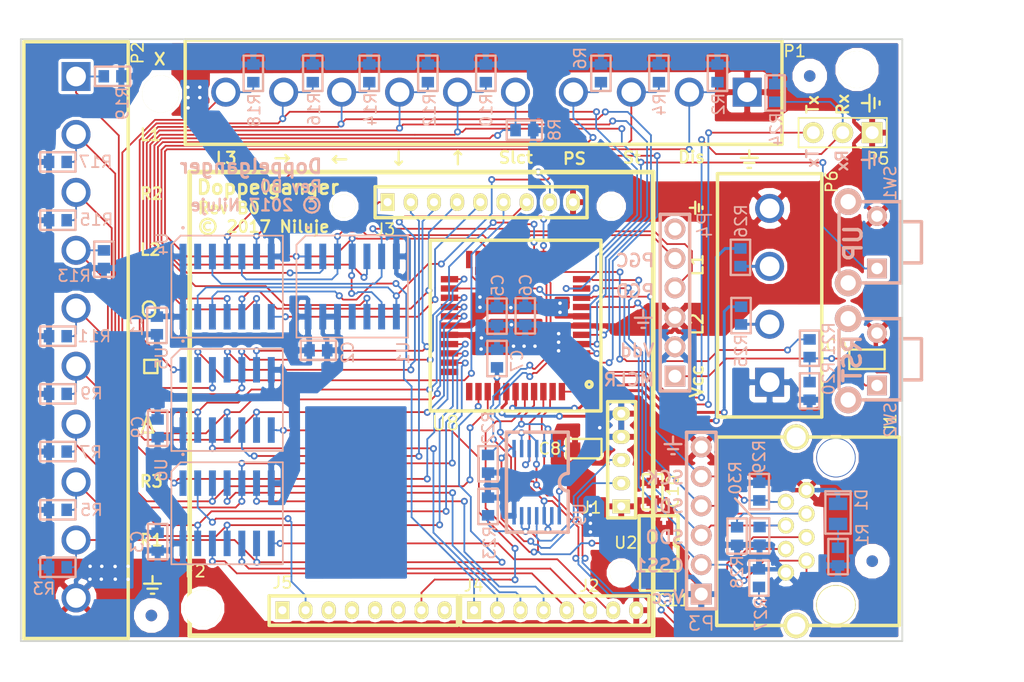
<source format=kicad_pcb>
(kicad_pcb (version 20160815) (host pcbnew 4.1.0-alpha+201609050732+7118~50~ubuntu14.04.1-product)
  (layers (0 F.Cu signal) (31 B.Cu signal) (34 B.Paste user) (35 F.Paste user) (36 B.SilkS user) (37 F.SilkS user hide) (38 B.Mask user) (39 F.Mask user) (44 Edge.Cuts user))
  (net 0 "")
  (net 1 GND)
  (net 2 /MCLR)
  (net 3 /SDI)
  (net 4 /USB_INPUT-)
  (net 5 /CSS1)
  (net 6 /SDO)
  (net 7 /USB_INPUT+)
  (net 8 /B_R1)
  (net 9 /B_R3)
  (net 10 /B_SQUARE)
  (net 11 /B_CIRCLE)
  (net 12 /B_CROSS)
  (net 13 /B_SELECT)
  (net 14 /B_R2)
  (net 15 /B_L2)
  (net 16 "Net-(J2-PadJ5_1)")
  (net 17 /B_START)
  (net 18 /B_RIGHT)
  (net 19 /B_LEFT)
  (net 20 /B_L3)
  (net 21 /B_DOWN)
  (net 22 /B_UP)
  (net 23 /B_L1)
  (net 24 /B_PS_KEY)
  (net 25 /USB_EXT+)
  (net 26 /USB_EXT-)
  (net 27 /PS_KEY)
  (net 28 /L1)
  (net 29 /L3)
  (net 30 /UP)
  (net 31 /LEFT)
  (net 32 /RIGHT)
  (net 33 /DOWN)
  (net 34 /START)
  (net 35 /L2)
  (net 36 /R2)
  (net 37 /SELECT)
  (net 38 /CROSS)
  (net 39 /CIRCLE)
  (net 40 /TRIANGLE)
  (net 41 /R3)
  (net 42 /SQUARE)
  (net 43 /R1)
  (net 44 /SCK)
  (net 45 /PGD)
  (net 46 /PGC)
  (net 47 "Net-(P4-Pad6)")
  (net 48 /Uart_Rx)
  (net 49 /Uart_Tx)
  (net 50 /LED_L)
  (net 51 /LED_R)
  (net 52 /EXT_EN)
  (net 53 /MAIN_EN)
  (net 54 VDD)
  (net 55 /USB_DOP+)
  (net 56 /USB_DOP-)
  (net 57 /LED_RR)
  (net 58 /LED_LR)
  (net 59 /B_TRIANGLE)
  (net 60 "Net-(D1-PadA)")
  (net 61 /Disable)
  (net 62 "Net-(U8-Pad12)")
  (net 63 "Net-(U8-Pad13)")
  (net 64 "Net-(R21-Pad1)")
  (net 65 "Net-(U8-Pad33)")
  (net 66 "Net-(U8-Pad34)")
  (net 67 "Net-(C7-Pad1)")
  (net 68 /D_SELECT)
  (net 69 "Net-(U4-Pad2)")
  (net 70 /D_START)
  (net 71 /D_PS_KEY)
  (net 72 "Net-(U1-Pad11)")
  (net 73 "Net-(C10-Pad1)")
  (module Doppelganger:0603C (layer B.Cu) (at 124.9934 92.3798)
    (fp_text reference C2 (at 2.53746 0.18288 90) (layer B.SilkS) (effects (justify mirror)))
    (fp_text value 0.1µF)
    (pad 1 smd rect (at -0.762 0) (size 0.9144 1.0668) (layers B.Cu B.Paste B.Mask) (net 54 VDD))
    (pad 2 smd rect (at 0.762 0) (size 0.9144 1.0668) (layers B.Cu B.Paste B.Mask) (net 1 GND))
  )
  (module Doppelganger:0603C (layer B.Cu) (at 111.125 108.8898 90)
    (fp_text reference C3 (at -0.01016 -1.7653 90) (layer B.SilkS) (effects (justify mirror)))
    (fp_text value 0.1µF)
    (pad 1 smd rect (at -0.762 0 90) (size 0.9144 1.0668) (layers B.Cu B.Paste B.Mask) (net 54 VDD))
    (pad 2 smd rect (at 0.762 0 90) (size 0.9144 1.0668) (layers B.Cu B.Paste B.Mask) (net 1 GND))
  )
  (module Doppelganger:0603C (layer F.Cu) (at 172.339 93.1545)
    (fp_text reference C4 (at -2.61874 -1.20396) (layer F.SilkS))
    (fp_text value 0.1µF)
    (pad 1 smd rect (at -0.762 0) (size 0.9144 1.0668) (layers F.Cu F.Paste F.Mask) (net 2 /MCLR))
    (pad 2 smd rect (at 0.762 0) (size 0.9144 1.0668) (layers F.Cu F.Paste F.Mask) (net 1 GND))
  )
  (module Doppelganger:0603C (layer B.Cu) (at 140.4112 89.4334 270)
    (fp_text reference C5 (at -2.667 -0.06604 270) (layer B.SilkS) (effects (justify mirror)))
    (fp_text value 0.1µF)
    (pad 1 smd rect (at -0.762 0 270) (size 0.9144 1.0668) (layers B.Cu B.Paste B.Mask) (net 54 VDD))
    (pad 2 smd rect (at 0.762 0 270) (size 0.9144 1.0668) (layers B.Cu B.Paste B.Mask) (net 1 GND))
  )
  (module Doppelganger:0603C (layer B.Cu) (at 142.8496 89.408 270)
    (fp_text reference C6 (at -2.65684 -0.04572 270) (layer B.SilkS) (effects (justify mirror)))
    (fp_text value 0.1µF)
    (pad 1 smd rect (at -0.762 0 270) (size 0.9144 1.0668) (layers B.Cu B.Paste B.Mask) (net 54 VDD))
    (pad 2 smd rect (at 0.762 0 270) (size 0.9144 1.0668) (layers B.Cu B.Paste B.Mask) (net 1 GND))
  )
  (module Doppelganger:0603C (layer B.Cu) (at 140.4112 93.091 90)
    (fp_text reference C7 (at -0.1905 1.73482 90) (layer B.SilkS) (effects (justify mirror)))
    (fp_text value 330nF)
    (pad 1 smd rect (at -0.762 0 90) (size 0.9144 1.0668) (layers B.Cu B.Paste B.Mask) (net 67 "Net-(C7-Pad1)"))
    (pad 2 smd rect (at 0.762 0 90) (size 0.9144 1.0668) (layers B.Cu B.Paste B.Mask) (net 1 GND))
  )
  (module Doppelganger:0603C (layer F.Cu) (at 147.9042 100.8634)
    (fp_text reference C8 (at -2.93878 0.00762) (layer F.SilkS))
    (fp_text value 0.1µF)
    (pad 1 smd rect (at -0.762 0) (size 0.9144 1.0668) (layers F.Cu F.Paste F.Mask) (net 54 VDD))
    (pad 2 smd rect (at 0.762 0) (size 0.9144 1.0668) (layers F.Cu F.Paste F.Mask) (net 1 GND))
  )
  (module Doppelganger:0603C (layer B.Cu) (at 111.125 99.1108 90)
    (fp_text reference C9 (at 0.11176 -1.70942 90) (layer B.SilkS) (effects (justify mirror)))
    (fp_text value 0.1µF)
    (pad 1 smd rect (at -0.762 0 90) (size 0.9144 1.0668) (layers B.Cu B.Paste B.Mask) (net 54 VDD))
    (pad 2 smd rect (at 0.762 0 90) (size 0.9144 1.0668) (layers B.Cu B.Paste B.Mask) (net 1 GND))
  )
  (module Doppelganger:0603C (layer B.Cu) (at 111.0615 90.2335 270)
    (fp_text reference C1 (at -0.01524 1.75006 270) (layer B.SilkS) (effects (justify mirror)))
    (fp_text value 0.1µF)
    (pad 1 smd rect (at -0.762 0 270) (size 0.9144 1.0668) (layers B.Cu B.Paste B.Mask) (net 54 VDD))
    (pad 2 smd rect (at 0.762 0 270) (size 0.9144 1.0668) (layers B.Cu B.Paste B.Mask) (net 1 GND))
  )
  (module Doppelganger:0603R (layer B.Cu) (at 102.5144 96.139 180)
    (fp_text reference R9 (at -2.90068 0.04064 180) (layer B.SilkS) (effects (justify mirror)))
    (fp_text value 10K)
    (pad 1 smd rect (at -0.762 0 180) (size 0.9144 1.0668) (layers B.Cu B.Paste B.Mask) (net 42 /SQUARE))
    (pad 2 smd rect (at 0.762 0 180) (size 0.9144 1.0668) (layers B.Cu B.Paste B.Mask) (net 54 VDD))
  )
  (module Doppelganger:0603R (layer B.Cu) (at 163.0426 104.5718 90)
    (fp_text reference R29 (at 3.01244 -0.00508 90) (layer B.SilkS) (effects (justify mirror)))
    (fp_text value 3K5)
    (pad 1 smd rect (at -0.762 0 90) (size 0.9144 1.0668) (layers B.Cu B.Paste B.Mask) (net 44 /SCK))
    (pad 2 smd rect (at 0.762 0 90) (size 0.9144 1.0668) (layers B.Cu B.Paste B.Mask) (net 54 VDD))
  )
  (module Doppelganger:0603R (layer B.Cu) (at 161.12744 108.40974 270)
    (fp_text reference R28 (at 3.0988 -0.00508 270) (layer B.SilkS) (effects (justify mirror)))
    (fp_text value 10K)
    (pad 1 smd rect (at -0.762 0 270) (size 0.9144 1.0668) (layers B.Cu B.Paste B.Mask) (net 3 /SDI))
    (pad 2 smd rect (at 0.762 0 270) (size 0.9144 1.0668) (layers B.Cu B.Paste B.Mask) (net 54 VDD))
  )
  (module Doppelganger:0603R (layer B.Cu) (at 163.0172 112.0394 90)
    (fp_text reference R27 (at -3.12928 0.1651 90) (layer B.SilkS) (effects (justify mirror)))
    (fp_text value 3K5)
    (pad 1 smd rect (at -0.762 0 90) (size 0.9144 1.0668) (layers B.Cu B.Paste B.Mask) (net 5 /CSS1))
    (pad 2 smd rect (at 0.762 0 90) (size 0.9144 1.0668) (layers B.Cu B.Paste B.Mask) (net 54 VDD))
  )
  (module Doppelganger:0603R (layer B.Cu) (at 161.417 84.3534 90)
    (fp_text reference R26 (at 3.1242 0.05334 90) (layer B.SilkS) (effects (justify mirror)))
    (fp_text value 330R)
    (pad 1 smd rect (at -0.762 0 90) (size 0.9144 1.0668) (layers B.Cu B.Paste B.Mask) (net 58 /LED_LR))
    (pad 2 smd rect (at 0.762 0 90) (size 0.9144 1.0668) (layers B.Cu B.Paste B.Mask) (net 50 /LED_L))
  )
  (module Doppelganger:0603R (layer B.Cu) (at 164.4142 70.17004 90)
    (fp_text reference R24 (at -3.13182 0.1016 90) (layer B.SilkS) (effects (justify mirror)))
    (fp_text value 10K)
    (pad 1 smd rect (at -0.762 0 90) (size 0.9144 1.0668) (layers B.Cu B.Paste B.Mask) (net 48 /Uart_Rx))
    (pad 2 smd rect (at 0.762 0 90) (size 0.9144 1.0668) (layers B.Cu B.Paste B.Mask) (net 54 VDD))
  )
  (module Doppelganger:0603R (layer B.Cu) (at 139.6365 105.8545 90)
    (fp_text reference R23 (at -3.12674 0.13208 90) (layer B.SilkS) (effects (justify mirror)))
    (fp_text value 10K)
    (pad 1 smd rect (at -0.762 0 90) (size 0.9144 1.0668) (layers B.Cu B.Paste B.Mask) (net 52 /EXT_EN))
    (pad 2 smd rect (at 0.762 0 90) (size 0.9144 1.0668) (layers B.Cu B.Paste B.Mask) (net 1 GND))
  )
  (module Doppelganger:0603R (layer B.Cu) (at 139.6365 102.1715 270)
    (fp_text reference R22 (at -3.09372 -0.01524 270) (layer B.SilkS) (effects (justify mirror)))
    (fp_text value 10K)
    (pad 1 smd rect (at -0.762 0 270) (size 0.9144 1.0668) (layers B.Cu B.Paste B.Mask) (net 53 /MAIN_EN))
    (pad 2 smd rect (at 0.762 0 270) (size 0.9144 1.0668) (layers B.Cu B.Paste B.Mask) (net 1 GND))
  )
  (module Doppelganger:0603R (layer B.Cu) (at 167.386 92.202 270)
    (fp_text reference R21 (at -0.79502 -1.65608 270) (layer B.SilkS) (effects (justify mirror)))
    (fp_text value 100R)
    (pad 1 smd rect (at -0.762 0 270) (size 0.9144 1.0668) (layers B.Cu B.Paste B.Mask) (net 64 "Net-(R21-Pad1)"))
    (pad 2 smd rect (at 0.762 0 270) (size 0.9144 1.0668) (layers B.Cu B.Paste B.Mask) (net 2 /MCLR))
  )
  (module Doppelganger:0603R (layer B.Cu) (at 167.386 95.885 90)
    (fp_text reference R20 (at 1.07696 1.64338 90) (layer B.SilkS) (effects (justify mirror)))
    (fp_text value 10K)
    (pad 1 smd rect (at -0.762 0 90) (size 0.9144 1.0668) (layers B.Cu B.Paste B.Mask) (net 54 VDD))
    (pad 2 smd rect (at 0.762 0 90) (size 0.9144 1.0668) (layers B.Cu B.Paste B.Mask) (net 2 /MCLR))
  )
  (module Doppelganger:0603R (layer B.Cu) (at 107.2388 68.7324)
    (fp_text reference R19 (at 0.85344 2.34188 90) (layer B.SilkS) (effects (justify mirror)))
    (fp_text value 10K)
    (pad 1 smd rect (at -0.762 0) (size 0.9144 1.0668) (layers B.Cu B.Paste B.Mask) (net 38 /CROSS))
    (pad 2 smd rect (at 0.762 0) (size 0.9144 1.0668) (layers B.Cu B.Paste B.Mask) (net 54 VDD))
  )
  (module Doppelganger:0603R (layer B.Cu) (at 119.38 68.4784 270)
    (fp_text reference R18 (at 3.17754 -0.08382 270) (layer B.SilkS) (effects (justify mirror)))
    (fp_text value 10K)
    (pad 1 smd rect (at -0.762 0 270) (size 0.9144 1.0668) (layers B.Cu B.Paste B.Mask) (net 54 VDD))
    (pad 2 smd rect (at 0.762 0 270) (size 0.9144 1.0668) (layers B.Cu B.Paste B.Mask) (net 29 /L3))
  )
  (module Doppelganger:0603R (layer B.Cu) (at 102.5144 76.1238 180)
    (fp_text reference R17 (at -3.2512 0.01016 180) (layer B.SilkS) (effects (justify mirror)))
    (fp_text value 10K)
    (pad 1 smd rect (at -0.762 0 180) (size 0.9144 1.0668) (layers B.Cu B.Paste B.Mask) (net 28 /L1))
    (pad 2 smd rect (at 0.762 0 180) (size 0.9144 1.0668) (layers B.Cu B.Paste B.Mask) (net 54 VDD))
  )
  (module Doppelganger:0603R (layer B.Cu) (at 124.5108 68.4784 270)
    (fp_text reference R16 (at 3.08864 -0.11684 270) (layer B.SilkS) (effects (justify mirror)))
    (fp_text value 10K)
    (pad 1 smd rect (at -0.762 0 270) (size 0.9144 1.0668) (layers B.Cu B.Paste B.Mask) (net 54 VDD))
    (pad 2 smd rect (at 0.762 0 270) (size 0.9144 1.0668) (layers B.Cu B.Paste B.Mask) (net 32 /RIGHT))
  )
  (module Doppelganger:0603R (layer B.Cu) (at 163.068 108.3945 270)
    (fp_text reference R30 (at -5.00634 2.09042 270) (layer B.SilkS) (effects (justify mirror)))
    (fp_text value 4K7)
    (pad 1 smd rect (at -0.762 0 270) (size 0.9144 1.0668) (layers B.Cu B.Paste B.Mask) (net 6 /SDO))
    (pad 2 smd rect (at 0.762 0 270) (size 0.9144 1.0668) (layers B.Cu B.Paste B.Mask) (net 54 VDD))
  )
  (module Doppelganger:0603R (layer B.Cu) (at 102.5144 81.153 180)
    (fp_text reference R15 (at -3.3274 0.04826 180) (layer B.SilkS) (effects (justify mirror)))
    (fp_text value 10K)
    (pad 1 smd rect (at -0.762 0 180) (size 0.9144 1.0668) (layers B.Cu B.Paste B.Mask) (net 36 /R2))
    (pad 2 smd rect (at 0.762 0 180) (size 0.9144 1.0668) (layers B.Cu B.Paste B.Mask) (net 54 VDD))
  )
  (module Doppelganger:0603R (layer B.Cu) (at 106.4895 84.5185 270)
    (fp_text reference R13 (at 1.4351 2.5654) (layer B.SilkS) (effects (justify mirror)))
    (fp_text value 10K)
    (pad 1 smd rect (at -0.762 0 270) (size 0.9144 1.0668) (layers B.Cu B.Paste B.Mask) (net 35 /L2))
    (pad 2 smd rect (at 0.762 0 270) (size 0.9144 1.0668) (layers B.Cu B.Paste B.Mask) (net 54 VDD))
  )
  (module Doppelganger:0603R (layer B.Cu) (at 134.4422 68.4784 270)
    (fp_text reference R12 (at 3.17246 -0.15494 270) (layer B.SilkS) (effects (justify mirror)))
    (fp_text value 10K)
    (pad 1 smd rect (at -0.762 0 270) (size 0.9144 1.0668) (layers B.Cu B.Paste B.Mask) (net 54 VDD))
    (pad 2 smd rect (at 0.762 0 270) (size 0.9144 1.0668) (layers B.Cu B.Paste B.Mask) (net 33 /DOWN))
  )
  (module Doppelganger:0603R (layer B.Cu) (at 102.5144 91.1606 180)
    (fp_text reference R11 (at -3.1369 -0.00508 180) (layer B.SilkS) (effects (justify mirror)))
    (fp_text value 10K)
    (pad 1 smd rect (at -0.762 0 180) (size 0.9144 1.0668) (layers B.Cu B.Paste B.Mask) (net 39 /CIRCLE))
    (pad 2 smd rect (at 0.762 0 180) (size 0.9144 1.0668) (layers B.Cu B.Paste B.Mask) (net 54 VDD))
  )
  (module Doppelganger:0603R (layer B.Cu) (at 139.446 68.4784 270)
    (fp_text reference R10 (at 3.17246 -0.04318 270) (layer B.SilkS) (effects (justify mirror)))
    (fp_text value 10K)
    (pad 1 smd rect (at -0.762 0 270) (size 0.9144 1.0668) (layers B.Cu B.Paste B.Mask) (net 54 VDD))
    (pad 2 smd rect (at 0.762 0 270) (size 0.9144 1.0668) (layers B.Cu B.Paste B.Mask) (net 30 /UP))
  )
  (module Doppelganger:0603R (layer B.Cu) (at 142.7734 73.3806 180)
    (fp_text reference R8 (at -2.60604 0.04064 270) (layer B.SilkS) (effects (justify mirror)))
    (fp_text value 10K)
    (pad 1 smd rect (at -0.762 0 180) (size 0.9144 1.0668) (layers B.Cu B.Paste B.Mask) (net 54 VDD))
    (pad 2 smd rect (at 0.762 0 180) (size 0.9144 1.0668) (layers B.Cu B.Paste B.Mask) (net 37 /SELECT))
  )
  (module Doppelganger:0603R (layer B.Cu) (at 102.5144 101.1174 180)
    (fp_text reference R7 (at -2.82956 -0.06096 180) (layer B.SilkS) (effects (justify mirror)))
    (fp_text value 10K)
    (pad 1 smd rect (at -0.762 0 180) (size 0.9144 1.0668) (layers B.Cu B.Paste B.Mask) (net 40 /TRIANGLE))
    (pad 2 smd rect (at 0.762 0 180) (size 0.9144 1.0668) (layers B.Cu B.Paste B.Mask) (net 54 VDD))
  )
  (module Doppelganger:0603R (layer B.Cu) (at 149.3774 68.4784 270)
    (fp_text reference R6 (at -1.30556 1.79324 270) (layer B.SilkS) (effects (justify mirror)))
    (fp_text value 10K)
    (pad 1 smd rect (at -0.762 0 270) (size 0.9144 1.0668) (layers B.Cu B.Paste B.Mask) (net 54 VDD))
    (pad 2 smd rect (at 0.762 0 270) (size 0.9144 1.0668) (layers B.Cu B.Paste B.Mask) (net 27 /PS_KEY))
  )
  (module Doppelganger:0603R (layer B.Cu) (at 102.5144 106.1466 180)
    (fp_text reference R5 (at -2.90068 -0.0127 180) (layer B.SilkS) (effects (justify mirror)))
    (fp_text value 10K)
    (pad 1 smd rect (at -0.762 0 180) (size 0.9144 1.0668) (layers B.Cu B.Paste B.Mask) (net 41 /R3))
    (pad 2 smd rect (at 0.762 0 180) (size 0.9144 1.0668) (layers B.Cu B.Paste B.Mask) (net 54 VDD))
  )
  (module Doppelganger:0603R (layer B.Cu) (at 154.3812 68.4784 270)
    (fp_text reference R4 (at 2.68732 -0.06096 270) (layer B.SilkS) (effects (justify mirror)))
    (fp_text value 10K)
    (pad 1 smd rect (at -0.762 0 270) (size 0.9144 1.0668) (layers B.Cu B.Paste B.Mask) (net 54 VDD))
    (pad 2 smd rect (at 0.762 0 270) (size 0.9144 1.0668) (layers B.Cu B.Paste B.Mask) (net 34 /START))
  )
  (module Doppelganger:0603R (layer B.Cu) (at 102.5144 111.0996 180)
    (fp_text reference R3 (at 1.20904 -1.85674 180) (layer B.SilkS) (effects (justify mirror)))
    (fp_text value 10K)
    (pad 1 smd rect (at -0.762 0 180) (size 0.9144 1.0668) (layers B.Cu B.Paste B.Mask) (net 43 /R1))
    (pad 2 smd rect (at 0.762 0 180) (size 0.9144 1.0668) (layers B.Cu B.Paste B.Mask) (net 54 VDD))
  )
  (module Doppelganger:0603R (layer B.Cu) (at 159.4358 68.4784 270)
    (fp_text reference R2 (at 2.667 -0.0889 270) (layer B.SilkS) (effects (justify mirror)))
    (fp_text value 10K)
    (pad 1 smd rect (at -0.762 0 270) (size 0.9144 1.0668) (layers B.Cu B.Paste B.Mask) (net 54 VDD))
    (pad 2 smd rect (at 0.762 0 270) (size 0.9144 1.0668) (layers B.Cu B.Paste B.Mask) (net 61 /Disable))
  )
  (module Doppelganger:0603R (layer B.Cu) (at 169.83964 110.18266 90)
    (fp_text reference R1 (at 1.90246 2.11074 90) (layer B.SilkS) (effects (justify mirror)))
    (fp_text value 330R)
    (pad 1 smd rect (at -0.762 0 90) (size 0.9144 1.0668) (layers B.Cu B.Paste B.Mask) (net 54 VDD))
    (pad 2 smd rect (at 0.762 0 90) (size 0.9144 1.0668) (layers B.Cu B.Paste B.Mask) (net 60 "Net-(D1-PadA)"))
  )
  (module Doppelganger:0603R (layer B.Cu) (at 161.4678 89.3826 90)
    (fp_text reference R25 (at -3.03276 0.00254 90) (layer B.SilkS) (effects (justify mirror)))
    (fp_text value 330R)
    (pad 1 smd rect (at -0.762 0 90) (size 0.9144 1.0668) (layers B.Cu B.Paste B.Mask) (net 57 /LED_RR))
    (pad 2 smd rect (at 0.762 0 90) (size 0.9144 1.0668) (layers B.Cu B.Paste B.Mask) (net 51 /LED_R))
  )
  (module Doppelganger:0603R (layer B.Cu) (at 129.3876 68.4784 270)
    (fp_text reference R14 (at 3.10388 -0.10922 270) (layer B.SilkS) (effects (justify mirror)))
    (fp_text value 10K)
    (pad 1 smd rect (at -0.762 0 270) (size 0.9144 1.0668) (layers B.Cu B.Paste B.Mask) (net 54 VDD))
    (pad 2 smd rect (at 0.762 0 270) (size 0.9144 1.0668) (layers B.Cu B.Paste B.Mask) (net 31 /LEFT))
  )
  (module Doppelganger:BORNIER4 (layer F.Cu) (at 163.93668 95.13444 90)
    (fp_text reference P6 (at 17.31138 5.34924 90) (layer F.SilkS))
    (fp_text value "Status Leds")
    (pad 1 thru_hole rect (at 0 0 90) (size 2.5 2.5) (drill 1.7) (layers *.Cu *.Mask) (net 54 VDD))
    (pad 2 thru_hole circle (at 5 0 90) (size 2.5 2.5) (drill 1.7) (layers *.Cu *.Mask) (net 57 /LED_RR))
    (pad 3 thru_hole circle (at 10 0 90) (size 2.5 2.5) (drill 1.7) (layers *.Cu *.Mask) (net 58 /LED_LR))
    (pad 4 thru_hole circle (at 15 0 90) (size 2.5 2.5) (drill 1.7) (layers *.Cu *.Mask) (net 1 GND))
  )
  (module Doppelganger:BORNIER_10 (layer F.Cu) (at 104.08412 68.7514 270)
    (fp_text reference P2 (at -2.03576 -5.31622 270) (layer F.SilkS))
    (fp_text value BORNIER_10)
    (pad 1 thru_hole rect (at 0 0 270) (size 2.5 2.5) (drill 1.7) (layers *.Cu *.Mask) (net 38 /CROSS))
    (pad 2 thru_hole circle (at 5 0 270) (size 2.5 2.5) (drill 1.7) (layers *.Cu *.Mask) (net 28 /L1))
    (pad 3 thru_hole circle (at 10 0 270) (size 2.5 2.5) (drill 1.7) (layers *.Cu *.Mask) (net 36 /R2))
    (pad 4 thru_hole circle (at 15 0 270) (size 2.5 2.5) (drill 1.7) (layers *.Cu *.Mask) (net 35 /L2))
    (pad 5 thru_hole circle (at 20 0 270) (size 2.5 2.5) (drill 1.7) (layers *.Cu *.Mask) (net 39 /CIRCLE))
    (pad 6 thru_hole circle (at 25 0 270) (size 2.5 2.5) (drill 1.7) (layers *.Cu *.Mask) (net 42 /SQUARE))
    (pad 7 thru_hole circle (at 30 0 270) (size 2.5 2.5) (drill 1.7) (layers *.Cu *.Mask) (net 40 /TRIANGLE))
    (pad 8 thru_hole circle (at 35 0 270) (size 2.5 2.5) (drill 1.7) (layers *.Cu *.Mask) (net 41 /R3))
    (pad 9 thru_hole circle (at 40 0 270) (size 2.5 2.5) (drill 1.7) (layers *.Cu *.Mask) (net 43 /R1))
    (pad 10 thru_hole circle (at 45 0 270) (size 2.5 2.5) (drill 1.7) (layers *.Cu *.Mask) (net 1 GND))
  )
  (module Doppelganger:BORNIER_10 (layer F.Cu) (at 162.0012 70.104 180)
    (fp_text reference P1 (at -4.09956 3.53822 180) (layer F.SilkS))
    (fp_text value BORNIER_10)
    (pad 1 thru_hole rect (at 0 0 180) (size 2.5 2.5) (drill 1.7) (layers *.Cu *.Mask) (net 1 GND))
    (pad 2 thru_hole circle (at 5 0 180) (size 2.5 2.5) (drill 1.7) (layers *.Cu *.Mask) (net 61 /Disable))
    (pad 3 thru_hole circle (at 10 0 180) (size 2.5 2.5) (drill 1.7) (layers *.Cu *.Mask) (net 34 /START))
    (pad 4 thru_hole circle (at 15 0 180) (size 2.5 2.5) (drill 1.7) (layers *.Cu *.Mask) (net 27 /PS_KEY))
    (pad 5 thru_hole circle (at 20 0 180) (size 2.5 2.5) (drill 1.7) (layers *.Cu *.Mask) (net 37 /SELECT))
    (pad 6 thru_hole circle (at 25 0 180) (size 2.5 2.5) (drill 1.7) (layers *.Cu *.Mask) (net 30 /UP))
    (pad 7 thru_hole circle (at 30 0 180) (size 2.5 2.5) (drill 1.7) (layers *.Cu *.Mask) (net 33 /DOWN))
    (pad 8 thru_hole circle (at 35 0 180) (size 2.5 2.5) (drill 1.7) (layers *.Cu *.Mask) (net 31 /LEFT))
    (pad 9 thru_hole circle (at 40 0 180) (size 2.5 2.5) (drill 1.7) (layers *.Cu *.Mask) (net 32 /RIGHT))
    (pad 10 thru_hole circle (at 45 0 180) (size 2.5 2.5) (drill 1.7) (layers *.Cu *.Mask) (net 29 /L3))
  )
  (module Doppelganger:BP (layer B.Cu) (at 171.958 93.1545 90)
    (fp_text reference SW2 (at -5.22986 2.40538 90) (layer B.SilkS) (effects (justify mirror)))
    (fp_text value SW_PUSH)
    (pad 1 thru_hole rect (at -2.261 1.245 90) (size 1.7 1.7) (drill 0.991) (layers *.Cu *.Mask B.SilkS) (net 2 /MCLR))
    (pad 2 thru_hole circle (at 2.261 1.245 90) (size 1.7 1.7) (drill 0.991) (layers *.Cu *.Mask B.SilkS) (net 1 GND))
    (pad 3 thru_hole circle (at -3.505 -1.245 90) (size 2.3 2.3) (drill 1.321) (layers *.Cu *.Mask B.SilkS))
    (pad 4 thru_hole circle (at 3.505 -1.245 90) (size 2.3 2.3) (drill 1.321) (layers *.Cu *.Mask B.SilkS))
  )
  (module Doppelganger:SIL3 (layer F.Cu) (at 172.7835 73.5965 180)
    (fp_text reference P5 (at -0.51562 -2.23774 180) (layer F.SilkS))
    (fp_text value "TTL Serial")
    (pad 1 thru_hole rect (at 0 0 180) (size 1.8 1.8) (drill 1.12) (layers *.Cu *.Mask F.SilkS) (net 1 GND))
    (pad 2 thru_hole circle (at 2.54 0 180) (size 1.8 1.8) (drill 1.12) (layers *.Cu *.Mask F.SilkS) (net 48 /Uart_Rx))
    (pad 3 thru_hole circle (at 5.08 0 180) (size 1.8 1.8) (drill 1.12) (layers *.Cu *.Mask F.SilkS) (net 49 /Uart_Tx))
  )
  (module Doppelganger:SOIC-14 (layer B.Cu) (at 127.9144 86.8772)
    (fp_text reference U1 (at 4.39674 5.72612 270) (layer B.SilkS) (effects (justify mirror)))
    (fp_text value 74HC32)
    (pad 14 smd rect (at -3.81 2.6) (size 0.6 2.2) (layers B.Cu B.Paste B.Mask) (net 54 VDD))
    (pad 1 smd rect (at -3.81 -2.6) (size 0.6 2.2) (layers B.Cu B.Paste B.Mask) (net 61 /Disable))
    (pad 13 smd rect (at -2.54 2.6) (size 0.6 2.2) (layers B.Cu B.Paste B.Mask) (net 1 GND))
    (pad 2 smd rect (at -2.54 -2.6) (size 0.6 2.2) (layers B.Cu B.Paste B.Mask) (net 27 /PS_KEY))
    (pad 12 smd rect (at -1.27 2.6) (size 0.6 2.2) (layers B.Cu B.Paste B.Mask) (net 1 GND))
    (pad 3 smd rect (at -1.27 -2.6) (size 0.6 2.2) (layers B.Cu B.Paste B.Mask) (net 71 /D_PS_KEY))
    (pad 11 smd rect (at 0 2.6) (size 0.6 2.2) (layers B.Cu B.Paste B.Mask) (net 72 "Net-(U1-Pad11)"))
    (pad 4 smd rect (at 0 -2.6) (size 0.6 2.2) (layers B.Cu B.Paste B.Mask) (net 61 /Disable))
    (pad 10 smd rect (at 1.27 2.6) (size 0.6 2.2) (layers B.Cu B.Paste B.Mask) (net 37 /SELECT))
    (pad 5 smd rect (at 1.27 -2.6) (size 0.6 2.2) (layers B.Cu B.Paste B.Mask) (net 34 /START))
    (pad 9 smd rect (at 2.54 2.6) (size 0.6 2.2) (layers B.Cu B.Paste B.Mask) (net 61 /Disable))
    (pad 6 smd rect (at 2.54 -2.6) (size 0.6 2.2) (layers B.Cu B.Paste B.Mask) (net 70 /D_START))
    (pad 8 smd rect (at 3.81 2.6) (size 0.6 2.2) (layers B.Cu B.Paste B.Mask) (net 68 /D_SELECT))
    (pad 7 smd rect (at 3.81 -2.6) (size 0.6 2.2) (layers B.Cu B.Paste B.Mask) (net 1 GND))
  )
  (module Doppelganger:SOIC-14 (layer B.Cu) (at 117.1194 86.8842)
    (fp_text reference U4 (at -5.63118 -3.68396 270) (layer B.SilkS) (effects (justify mirror)))
    (fp_text value 74LVC07)
    (pad 14 smd rect (at -3.81 2.6) (size 0.6 2.2) (layers B.Cu B.Paste B.Mask) (net 54 VDD))
    (pad 1 smd rect (at -3.81 -2.6) (size 0.6 2.2) (layers B.Cu B.Paste B.Mask) (net 54 VDD))
    (pad 13 smd rect (at -2.54 2.6) (size 0.6 2.2) (layers B.Cu B.Paste B.Mask) (net 68 /D_SELECT))
    (pad 2 smd rect (at -2.54 -2.6) (size 0.6 2.2) (layers B.Cu B.Paste B.Mask) (net 69 "Net-(U4-Pad2)"))
    (pad 12 smd rect (at -1.27 2.6) (size 0.6 2.2) (layers B.Cu B.Paste B.Mask) (net 13 /B_SELECT))
    (pad 3 smd rect (at -1.27 -2.6) (size 0.6 2.2) (layers B.Cu B.Paste B.Mask) (net 70 /D_START))
    (pad 11 smd rect (at 0 2.6) (size 0.6 2.2) (layers B.Cu B.Paste B.Mask) (net 30 /UP))
    (pad 4 smd rect (at 0 -2.6) (size 0.6 2.2) (layers B.Cu B.Paste B.Mask) (net 17 /B_START))
    (pad 10 smd rect (at 1.27 2.6) (size 0.6 2.2) (layers B.Cu B.Paste B.Mask) (net 22 /B_UP))
    (pad 5 smd rect (at 1.27 -2.6) (size 0.6 2.2) (layers B.Cu B.Paste B.Mask) (net 71 /D_PS_KEY))
    (pad 9 smd rect (at 2.54 2.6) (size 0.6 2.2) (layers B.Cu B.Paste B.Mask) (net 33 /DOWN))
    (pad 6 smd rect (at 2.54 -2.6) (size 0.6 2.2) (layers B.Cu B.Paste B.Mask) (net 24 /B_PS_KEY))
    (pad 8 smd rect (at 3.81 2.6) (size 0.6 2.2) (layers B.Cu B.Paste B.Mask) (net 21 /B_DOWN))
    (pad 7 smd rect (at 3.81 -2.6) (size 0.6 2.2) (layers B.Cu B.Paste B.Mask) (net 1 GND))
  )
  (module Doppelganger:SOIC-14 (layer B.Cu) (at 117.1194 96.6632)
    (fp_text reference U5 (at -5.64896 -3.60776 270) (layer B.SilkS) (effects (justify mirror)))
    (fp_text value 74LVC07)
    (pad 14 smd rect (at -3.81 2.6) (size 0.6 2.2) (layers B.Cu B.Paste B.Mask) (net 54 VDD))
    (pad 1 smd rect (at -3.81 -2.6) (size 0.6 2.2) (layers B.Cu B.Paste B.Mask) (net 31 /LEFT))
    (pad 13 smd rect (at -2.54 2.6) (size 0.6 2.2) (layers B.Cu B.Paste B.Mask) (net 38 /CROSS))
    (pad 2 smd rect (at -2.54 -2.6) (size 0.6 2.2) (layers B.Cu B.Paste B.Mask) (net 19 /B_LEFT))
    (pad 12 smd rect (at -1.27 2.6) (size 0.6 2.2) (layers B.Cu B.Paste B.Mask) (net 12 /B_CROSS))
    (pad 3 smd rect (at -1.27 -2.6) (size 0.6 2.2) (layers B.Cu B.Paste B.Mask) (net 32 /RIGHT))
    (pad 11 smd rect (at 0 2.6) (size 0.6 2.2) (layers B.Cu B.Paste B.Mask) (net 28 /L1))
    (pad 4 smd rect (at 0 -2.6) (size 0.6 2.2) (layers B.Cu B.Paste B.Mask) (net 18 /B_RIGHT))
    (pad 10 smd rect (at 1.27 2.6) (size 0.6 2.2) (layers B.Cu B.Paste B.Mask) (net 23 /B_L1))
    (pad 5 smd rect (at 1.27 -2.6) (size 0.6 2.2) (layers B.Cu B.Paste B.Mask) (net 29 /L3))
    (pad 9 smd rect (at 2.54 2.6) (size 0.6 2.2) (layers B.Cu B.Paste B.Mask) (net 36 /R2))
    (pad 6 smd rect (at 2.54 -2.6) (size 0.6 2.2) (layers B.Cu B.Paste B.Mask) (net 20 /B_L3))
    (pad 8 smd rect (at 3.81 2.6) (size 0.6 2.2) (layers B.Cu B.Paste B.Mask) (net 14 /B_R2))
    (pad 7 smd rect (at 3.81 -2.6) (size 0.6 2.2) (layers B.Cu B.Paste B.Mask) (net 1 GND))
  )
  (module Doppelganger:SOIC-14 (layer B.Cu) (at 117.1194 106.4422)
    (fp_text reference U6 (at -5.68452 -3.74746 270) (layer B.SilkS) (effects (justify mirror)))
    (fp_text value 74LVC07)
    (pad 14 smd rect (at -3.81 2.6) (size 0.6 2.2) (layers B.Cu B.Paste B.Mask) (net 54 VDD))
    (pad 1 smd rect (at -3.81 -2.6) (size 0.6 2.2) (layers B.Cu B.Paste B.Mask) (net 35 /L2))
    (pad 13 smd rect (at -2.54 2.6) (size 0.6 2.2) (layers B.Cu B.Paste B.Mask) (net 40 /TRIANGLE))
    (pad 2 smd rect (at -2.54 -2.6) (size 0.6 2.2) (layers B.Cu B.Paste B.Mask) (net 15 /B_L2))
    (pad 12 smd rect (at -1.27 2.6) (size 0.6 2.2) (layers B.Cu B.Paste B.Mask) (net 59 /B_TRIANGLE))
    (pad 3 smd rect (at -1.27 -2.6) (size 0.6 2.2) (layers B.Cu B.Paste B.Mask) (net 39 /CIRCLE))
    (pad 11 smd rect (at 0 2.6) (size 0.6 2.2) (layers B.Cu B.Paste B.Mask) (net 41 /R3))
    (pad 4 smd rect (at 0 -2.6) (size 0.6 2.2) (layers B.Cu B.Paste B.Mask) (net 11 /B_CIRCLE))
    (pad 10 smd rect (at 1.27 2.6) (size 0.6 2.2) (layers B.Cu B.Paste B.Mask) (net 9 /B_R3))
    (pad 5 smd rect (at 1.27 -2.6) (size 0.6 2.2) (layers B.Cu B.Paste B.Mask) (net 42 /SQUARE))
    (pad 9 smd rect (at 2.54 2.6) (size 0.6 2.2) (layers B.Cu B.Paste B.Mask) (net 43 /R1))
    (pad 6 smd rect (at 2.54 -2.6) (size 0.6 2.2) (layers B.Cu B.Paste B.Mask) (net 10 /B_SQUARE))
    (pad 8 smd rect (at 3.81 2.6) (size 0.6 2.2) (layers B.Cu B.Paste B.Mask) (net 8 /B_R1))
    (pad 7 smd rect (at 3.81 -2.6) (size 0.6 2.2) (layers B.Cu B.Paste B.Mask) (net 1 GND))
  )
  (module Doppelganger:TQFP44 (layer F.Cu) (at 142.0114 90.2462 180)
    (fp_text reference U8 (at 6.05028 -8.42264 180) (layer F.SilkS) (effects (font (size 1.2 1.2))))
    (fp_text value 18F45K50)
    (pad 1 smd rect (at -5.7 -4 270) (size 0.55 1.5) (layers F.Cu F.Paste F.Mask) (net 48 /Uart_Rx))
    (pad 2 smd rect (at -5.7 -3.2 270) (size 0.55 1.5) (layers F.Cu F.Paste F.Mask) (net 68 /D_SELECT))
    (pad 3 smd rect (at -5.7 -2.4 270) (size 0.55 1.5) (layers F.Cu F.Paste F.Mask) (net 30 /UP))
    (pad 4 smd rect (at -5.7 -1.6 270) (size 0.55 1.5) (layers F.Cu F.Paste F.Mask) (net 33 /DOWN))
    (pad 5 smd rect (at -5.7 -0.8 270) (size 0.55 1.5) (layers F.Cu F.Paste F.Mask) (net 31 /LEFT))
    (pad 6 smd rect (at -5.7 0 270) (size 0.55 1.5) (layers F.Cu F.Paste F.Mask) (net 1 GND))
    (pad 7 smd rect (at -5.7 0.8 270) (size 0.55 1.5) (layers F.Cu F.Paste F.Mask) (net 54 VDD))
    (pad 8 smd rect (at -5.7 1.6 270) (size 0.55 1.5) (layers F.Cu F.Paste F.Mask) (net 3 /SDI))
    (pad 9 smd rect (at -5.7 2.4 270) (size 0.55 1.5) (layers F.Cu F.Paste F.Mask) (net 44 /SCK))
    (pad 10 smd rect (at -5.7 3.2 270) (size 0.55 1.5) (layers F.Cu F.Paste F.Mask) (net 32 /RIGHT))
    (pad 11 smd rect (at -5.7 4 270) (size 0.55 1.5) (layers F.Cu F.Paste F.Mask) (net 6 /SDO))
    (pad 12 smd rect (at -4 5.7 180) (size 0.55 1.5) (layers F.Cu F.Paste F.Mask) (net 62 "Net-(U8-Pad12)"))
    (pad 13 smd rect (at -3.2 5.7 180) (size 0.55 1.5) (layers F.Cu F.Paste F.Mask) (net 63 "Net-(U8-Pad13)"))
    (pad 14 smd rect (at -2.4 5.7 180) (size 0.55 1.5) (layers F.Cu F.Paste F.Mask) (net 29 /L3))
    (pad 15 smd rect (at -1.6 5.7 180) (size 0.55 1.5) (layers F.Cu F.Paste F.Mask) (net 70 /D_START))
    (pad 16 smd rect (at -0.8 5.7 180) (size 0.55 1.5) (layers F.Cu F.Paste F.Mask) (net 46 /PGC))
    (pad 17 smd rect (at 0 5.7 180) (size 0.55 1.5) (layers F.Cu F.Paste F.Mask) (net 45 /PGD))
    (pad 18 smd rect (at 0.8 5.7 180) (size 0.55 1.5) (layers F.Cu F.Paste F.Mask) (net 64 "Net-(R21-Pad1)"))
    (pad 19 smd rect (at 1.6 5.7 180) (size 0.55 1.5) (layers F.Cu F.Paste F.Mask) (net 71 /D_PS_KEY))
    (pad 20 smd rect (at 2.4 5.7 180) (size 0.55 1.5) (layers F.Cu F.Paste F.Mask) (net 61 /Disable))
    (pad 21 smd rect (at 3.2 5.7 180) (size 0.55 1.5) (layers F.Cu F.Paste F.Mask) (net 4 /USB_INPUT-))
    (pad 22 smd trapezoid (at 4 5.7 180) (size 0.55 1.5) (layers F.Cu F.Paste F.Mask) (net 7 /USB_INPUT+))
    (pad 23 smd rect (at 5.7 4 270) (size 0.55 1.5) (layers F.Cu F.Paste F.Mask) (net 38 /CROSS))
    (pad 24 smd rect (at 5.7 3.2 270) (size 0.55 1.5) (layers F.Cu F.Paste F.Mask) (net 5 /CSS1))
    (pad 25 smd rect (at 5.7 2.4 270) (size 0.55 1.5) (layers F.Cu F.Paste F.Mask) (net 28 /L1))
    (pad 26 smd rect (at 5.7 1.6 270) (size 0.55 1.5) (layers F.Cu F.Paste F.Mask) (net 36 /R2))
    (pad 27 smd rect (at 5.7 0.8 270) (size 0.55 1.5) (layers F.Cu F.Paste F.Mask) (net 35 /L2))
    (pad 28 smd rect (at 5.7 0 270) (size 0.55 1.5) (layers F.Cu F.Paste F.Mask) (net 54 VDD))
    (pad 29 smd rect (at 5.7 -0.8 270) (size 0.55 1.5) (layers F.Cu F.Paste F.Mask) (net 1 GND))
    (pad 30 smd rect (at 5.7 -1.6 270) (size 0.55 1.5) (layers F.Cu F.Paste F.Mask) (net 41 /R3))
    (pad 31 smd rect (at 5.7 -2.4 270) (size 0.55 1.5) (layers F.Cu F.Paste F.Mask) (net 40 /TRIANGLE))
    (pad 32 smd rect (at 5.7 -3.2 270) (size 0.55 1.5) (layers F.Cu F.Paste F.Mask) (net 42 /SQUARE))
    (pad 33 smd rect (at 5.7 -4 270) (size 0.55 1.5) (layers F.Cu F.Paste F.Mask) (net 65 "Net-(U8-Pad33)"))
    (pad 34 smd rect (at 4 -5.7 180) (size 0.55 1.5) (layers F.Cu F.Paste F.Mask) (net 66 "Net-(U8-Pad34)"))
    (pad 35 smd rect (at 3.2 -5.7 180) (size 0.55 1.5) (layers F.Cu F.Paste F.Mask) (net 43 /R1))
    (pad 36 smd rect (at 2.4 -5.7 180) (size 0.55 1.5) (layers F.Cu F.Paste F.Mask) (net 39 /CIRCLE))
    (pad 37 smd rect (at 1.6 -5.7 180) (size 0.55 1.5) (layers F.Cu F.Paste F.Mask) (net 67 "Net-(C7-Pad1)"))
    (pad 38 smd rect (at 0.8 -5.7 180) (size 0.55 1.5) (layers F.Cu F.Paste F.Mask) (net 50 /LED_L))
    (pad 39 smd rect (at 0 -5.7 180) (size 0.55 1.5) (layers F.Cu F.Paste F.Mask) (net 51 /LED_R))
    (pad 40 smd rect (at -0.8 -5.7 180) (size 0.55 1.5) (layers F.Cu F.Paste F.Mask) (net 52 /EXT_EN))
    (pad 41 smd rect (at -1.6 -5.7 180) (size 0.55 1.5) (layers F.Cu F.Paste F.Mask) (net 53 /MAIN_EN))
    (pad 42 smd rect (at -2.4 -5.7 180) (size 0.55 1.5) (layers F.Cu F.Paste F.Mask) (net 56 /USB_DOP-))
    (pad 43 smd rect (at -3.2 -5.7 180) (size 0.55 1.5) (layers F.Cu F.Paste F.Mask) (net 55 /USB_DOP+))
    (pad 44 smd rect (at -4 -5.7 180) (size 0.55 1.5) (layers F.Cu F.Paste F.Mask) (net 49 /Uart_Tx))
  )
  (module Doppelganger:TSSOP14 (layer B.Cu) (at 143.51 103.759 270)
    (fp_text reference U9 (at 2.794 -4.064 270) (layer B.SilkS) (effects (justify mirror)))
    (fp_text value MAX4737)
    (pad 14 smd rect (at -2.9 -2.275 180) (size 0.3 1.5) (layers B.Cu B.Paste B.Mask) (net 54 VDD))
    (pad 13 smd rect (at -2.9 -1.625 180) (size 0.3 1.5) (layers B.Cu B.Paste B.Mask) (net 53 /MAIN_EN))
    (pad 12 smd rect (at -2.9 -0.975 180) (size 0.3 1.5) (layers B.Cu B.Paste B.Mask) (net 53 /MAIN_EN))
    (pad 11 smd rect (at -2.9 -0.325 180) (size 0.3 1.5) (layers B.Cu B.Paste B.Mask) (net 4 /USB_INPUT-))
    (pad 10 smd rect (at -2.9 0.325 180) (size 0.3 1.5) (layers B.Cu B.Paste B.Mask) (net 56 /USB_DOP-))
    (pad 9 smd rect (at -2.9 0.975 180) (size 0.3 1.5) (layers B.Cu B.Paste B.Mask) (net 4 /USB_INPUT-))
    (pad 8 smd rect (at -2.9 1.625 180) (size 0.3 1.5) (layers B.Cu B.Paste B.Mask) (net 26 /USB_EXT-))
    (pad 7 smd rect (at 2.9 1.625 180) (size 0.3 1.5) (layers B.Cu B.Paste B.Mask) (net 1 GND))
    (pad 6 smd rect (at 2.9 0.975 180) (size 0.3 1.5) (layers B.Cu B.Paste B.Mask) (net 52 /EXT_EN))
    (pad 5 smd rect (at 2.9 0.325 180) (size 0.3 1.5) (layers B.Cu B.Paste B.Mask) (net 52 /EXT_EN))
    (pad 4 smd rect (at 2.9 -0.325 180) (size 0.3 1.5) (layers B.Cu B.Paste B.Mask) (net 25 /USB_EXT+))
    (pad 3 smd rect (at 2.9 -0.975 180) (size 0.3 1.5) (layers B.Cu B.Paste B.Mask) (net 7 /USB_INPUT+))
    (pad 2 smd rect (at 2.9 -1.625 180) (size 0.3 1.5) (layers B.Cu B.Paste B.Mask) (net 7 /USB_INPUT+))
    (pad 1 smd rect (at 2.9 -2.275 180) (size 0.3 1.5) (layers B.Cu B.Paste B.Mask) (net 55 /USB_DOP+))
  )
  (module Doppelganger:RJ45 (layer F.Cu) (at 166.22876 116.12588 90)
    (fp_text reference J1 (at 17.4478 8.129 90) (layer F.SilkS))
    (fp_text value RJ45)
    (pad 1 thru_hole circle (at 11.68 0.89 90) (size 1.4 1.4) (drill 0.89) (layers *.Cu *.Mask F.SilkS) (net 1 GND))
    (pad 3 thru_hole circle (at 9.65 0.89 90) (size 1.4 1.4) (drill 0.89) (layers *.Cu *.Mask F.SilkS) (net 3 /SDI))
    (pad 5 thru_hole circle (at 7.62 0.89 90) (size 1.4 1.4) (drill 0.89) (layers *.Cu *.Mask F.SilkS) (net 4 /USB_INPUT-))
    (pad 7 thru_hole circle (at 5.59 0.89 90) (size 1.4 1.4) (drill 0.89) (layers *.Cu *.Mask F.SilkS) (net 5 /CSS1))
    (pad 2 thru_hole circle (at 10.66 -0.89 90) (size 1.4 1.4) (drill 0.89) (layers *.Cu *.Mask F.SilkS) (net 44 /SCK))
    (pad 4 thru_hole circle (at 8.63 -0.89 90) (size 1.4 1.4) (drill 0.89) (layers *.Cu *.Mask F.SilkS) (net 6 /SDO))
    (pad 6 thru_hole circle (at 6.6 -0.89 90) (size 1.4 1.4) (drill 0.89) (layers *.Cu *.Mask F.SilkS) (net 7 /USB_INPUT+))
    (pad 8 thru_hole circle (at 4.57 -0.89 90) (size 1.4 1.4) (drill 0.89) (layers *.Cu *.Mask F.SilkS) (net 54 VDD))
    (pad "" np_thru_hole circle (at 1.78 3.43 90) (size 3.4 3.4) (drill 3.25) (layers *.Cu *.Mask F.SilkS))
    (pad "" np_thru_hole circle (at 14.48 3.43 90) (size 3.4 3.4) (drill 3.25) (layers *.Cu *.Mask))
    (pad "" np_thru_hole circle (at 0 0 90) (size 2.2 2.2) (drill 1.57) (layers *.Cu *.Mask F.SilkS))
    (pad "" np_thru_hole circle (at 16.26 0 90) (size 2.2 2.2) (drill 1.65) (layers *.Cu *.Mask F.SilkS))
  )
  (module Doppelganger:SIL6 (layer B.Cu) (at 158.0388 113.42116 90)
    (fp_text reference P3 (at -2.54508 -0.00508 180) (layer B.SilkS) (effects (font (size 1.2 1.2)) (justify mirror)))
    (fp_text value CONN_01X06)
    (pad 1 thru_hole rect (at 0 0 90) (size 1.8 1.8) (drill 1.12) (layers *.Cu *.Mask B.SilkS) (net 54 VDD))
    (pad 2 thru_hole circle (at 2.54 0 90) (size 1.8 1.8) (drill 1.12) (layers *.Cu *.Mask B.SilkS) (net 5 /CSS1))
    (pad 3 thru_hole circle (at 5.08 0 90) (size 1.8 1.8) (drill 1.12) (layers *.Cu *.Mask B.SilkS) (net 6 /SDO))
    (pad 4 thru_hole circle (at 7.62 0 90) (size 1.8 1.8) (drill 1.12) (layers *.Cu *.Mask B.SilkS) (net 3 /SDI))
    (pad 5 thru_hole circle (at 10.16 0 90) (size 1.8 1.8) (drill 1.12) (layers *.Cu *.Mask B.SilkS) (net 44 /SCK))
    (pad 6 thru_hole circle (at 12.7 0 90) (size 1.8 1.8) (drill 1.12) (layers *.Cu *.Mask B.SilkS) (net 1 GND))
  )
  (module Doppelganger:0805LED (layer B.Cu) (at 169.83964 106.49966 90)
    (fp_text reference D1 (at 1.20904 2.02184 90) (layer B.SilkS) (effects (justify mirror)))
    (fp_text value LED)
    (pad A smd rect (at -0.8636 0 90) (size 1.0668 1.5748) (layers B.Cu B.Paste B.Mask) (net 60 "Net-(D1-PadA)"))
    (pad K smd rect (at 0.8636 0 90) (size 1.0668 1.5748) (layers B.Cu B.Paste B.Mask) (net 1 GND))
  )
  (module Doppelganger:SIL6 (layer B.Cu) (at 155.7655 94.615 90)
    (fp_text reference P4 (at 13.04036 2.5908 90) (layer B.SilkS) (effects (font (size 1.2 1.2)) (justify mirror)))
    (fp_text value CONN_01X06)
    (pad 1 thru_hole rect (at 0 0 90) (size 1.8 1.8) (drill 1.12) (layers *.Cu *.Mask B.SilkS) (net 2 /MCLR))
    (pad 2 thru_hole circle (at 2.54 0 90) (size 1.8 1.8) (drill 1.12) (layers *.Cu *.Mask B.SilkS) (net 54 VDD))
    (pad 3 thru_hole circle (at 5.08 0 90) (size 1.8 1.8) (drill 1.12) (layers *.Cu *.Mask B.SilkS) (net 1 GND))
    (pad 4 thru_hole circle (at 7.62 0 90) (size 1.8 1.8) (drill 1.12) (layers *.Cu *.Mask B.SilkS) (net 45 /PGD))
    (pad 5 thru_hole circle (at 10.16 0 90) (size 1.8 1.8) (drill 1.12) (layers *.Cu *.Mask B.SilkS) (net 46 /PGC))
    (pad 6 thru_hole circle (at 12.7 0 90) (size 1.8 1.8) (drill 1.12) (layers *.Cu *.Mask B.SilkS) (net 47 "Net-(P4-Pad6)"))
  )
  (module Doppelganger:BROOK_FB (layer F.Cu) (at 113.8905 76.9965)
    (fp_text reference J2 (at 34.4963 35.71092) (layer F.SilkS))
    (fp_text value BROOK_FB)
    (fp_text user J4 (at 24.511 35.687) (layer F.SilkS))
    (fp_text user J5 (at 8.001 35.433) (layer F.SilkS))
    (fp_text user J3 (at 16.891 4.953) (layer F.SilkS))
    (fp_text user J1 (at 34.671 28.956) (layer F.SilkS))
    (pad J4_8 thru_hole oval (at 38.54 37.81) (size 1.2 1.524) (drill 0.7) (layers *.Cu *.Mask F.SilkS) (net 1 GND))
    (pad J4_7 thru_hole oval (at 36.54 37.81) (size 1.2 1.524) (drill 0.7) (layers *.Cu *.Mask F.SilkS) (net 8 /B_R1))
    (pad J4_6 thru_hole oval (at 34.54 37.81) (size 1.2 1.524) (drill 0.7) (layers *.Cu *.Mask F.SilkS) (net 9 /B_R3))
    (pad J4_5 thru_hole oval (at 32.54 37.81) (size 1.2 1.524) (drill 0.7) (layers *.Cu *.Mask F.SilkS) (net 59 /B_TRIANGLE))
    (pad J4_4 thru_hole oval (at 30.54 37.81) (size 1.2 1.524) (drill 0.7) (layers *.Cu *.Mask F.SilkS) (net 10 /B_SQUARE))
    (pad J4_3 thru_hole oval (at 28.54 37.81) (size 1.2 1.524) (drill 0.7) (layers *.Cu *.Mask F.SilkS) (net 11 /B_CIRCLE))
    (pad J4_2 thru_hole oval (at 26.54 37.81) (size 1.2 1.524) (drill 0.7) (layers *.Cu *.Mask F.SilkS) (net 12 /B_CROSS))
    (pad J4_1 thru_hole rect (at 24.54 37.81) (size 1.2 1.524) (drill 0.7) (layers *.Cu *.Mask F.SilkS) (net 13 /B_SELECT))
    (pad J5_8 thru_hole oval (at 22 37.81 180) (size 1.2 1.524) (drill 0.7) (layers *.Cu *.Mask F.SilkS))
    (pad J5_7 thru_hole oval (at 20 37.81) (size 1.2 1.524) (drill 0.7) (layers *.Cu *.Mask F.SilkS) (net 14 /B_R2))
    (pad J5_6 thru_hole oval (at 18 37.81) (size 1.2 1.524) (drill 0.7) (layers *.Cu *.Mask F.SilkS))
    (pad J5_5 thru_hole oval (at 16 37.81) (size 1.2 1.524) (drill 0.7) (layers *.Cu *.Mask F.SilkS))
    (pad J5_3 thru_hole oval (at 12 37.81) (size 1.2 1.524) (drill 0.7) (layers *.Cu *.Mask F.SilkS))
    (pad J5_2 thru_hole oval (at 10 37.81) (size 1.2 1.524) (drill 0.7) (layers *.Cu *.Mask F.SilkS) (net 15 /B_L2))
    (pad J5_4 thru_hole oval (at 14 37.81) (size 1.2 1.524) (drill 0.7) (layers *.Cu *.Mask F.SilkS))
    (pad J5_1 thru_hole rect (at 8 37.81 180) (size 1.2 1.524) (drill 0.7) (layers *.Cu *.Mask F.SilkS) (net 16 "Net-(J2-PadJ5_1)"))
    (pad J3_9 thru_hole oval (at 33.08 2.6 180) (size 1.2 1.524) (drill 0.7) (layers *.Cu *.Mask F.SilkS) (net 1 GND))
    (pad J3_8 thru_hole oval (at 31.08 2.6 180) (size 1.2 1.524) (drill 0.7) (layers *.Cu *.Mask F.SilkS) (net 17 /B_START))
    (pad J3_7 thru_hole oval (at 29.08 2.6 180) (size 1.2 1.524) (drill 0.7) (layers *.Cu *.Mask F.SilkS) (net 18 /B_RIGHT))
    (pad J3_6 thru_hole oval (at 27.08 2.6 180) (size 1.2 1.524) (drill 0.7) (layers *.Cu *.Mask F.SilkS) (net 19 /B_LEFT))
    (pad J3_3 thru_hole oval (at 21.08 2.6 180) (size 1.2 1.524) (drill 0.7) (layers *.Cu *.Mask F.SilkS) (net 20 /B_L3))
    (pad J3_5 thru_hole oval (at 25.08 2.6 180) (size 1.2 1.524) (drill 0.7) (layers *.Cu *.Mask F.SilkS) (net 21 /B_DOWN))
    (pad J3_4 thru_hole oval (at 23.08 2.6 180) (size 1.2 1.524) (drill 0.7) (layers *.Cu *.Mask F.SilkS) (net 22 /B_UP))
    (pad J3_2 thru_hole oval (at 19.08 2.6 180) (size 1.2 1.524) (drill 0.7) (layers *.Cu *.Mask F.SilkS) (net 23 /B_L1))
    (pad J3_1 thru_hole rect (at 17.08 2.6 180) (size 1.2 1.524) (drill 0.7) (layers *.Cu *.Mask F.SilkS) (net 24 /B_PS_KEY))
    (pad J1_5 thru_hole oval (at 37.24 20.85 90) (size 1.2 1.524) (drill 0.7) (layers *.Cu *.Mask F.SilkS) (net 1 GND))
    (pad J1_4 thru_hole oval (at 37.24 22.85 90) (size 1.2 1.524) (drill 0.7) (layers *.Cu *.Mask F.SilkS) (net 1 GND))
    (pad J1_3 thru_hole oval (at 37.24 24.85 90) (size 1.2 1.524) (drill 0.7) (layers *.Cu *.Mask F.SilkS) (net 25 /USB_EXT+))
    (pad J1_1 thru_hole rect (at 37.24 28.85 90) (size 1.2 1.524) (drill 0.7) (layers *.Cu *.Mask F.SilkS) (net 73 "Net-(C10-Pad1)"))
    (pad J1_2 thru_hole oval (at 37.24 26.85 90) (size 1.2 1.524) (drill 0.7) (layers *.Cu *.Mask F.SilkS) (net 26 /USB_EXT-))
    (pad "" np_thru_hole circle (at 37.25 34.59) (size 2 2) (drill 2) (layers *.Cu *.Mask F.SilkS))
    (pad "" np_thru_hole circle (at 36.38 2.95) (size 2 2) (drill 2) (layers *.Cu *.Mask F.SilkS))
    (pad "" np_thru_hole circle (at 13.3 2.95) (size 2 2) (drill 2) (layers *.Cu *.Mask F.SilkS))
  )
  (module Doppelganger:FIX (layer F.Cu) (at 111.379 70.2564)
    (fp_text reference F1 hide)
    (fp_text value Fix)
    (pad "" np_thru_hole circle (at 0 0) (size 3.2 3.2) (drill 3.2) (layers *.Cu *.Mask F.SilkS))
  )
  (module Doppelganger:FIX (layer F.Cu) (at 115.0112 114.6302)
    (fp_text reference F2 (at -0.635 -3.175) (layer F.SilkS))
    (fp_text value Fix)
    (pad "" np_thru_hole circle (at 0 0) (size 3.2 3.2) (drill 3.2) (layers *.Cu *.Mask F.SilkS))
  )
  (module Doppelganger:FIX (layer F.Cu) (at 171.4754 68.1482)
    (fp_text reference F3 hide)
    (fp_text value Fix)
    (pad "" np_thru_hole circle (at 0 0) (size 3.2 3.2) (drill 3.2) (layers *.Cu *.Mask F.SilkS))
  )
  (module Doppelganger:BP (layer B.Cu) (at 171.958 83.058 90)
    (fp_text reference SW1 (at 5.10794 2.39522 90) (layer B.SilkS) (effects (justify mirror)))
    (fp_text value SW_PUSH)
    (pad 1 thru_hole rect (at -2.261 1.245 90) (size 1.7 1.7) (drill 0.991) (layers *.Cu *.Mask B.SilkS) (net 30 /UP))
    (pad 2 thru_hole circle (at 2.261 1.245 90) (size 1.7 1.7) (drill 0.991) (layers *.Cu *.Mask B.SilkS) (net 1 GND))
    (pad 3 thru_hole circle (at -3.505 -1.245 90) (size 2.3 2.3) (drill 1.321) (layers *.Cu *.Mask B.SilkS))
    (pad 4 thru_hole circle (at 3.505 -1.245 90) (size 2.3 2.3) (drill 1.321) (layers *.Cu *.Mask B.SilkS))
  )
  (module Doppelganger:FIDUCIAL (layer F.Cu) (at 110.58398 115.2652)
    (fp_text reference FID1 hide)
    (fp_text value FIDUCIAL)
    (pad "" smd circle (at 0 0) (size 1 1) (layers F.Cu F.Mask) (clearance 1))
  )
  (module Doppelganger:FIDUCIAL (layer F.Cu) (at 172.79112 110.57382)
    (fp_text reference FID2 hide)
    (fp_text value FIDUCIAL)
    (pad "" smd circle (at 0 0) (size 1 1) (layers F.Cu F.Mask) (clearance 1))
  )
  (module Doppelganger:FIDUCIAL (layer F.Cu) (at 167.39616 68.70954)
    (fp_text reference FID3 hide)
    (fp_text value FIDUCIAL)
    (pad "" smd circle (at 0 0) (size 1 1) (layers F.Cu F.Mask) (clearance 1))
  )
  (module Doppelganger:FIDUCIAL (layer B.Cu) (at 110.58398 115.2652)
    (fp_text reference FID4 hide)
    (fp_text value FIDUCIAL)
    (pad "" smd circle (at 0 0) (size 1 1) (layers B.Cu B.Mask) (clearance 1))
  )
  (module Doppelganger:FIDUCIAL (layer B.Cu) (at 172.79112 110.57382)
    (fp_text reference FID5 hide)
    (fp_text value FIDUCIAL)
    (pad "" smd circle (at 0 0) (size 1 1) (layers B.Cu B.Mask) (clearance 1))
  )
  (module Doppelganger:FIDUCIAL (layer B.Cu) (at 167.39616 68.70954)
    (fp_text reference FID6 hide)
    (fp_text value FIDUCIAL)
    (pad "" smd circle (at 0 0) (size 1 1) (layers B.Cu B.Mask) (clearance 1))
  )
  (module Doppelganger:TSOT-23-6 (layer F.Cu) (at 155.3058 107.70236 270)
    (fp_text reference U2 (at 1.27888 3.7821) (layer F.SilkS))
    (fp_text value SIP32510)
    (pad 1 smd rect (at 0 0 270) (size 1.22 0.62) (layers F.Cu F.Paste F.Mask) (net 73 "Net-(C10-Pad1)"))
    (pad 2 smd rect (at 0 0.95 270) (size 1.22 0.62) (layers F.Cu F.Paste F.Mask) (net 73 "Net-(C10-Pad1)"))
    (pad 3 smd rect (at 0 1.9 270) (size 1.22 0.62) (layers F.Cu F.Paste F.Mask) (net 52 /EXT_EN))
    (pad 4 smd rect (at 2.62 1.9 270) (size 1.22 0.62) (layers F.Cu F.Paste F.Mask) (net 1 GND))
    (pad 5 smd rect (at 2.62 0.95 270) (size 1.22 0.62) (layers F.Cu F.Paste F.Mask) (net 54 VDD))
    (pad 6 smd rect (at 2.62 0 270) (size 1.22 0.62) (layers F.Cu F.Paste F.Mask) (net 54 VDD))
  )
  (module Doppelganger:0603C (layer F.Cu) (at 154.27452 112.29086 180)
    (fp_text reference C11 (at -1.3208 -1.65608 180) (layer F.SilkS))
    (fp_text value 4,7µF)
    (pad 1 smd rect (at -0.762 0 180) (size 0.9144 1.0668) (layers F.Cu F.Paste F.Mask) (net 54 VDD))
    (pad 2 smd rect (at 0.762 0 180) (size 0.9144 1.0668) (layers F.Cu F.Paste F.Mask) (net 1 GND))
  )
  (module Doppelganger:0603C (layer F.Cu) (at 153.8478 104.59212 90)
    (fp_text reference C10 (at 0.04572 1.73228 90) (layer F.SilkS))
    (fp_text value 0.1µF)
    (pad 1 smd rect (at -0.762 0 90) (size 0.9144 1.0668) (layers F.Cu F.Paste F.Mask) (net 73 "Net-(C10-Pad1)"))
    (pad 2 smd rect (at 0.762 0 90) (size 0.9144 1.0668) (layers F.Cu F.Paste F.Mask) (net 1 GND))
  )
  (module Doppelganger:Sakura_solder_mask (layer B.Cu) (at 128.28778 104.34828 270)
    (fp_text reference G*** hide)
    (fp_text value LOGO hide)
  )
  (gr_text CSS1 (at 154.42184 110.9599) (layer B.SilkS) (effects (font (size 1.1 1.1) (thickness 0.2)) (justify mirror)))
  (gr_line (start 160.95218 105.156) (end 162.5092 106.86542) (layer B.SilkS) (width 0.2))
  (gr_text RST (at 171.07154 93.10878 90) (layer B.SilkS) (effects (font (size 1.5 1.5) (thickness 0.3)) (justify mirror)))
  (gr_text UP (at 171.14774 83.14182 90) (layer B.SilkS) (effects (font (size 1.5 1.5) (thickness 0.3)) (justify mirror)))
  (gr_text "PGC\n" (at 152.32126 84.63788) (layer B.SilkS) (effects (font (size 1.1 1.1) (thickness 0.2)) (justify mirror)))
  (gr_text "PGD\n" (at 152.32126 87.28456) (layer B.SilkS) (effects (font (size 1.1 1.1) (thickness 0.2)) (justify mirror)))
  (gr_text "Vdd\n" (at 152.504593 92.3925) (layer B.SilkS) (effects (font (size 1.1 1.1) (thickness 0.2)) (justify mirror)))
  (gr_text "MCLR\n" (at 151.79745 94.91218) (layer B.SilkS) (effects (font (size 1.1 1.1) (thickness 0.2)) (justify mirror)))
  (gr_text "⏚\n" (at 155.59984 100.65004) (layer B.SilkS) (effects (font (thickness 0.2)) (justify mirror)))
  (gr_text "⏚\n" (at 153.027831 89.74836) (layer B.SilkS) (effects (font (thickness 0.2)) (justify mirror)))
  (gr_text "⏚\n" (at 172.72 75.946 90) (layer B.SilkS) (effects (font (thickness 0.2)) (justify mirror)))
  (gr_text "⏚\n" (at 172.72762 71.0438 90) (layer F.SilkS) (effects (font (thickness 0.2))))
  (gr_text Vcc (at 157.64764 95.03918 90) (layer F.SilkS) (effects (font (size 1.1 1.1) (thickness 0.2))))
  (gr_line (start 175.387 65.532) (end 99.314 65.532) (layer Edge.Cuts) (width 0.15))
  (gr_line (start 175.387 117.475) (end 175.387 65.532) (layer Edge.Cuts) (width 0.15))
  (gr_line (start 99.314 117.475) (end 175.387 117.475) (layer Edge.Cuts) (width 0.15))
  (gr_line (start 99.314 65.532) (end 99.314 117.475) (layer Edge.Cuts) (width 0.15))
  (gr_text Tx (at 167.64762 71.1708 90) (layer F.SilkS) (effects (font (size 1 1) (thickness 0.2))))
  (gr_text Rx (at 170.25112 71.1708 90) (layer F.SilkS) (effects (font (size 1 1) (thickness 0.2))))
  (gr_text ⏚ (at 157.64764 80.08112 90) (layer F.SilkS) (effects (font (size 1.1 1.1) (thickness 0.2))))
  (gr_text Vcc (at 155.128983 113.66246) (layer B.SilkS) (effects (font (size 1.1 1.1) (thickness 0.2)) (justify mirror)))
  (gr_text SDO (at 154.893269 108.51388) (layer B.SilkS) (effects (font (size 1.1 1.1) (thickness 0.2)) (justify mirror)))
  (gr_text SDI (at 155.207554 105.84942) (layer B.SilkS) (effects (font (size 1.1 1.1) (thickness 0.2)) (justify mirror)))
  (gr_text SCK (at 154.919459 103.38308) (layer B.SilkS) (effects (font (size 1.1 1.1) (thickness 0.2)) (justify mirror)))
  (gr_text L1 (at 157.64764 85.0138 90) (layer F.SilkS) (effects (font (size 1.1 1.1) (thickness 0.2))))
  (gr_text L2 (at 157.64764 90.12428 90) (layer F.SilkS) (effects (font (size 1.1 1.1) (thickness 0.2))))
  (gr_text "Rev B0\n© 2017 Niluje" (at 125.421166 79.05242) (layer B.SilkS) (effects (font (size 1 1) (thickness 0.2)) (justify left mirror)))
  (gr_text "Rev B0\n© 2017 Niluje" (at 114.47018 80.90662) (layer F.SilkS) (effects (font (size 1 1) (thickness 0.2)) (justify left)))
  (gr_text Doppelganger (at 119.18188 76.51242) (layer B.SilkS) (effects (font (size 1.2 1.2) (thickness 0.25)) (justify mirror)))
  (gr_text Rx (at 170.18 76.0095 90) (layer B.SilkS) (effects (font (size 1 1) (thickness 0.2)) (justify mirror)))
  (gr_text Tx (at 167.64 75.819 90) (layer B.SilkS) (effects (font (size 1 1) (thickness 0.2)) (justify mirror)))
  (gr_text Doppelganger (at 120.64238 78.31582) (layer F.SilkS) (effects (font (size 1.2 1.2) (thickness 0.25))))
  (gr_text "⏚\n" (at 162.179 75.946) (layer F.SilkS) (effects (font (thickness 0.2))))
  (gr_text Dis (at 157.2006 75.692) (layer F.SilkS) (effects (font (size 1 1) (thickness 0.2))))
  (gr_text "⏚\n" (at 110.68304 112.69218) (layer F.SilkS) (effects (font (thickness 0.2))))
  (gr_text "o\n" (at 110.379119 88.5825) (layer F.SilkS) (effects (font (size 2 2) (thickness 0.2))))
  (gr_text "□\n" (at 110.538643 93.6625) (layer F.SilkS) (effects (font (size 1.5 1.5) (thickness 0.2))))
  (gr_text "∆\n" (at 110.252929 98.79584) (layer F.SilkS) (effects (font (size 1.5 1.5) (thickness 0.2))))
  (gr_text ↓ (at 131.9276 75.692) (layer F.SilkS) (effects (font (size 1.5 1.5) (thickness 0.2))))
  (gr_text → (at 121.8692 75.692) (layer F.SilkS) (effects (font (size 1.5 1.5) (thickness 0.2))))
  (gr_text ↑ (at 137.033 75.6412) (layer F.SilkS) (effects (font (size 1.5 1.5) (thickness 0.2))))
  (gr_text ← (at 126.8222 75.7936) (layer F.SilkS) (effects (font (size 1.5 1.5) (thickness 0.2))))
  (gr_text X (at 111.3028 67.2592) (layer F.SilkS) (effects (font (size 1 1) (thickness 0.2))))
  (gr_text PS (at 147.0914 75.8444) (layer F.SilkS) (effects (font (size 1 1) (thickness 0.2))))
  (gr_text St (at 152.0444 75.7428) (layer F.SilkS) (effects (font (size 1 1) (thickness 0.2))))
  (gr_text L3 (at 117.0432 75.7936) (layer F.SilkS) (effects (font (size 1 1) (thickness 0.2))))
  (gr_text L1 (at 110.491024 73.787) (layer F.SilkS) (effects (font (size 1 1) (thickness 0.2))))
  (gr_text "Slct\n" (at 142.0368 75.7428) (layer F.SilkS) (effects (font (size 1 1) (thickness 0.2))))
  (gr_text "R1\n" (at 110.586262 108.7755) (layer F.SilkS) (effects (font (size 1 1) (thickness 0.2))))
  (gr_text "R3\n" (at 110.586262 103.6955) (layer F.SilkS) (effects (font (size 1 1) (thickness 0.2))))
  (gr_text "L2\n" (at 110.491024 83.693) (layer F.SilkS) (effects (font (size 1 1) (thickness 0.2))))
  (gr_text R2 (at 110.586262 78.867) (layer F.SilkS) (effects (font (size 1 1) (thickness 0.2))))
  (segment (start 152.61082 112.22736) (end 152.61082 111.3409) (width 0.381) (layer F.Cu) (net 1))
  (segment (start 153.51252 112.29086) (end 152.67432 112.29086) (width 0.381) (layer F.Cu) (net 1))
  (segment (start 152.67432 112.29086) (end 152.61082 112.22736) (width 0.381) (layer F.Cu) (net 1))
  (segment (start 155.144523 90.781299) (end 154.983421 90.942401) (width 0.381) (layer F.Cu) (net 1))
  (segment (start 155.7655 89.535) (end 155.7655 90.47988) (width 0.381) (layer F.Cu) (net 1))
  (segment (start 155.7655 90.47988) (end 155.464081 90.781299) (width 0.381) (layer F.Cu) (net 1))
  (segment (start 155.464081 90.781299) (end 155.144523 90.781299) (width 0.381) (layer F.Cu) (net 1))
  (segment (start 156.386477 90.781299) (end 156.552659 90.947481) (width 0.381) (layer F.Cu) (net 1))
  (segment (start 155.7655 90.4875) (end 156.059299 90.781299) (width 0.381) (layer F.Cu) (net 1))
  (segment (start 156.059299 90.781299) (end 156.386477 90.781299) (width 0.381) (layer F.Cu) (net 1))
  (segment (start 155.7655 89.535) (end 155.7655 90.4875) (width 0.381) (layer F.Cu) (net 1))
  (segment (start 172.09262 73.5965) (end 171.34078 74.34834) (width 0.381) (layer F.Cu) (net 1))
  (segment (start 172.7835 73.5965) (end 172.09262 73.5965) (width 0.381) (layer F.Cu) (net 1))
  (segment (start 172.12564 73.5965) (end 171.35094 72.8218) (width 0.381) (layer F.Cu) (net 1))
  (segment (start 172.7835 73.5965) (end 172.12564 73.5965) (width 0.381) (layer F.Cu) (net 1))
  (segment (start 167.11876 104.44588) (end 168.108709 104.44588) (width 0.381) (layer B.Cu) (net 1))
  (segment (start 168.108709 104.44588) (end 168.109789 104.4448) (width 0.381) (layer B.Cu) (net 1))
  (segment (start 168.109789 104.4448) (end 169.56278 104.4448) (width 0.381) (layer B.Cu) (net 1))
  (segment (start 169.56278 104.4448) (end 169.83964 104.72166) (width 0.381) (layer B.Cu) (net 1))
  (segment (start 169.83964 104.72166) (end 169.83964 105.63606) (width 0.381) (layer B.Cu) (net 1))
  (segment (start 173.203899 94.171799) (end 174.438339 94.171799) (width 0.381) (layer F.Cu) (net 1))
  (segment (start 173.101 93.1545) (end 173.101 94.0689) (width 0.381) (layer F.Cu) (net 1))
  (segment (start 173.101 94.0689) (end 173.203899 94.171799) (width 0.381) (layer F.Cu) (net 1))
  (segment (start 173.203 80.797) (end 172.353001 79.947001) (width 0.381) (layer F.Cu) (net 1))
  (segment (start 172.353001 79.947001) (end 172.353001 79.279781) (width 0.381) (layer F.Cu) (net 1))
  (segment (start 145.72488 91.6813) (end 145.72488 92.42044) (width 0.381) (layer F.Cu) (net 1))
  (via (at 145.72488 92.42044) (size 0.6) (drill 0.3048) (layers F.Cu B.Cu) (net 1))
  (segment (start 145.72488 91.371504) (end 145.72488 91.6813) (width 0.381) (layer B.Cu) (net 1))
  (via (at 145.72488 91.6813) (size 0.6) (drill 0.3048) (layers F.Cu B.Cu) (net 1))
  (segment (start 145.72996 90.94216) (end 145.72996 91.366424) (width 0.381) (layer B.Cu) (net 1))
  (segment (start 145.72996 91.366424) (end 145.72488 91.371504) (width 0.381) (layer B.Cu) (net 1))
  (segment (start 146.0373 90.2462) (end 145.72996 90.55354) (width 0.381) (layer F.Cu) (net 1))
  (segment (start 145.72996 90.55354) (end 145.72996 90.94216) (width 0.381) (layer F.Cu) (net 1))
  (via (at 145.72996 90.94216) (size 0.6) (drill 0.3048) (layers F.Cu B.Cu) (net 1))
  (segment (start 147.7114 90.2462) (end 146.0373 90.2462) (width 0.381) (layer F.Cu) (net 1))
  (segment (start 105.283 112.13084) (end 105.283 112.55252) (width 0.381) (layer B.Cu) (net 1))
  (segment (start 105.283 112.55252) (end 104.08412 113.7514) (width 0.381) (layer B.Cu) (net 1))
  (segment (start 114.76228 70.104084) (end 114.76228 70.74662) (width 0.381) (layer B.Cu) (net 1))
  (via (at 114.76228 70.57136) (size 0.6) (drill 0.3048) (layers F.Cu B.Cu) (net 1))
  (segment (start 114.76228 69.67982) (end 114.76228 70.104084) (width 0.381) (layer B.Cu) (net 1))
  (segment (start 113.73358 69.67982) (end 114.76228 69.67982) (width 0.381) (layer F.Cu) (net 1))
  (via (at 114.76228 69.67982) (size 0.6) (drill 0.3048) (layers F.Cu B.Cu) (net 1))
  (segment (start 113.73358 70.304576) (end 113.73358 69.67982) (width 0.381) (layer B.Cu) (net 1))
  (via (at 113.73358 69.67982) (size 0.6) (drill 0.3048) (layers F.Cu B.Cu) (net 1))
  (segment (start 113.75136 70.74662) (end 113.75136 70.322356) (width 0.381) (layer B.Cu) (net 1))
  (segment (start 113.75136 70.322356) (end 113.73358 70.304576) (width 0.381) (layer B.Cu) (net 1))
  (via (at 113.75136 70.57136) (size 0.6) (drill 0.3048) (layers F.Cu B.Cu) (net 1))
  (segment (start 113.75136 71.4629) (end 113.75136 70.74662) (width 0.381) (layer B.Cu) (net 1))
  (via (at 113.75136 71.4629) (size 0.6) (drill 0.3048) (layers F.Cu B.Cu) (net 1))
  (segment (start 113.75136 72.03948) (end 113.75136 71.4629) (width 0.381) (layer B.Cu) (net 1))
  (segment (start 120.9294 79.21752) (end 113.75136 72.03948) (width 0.381) (layer B.Cu) (net 1))
  (segment (start 120.9294 84.2842) (end 120.9294 79.21752) (width 0.381) (layer B.Cu) (net 1))
  (segment (start 132.03893 85.92523) (end 132.17906 86.06536) (width 0.381) (layer B.Cu) (net 1))
  (segment (start 131.7244 84.2772) (end 131.7244 85.7582) (width 0.381) (layer B.Cu) (net 1))
  (segment (start 131.7244 85.7582) (end 131.89143 85.92523) (width 0.381) (layer B.Cu) (net 1))
  (segment (start 131.89143 85.92523) (end 132.03893 85.92523) (width 0.381) (layer B.Cu) (net 1))
  (segment (start 125.7554 92.3798) (end 125.7554 91.4654) (width 0.381) (layer B.Cu) (net 1))
  (segment (start 125.7554 91.4654) (end 125.58188 91.29188) (width 0.381) (layer B.Cu) (net 1))
  (segment (start 125.58188 91.29188) (end 125.58188 91.16568) (width 0.381) (layer B.Cu) (net 1))
  (segment (start 125.3744 89.4772) (end 125.3744 90.9582) (width 0.381) (layer B.Cu) (net 1))
  (segment (start 125.3744 90.9582) (end 125.58188 91.16568) (width 0.381) (layer B.Cu) (net 1))
  (segment (start 125.58188 91.16568) (end 126.59614 91.16568) (width 0.381) (layer B.Cu) (net 1))
  (via (at 105.283 112.13084) (size 0.6) (drill 0.3048) (layers F.Cu B.Cu) (net 1))
  (segment (start 106.26344 112.13084) (end 105.283 112.13084) (width 0.381) (layer F.Cu) (net 1))
  (segment (start 107.043136 112.13084) (end 106.26344 112.13084) (width 0.381) (layer B.Cu) (net 1))
  (via (at 106.26344 112.13084) (size 0.6) (drill 0.3048) (layers F.Cu B.Cu) (net 1))
  (segment (start 107.4674 112.13084) (end 107.043136 112.13084) (width 0.381) (layer B.Cu) (net 1))
  (segment (start 108.140416 112.13084) (end 107.4674 112.13084) (width 0.381) (layer F.Cu) (net 1))
  (via (at 107.4674 112.13084) (size 0.6) (drill 0.3048) (layers F.Cu B.Cu) (net 1))
  (segment (start 108.57738 112.14354) (end 108.153116 112.14354) (width 0.381) (layer F.Cu) (net 1))
  (segment (start 108.153116 112.14354) (end 108.140416 112.13084) (width 0.381) (layer F.Cu) (net 1))
  (segment (start 108.57738 111.445124) (end 108.57738 112.14354) (width 0.381) (layer B.Cu) (net 1))
  (via (at 108.57738 112.14354) (size 0.6) (drill 0.3048) (layers F.Cu B.Cu) (net 1))
  (segment (start 108.57738 111.02086) (end 108.57738 111.445124) (width 0.381) (layer B.Cu) (net 1))
  (segment (start 107.889124 111.02086) (end 108.57738 111.02086) (width 0.381) (layer F.Cu) (net 1))
  (via (at 108.57738 111.02086) (size 0.6) (drill 0.3048) (layers F.Cu B.Cu) (net 1))
  (segment (start 107.45216 111.03356) (end 107.876424 111.03356) (width 0.381) (layer F.Cu) (net 1))
  (segment (start 107.876424 111.03356) (end 107.889124 111.02086) (width 0.381) (layer F.Cu) (net 1))
  (segment (start 106.30408 111.02086) (end 107.43946 111.02086) (width 0.381) (layer B.Cu) (net 1))
  (segment (start 107.43946 111.02086) (end 107.45216 111.03356) (width 0.381) (layer B.Cu) (net 1))
  (via (at 107.45216 111.03356) (size 0.6) (drill 0.3048) (layers F.Cu B.Cu) (net 1))
  (via (at 106.30408 111.02086) (size 0.6) (drill 0.3048) (layers F.Cu B.Cu) (net 1))
  (segment (start 105.2957 111.02086) (end 106.30408 111.02086) (width 0.381) (layer F.Cu) (net 1))
  (segment (start 104.08412 113.7514) (end 104.08412 112.23244) (width 0.381) (layer B.Cu) (net 1))
  (segment (start 104.08412 112.23244) (end 105.2957 111.02086) (width 0.381) (layer B.Cu) (net 1))
  (via (at 105.2957 111.02086) (size 0.6) (drill 0.3048) (layers F.Cu B.Cu) (net 1))
  (segment (start 139.8016 104.013) (end 140.716 104.013) (width 0.381) (layer B.Cu) (net 1))
  (segment (start 139.6365 103.8479) (end 139.8016 104.013) (width 0.381) (layer B.Cu) (net 1))
  (segment (start 139.6365 102.9335) (end 139.6365 103.8479) (width 0.381) (layer B.Cu) (net 1))
  (segment (start 151.1305 97.8465) (end 150.4893 97.8465) (width 0.381) (layer B.Cu) (net 1))
  (segment (start 150.4893 97.8465) (end 149.2758 99.06) (width 0.381) (layer B.Cu) (net 1))
  (via (at 149.2758 99.06) (size 0.6) (drill 0.3048) (layers F.Cu B.Cu) (net 1))
  (segment (start 142.8496 90.17) (end 141.6558 90.17) (width 0.381) (layer B.Cu) (net 1))
  (via (at 141.6558 90.17) (size 0.6) (drill 0.3048) (layers F.Cu B.Cu) (net 1))
  (segment (start 139.065 91.313) (end 139.065 90.2716) (width 0.381) (layer B.Cu) (net 1))
  (segment (start 139.065 90.2716) (end 139.0142 90.2208) (width 0.381) (layer B.Cu) (net 1))
  (segment (start 139.0396 92.2782) (end 139.0396 91.3384) (width 0.381) (layer F.Cu) (net 1))
  (segment (start 139.0396 91.3384) (end 139.065 91.313) (width 0.381) (layer F.Cu) (net 1))
  (via (at 139.065 91.313) (size 0.6) (drill 0.3048) (layers F.Cu B.Cu) (net 1))
  (segment (start 140.4112 92.329) (end 139.0904 92.329) (width 0.381) (layer B.Cu) (net 1))
  (segment (start 139.0904 92.329) (end 139.0396 92.2782) (width 0.381) (layer B.Cu) (net 1))
  (via (at 139.0396 92.2782) (size 0.6) (drill 0.3048) (layers F.Cu B.Cu) (net 1))
  (segment (start 142.748 92.0242) (end 141.8336 92.0242) (width 0.381) (layer B.Cu) (net 1))
  (via (at 141.8336 92.0242) (size 0.6) (drill 0.3048) (layers F.Cu B.Cu) (net 1))
  (segment (start 143.6878 92.0242) (end 142.748 92.0242) (width 0.381) (layer F.Cu) (net 1))
  (via (at 142.748 92.0242) (size 0.6) (drill 0.3048) (layers F.Cu B.Cu) (net 1))
  (segment (start 142.8496 90.17) (end 142.8496 91.186) (width 0.381) (layer B.Cu) (net 1))
  (segment (start 142.8496 91.186) (end 143.6878 92.0242) (width 0.381) (layer B.Cu) (net 1))
  (via (at 143.6878 92.0242) (size 0.6) (drill 0.3048) (layers F.Cu B.Cu) (net 1))
  (segment (start 140.1572 91.2876) (end 139.446 91.2876) (width 0.381) (layer B.Cu) (net 1))
  (segment (start 140.4112 91.0336) (end 140.1572 91.2876) (width 0.381) (layer B.Cu) (net 1))
  (segment (start 140.6144 91.2368) (end 141.5542 91.2368) (width 0.381) (layer B.Cu) (net 1))
  (segment (start 140.4112 90.1954) (end 140.4112 91.0336) (width 0.381) (layer B.Cu) (net 1))
  (segment (start 140.4112 91.0336) (end 140.6144 91.2368) (width 0.381) (layer B.Cu) (net 1))
  (segment (start 147.7114 90.2462) (end 145.796 90.2462) (width 0.381) (layer F.Cu) (net 1))
  (segment (start 165.91388 104.44588) (end 165.735 104.267) (width 0.381) (layer F.Cu) (net 1))
  (segment (start 167.11876 104.44588) (end 165.91388 104.44588) (width 0.381) (layer F.Cu) (net 1))
  (segment (start 173.203 90.8935) (end 172.353001 90.043501) (width 0.381) (layer F.Cu) (net 1))
  (segment (start 172.353001 90.043501) (end 172.353001 89.851199) (width 0.381) (layer F.Cu) (net 1))
  (segment (start 173.101 93.1545) (end 173.101 90.9955) (width 0.381) (layer F.Cu) (net 1))
  (segment (start 173.101 90.9955) (end 173.203 90.8935) (width 0.381) (layer F.Cu) (net 1))
  (segment (start 158.6738 94.615) (end 160.1978 93.091) (width 0.1524) (layer F.Cu) (net 2))
  (segment (start 160.1978 93.091) (end 169.291 93.091) (width 0.1524) (layer F.Cu) (net 2))
  (segment (start 155.7655 94.615) (end 158.6738 94.615) (width 0.1524) (layer F.Cu) (net 2))
  (segment (start 173.203 95.4155) (end 172.2006 95.4155) (width 0.1524) (layer F.Cu) (net 2))
  (segment (start 172.2006 95.4155) (end 171.4754 94.6903) (width 0.1524) (layer F.Cu) (net 2))
  (segment (start 171.4754 94.6903) (end 171.4754 93.1545) (width 0.1524) (layer F.Cu) (net 2))
  (segment (start 169.291 93.091) (end 171.4119 93.091) (width 0.1524) (layer F.Cu) (net 2))
  (segment (start 171.4119 93.091) (end 171.4754 93.1545) (width 0.1524) (layer F.Cu) (net 2))
  (segment (start 167.386 93.0656) (end 169.2656 93.0656) (width 0.1524) (layer B.Cu) (net 2))
  (segment (start 169.2656 93.0656) (end 169.291 93.091) (width 0.1524) (layer B.Cu) (net 2))
  (via (at 169.291 93.091) (size 0.6) (drill 0.3048) (layers F.Cu B.Cu) (net 2))
  (segment (start 167.386 95.0214) (end 167.386 94.3356) (width 0.1524) (layer B.Cu) (net 2))
  (segment (start 167.386 94.3356) (end 167.386 93.0656) (width 0.1524) (layer B.Cu) (net 2))
  (segment (start 158.0388 105.80116) (end 153.25117 101.01353) (width 0.1524) (layer B.Cu) (net 3))
  (segment (start 153.25117 101.01353) (end 153.25117 88.991681) (width 0.1524) (layer B.Cu) (net 3))
  (segment (start 153.25117 88.991681) (end 152.55323 88.293741) (width 0.1524) (layer B.Cu) (net 3))
  (segment (start 152.253231 88.59374) (end 152.55323 88.293741) (width 0.1524) (layer F.Cu) (net 3))
  (segment (start 152.200771 88.6462) (end 152.253231 88.59374) (width 0.1524) (layer F.Cu) (net 3))
  (segment (start 147.7114 88.6462) (end 152.200771 88.6462) (width 0.1524) (layer F.Cu) (net 3))
  (via (at 152.55323 88.293741) (size 0.6) (drill 0.3048) (layers F.Cu B.Cu) (net 3))
  (segment (start 167.11876 106.47588) (end 160.79978 106.47588) (width 0.1524) (layer F.Cu) (net 3))
  (segment (start 160.79978 106.47588) (end 160.12506 105.80116) (width 0.1524) (layer F.Cu) (net 3))
  (segment (start 160.12506 105.80116) (end 158.0388 105.80116) (width 0.1524) (layer F.Cu) (net 3))
  (segment (start 161.12744 107.64774) (end 161.12744 107.02131) (width 0.1524) (layer B.Cu) (net 3))
  (segment (start 161.12744 107.02131) (end 161.67287 106.47588) (width 0.1524) (layer B.Cu) (net 3))
  (segment (start 161.67287 106.47588) (end 167.11876 106.47588) (width 0.1524) (layer B.Cu) (net 3))
  (segment (start 156.278402 115.658735) (end 155.150314 114.530647) (width 0.1524) (layer F.Cu) (net 4))
  (segment (start 167.11876 108.50588) (end 162.529914 108.50588) (width 0.1524) (layer F.Cu) (net 4))
  (segment (start 160.274 114.510834) (end 159.126099 115.658735) (width 0.1524) (layer F.Cu) (net 4))
  (segment (start 159.126099 115.658735) (end 156.278402 115.658735) (width 0.1524) (layer F.Cu) (net 4))
  (segment (start 162.529914 108.50588) (end 160.274 110.761794) (width 0.1524) (layer F.Cu) (net 4))
  (segment (start 160.274 110.761794) (end 160.274 114.510834) (width 0.1524) (layer F.Cu) (net 4))
  (segment (start 155.150314 114.530647) (end 155.150314 114.214146) (width 0.1524) (layer F.Cu) (net 4))
  (segment (start 144.9959 104.9122) (end 144.750354 104.9122) (width 0.1524) (layer F.Cu) (net 4))
  (segment (start 147.789899 107.497143) (end 145.204956 104.9122) (width 0.1524) (layer F.Cu) (net 4))
  (segment (start 148.0137 110.32744) (end 147.789899 110.103639) (width 0.1524) (layer F.Cu) (net 4))
  (segment (start 147.789899 110.103639) (end 147.789899 107.497143) (width 0.1524) (layer F.Cu) (net 4))
  (segment (start 145.204956 104.9122) (end 144.9959 104.9122) (width 0.1524) (layer F.Cu) (net 4))
  (via (at 148.0137 110.32744) (size 0.6) (drill 0.3048) (layers F.Cu B.Cu) (net 4))
  (segment (start 150.406086 113.31702) (end 147.789899 110.700833) (width 0.1524) (layer B.Cu) (net 4))
  (segment (start 147.789899 110.551241) (end 148.0137 110.32744) (width 0.1524) (layer B.Cu) (net 4))
  (segment (start 147.789899 110.700833) (end 147.789899 110.551241) (width 0.1524) (layer B.Cu) (net 4))
  (segment (start 153.936687 113.31702) (end 150.406086 113.31702) (width 0.1524) (layer B.Cu) (net 4))
  (segment (start 155.150314 114.214146) (end 154.833813 114.214146) (width 0.1524) (layer B.Cu) (net 4))
  (segment (start 154.833813 114.214146) (end 153.936687 113.31702) (width 0.1524) (layer B.Cu) (net 4))
  (via (at 155.150314 114.214146) (size 0.6) (drill 0.3048) (layers F.Cu B.Cu) (net 4))
  (segment (start 143.237026 94.646936) (end 142.924325 94.334235) (width 0.1524) (layer B.Cu) (net 4))
  (segment (start 140.636277 97.038625) (end 140.212799 97.462103) (width 0.1524) (layer B.Cu) (net 4))
  (segment (start 142.924325 94.334235) (end 142.612191 94.334235) (width 0.1524) (layer B.Cu) (net 4))
  (segment (start 142.612191 94.334235) (end 140.636277 96.310149) (width 0.1524) (layer B.Cu) (net 4))
  (segment (start 140.636277 96.310149) (end 140.636277 97.038625) (width 0.1524) (layer B.Cu) (net 4))
  (segment (start 140.212799 97.462103) (end 140.212799 98.067097) (width 0.1524) (layer B.Cu) (net 4))
  (segment (start 140.212799 98.067097) (end 140.686857 98.541155) (width 0.1524) (layer B.Cu) (net 4))
  (segment (start 140.686857 98.541155) (end 140.686857 98.592529) (width 0.1524) (layer B.Cu) (net 4))
  (segment (start 140.686857 98.592529) (end 140.699483 98.605155) (width 0.1524) (layer B.Cu) (net 4))
  (segment (start 140.699483 98.605155) (end 140.699483 99.454963) (width 0.1524) (layer B.Cu) (net 4))
  (segment (start 143.525358 103.687204) (end 142.61523 103.687204) (width 0.1524) (layer F.Cu) (net 4))
  (segment (start 143.825357 103.987203) (end 143.525358 103.687204) (width 0.1524) (layer F.Cu) (net 4))
  (segment (start 142.61523 103.687204) (end 141.97838 103.050354) (width 0.1524) (layer F.Cu) (net 4))
  (segment (start 141.97838 103.050354) (end 141.97838 101.097094) (width 0.1524) (layer F.Cu) (net 4))
  (segment (start 141.97838 101.097094) (end 140.699483 99.818197) (width 0.1524) (layer F.Cu) (net 4))
  (segment (start 140.699483 99.818197) (end 140.699483 99.454963) (width 0.1524) (layer F.Cu) (net 4))
  (segment (start 143.825357 103.987203) (end 143.8148 103.99776) (width 0.1524) (layer F.Cu) (net 4))
  (via (at 143.825357 103.987203) (size 0.6) (drill 0.3048) (layers F.Cu B.Cu) (net 4))
  (segment (start 144.750354 104.9122) (end 143.825357 103.987203) (width 0.1524) (layer F.Cu) (net 4))
  (segment (start 143.8148 103.99776) (end 143.8148 102.2096) (width 0.1524) (layer F.Cu) (net 4))
  (segment (start 143.8148 102.633864) (end 143.8148 102.2096) (width 0.1524) (layer F.Cu) (net 4))
  (segment (start 143.8148 102.977796) (end 143.8148 102.633864) (width 0.1524) (layer F.Cu) (net 4))
  (via (at 140.699483 99.454963) (size 0.6) (drill 0.3048) (layers F.Cu B.Cu) (net 4))
  (via (at 143.237026 94.646936) (size 0.6) (drill 0.3048) (layers F.Cu B.Cu) (net 4))
  (segment (start 145.034 93.131626) (end 143.831391 94.334235) (width 0.1524) (layer F.Cu) (net 4))
  (segment (start 143.831391 94.334235) (end 143.549727 94.334235) (width 0.1524) (layer F.Cu) (net 4))
  (segment (start 143.549727 94.334235) (end 143.237026 94.646936) (width 0.1524) (layer F.Cu) (net 4))
  (segment (start 145.034 86.580994) (end 145.034 93.131626) (width 0.1524) (layer F.Cu) (net 4))
  (segment (start 144.457406 86.0044) (end 145.034 86.580994) (width 0.1524) (layer F.Cu) (net 4))
  (segment (start 138.765266 86.0044) (end 144.457406 86.0044) (width 0.1524) (layer F.Cu) (net 4))
  (segment (start 138.5892 85.828334) (end 138.765266 86.0044) (width 0.1524) (layer F.Cu) (net 4))
  (segment (start 138.8114 84.5462) (end 138.8114 85.0212) (width 0.1524) (layer F.Cu) (net 4))
  (segment (start 138.5892 85.2434) (end 138.5892 85.828334) (width 0.1524) (layer F.Cu) (net 4))
  (segment (start 138.8114 85.0212) (end 138.5892 85.2434) (width 0.1524) (layer F.Cu) (net 4))
  (segment (start 143.835 102.1894) (end 143.8148 102.2096) (width 0.1524) (layer B.Cu) (net 4))
  (via (at 143.8148 102.2096) (size 0.6) (drill 0.3048) (layers F.Cu B.Cu) (net 4))
  (segment (start 143.835 100.859) (end 143.835 102.1894) (width 0.1524) (layer B.Cu) (net 4))
  (segment (start 143.078821 99.502821) (end 142.944696 99.502821) (width 0.1524) (layer B.Cu) (net 4))
  (segment (start 143.835 100.259) (end 143.078821 99.502821) (width 0.1524) (layer B.Cu) (net 4))
  (segment (start 142.535 99.517389) (end 142.520432 99.502821) (width 0.1524) (layer B.Cu) (net 4))
  (segment (start 142.944696 99.502821) (end 142.520432 99.502821) (width 0.1524) (layer B.Cu) (net 4))
  (segment (start 142.535 100.859) (end 142.535 99.517389) (width 0.1524) (layer B.Cu) (net 4))
  (segment (start 143.835 100.859) (end 143.835 100.259) (width 0.1524) (layer B.Cu) (net 4))
  (via (at 142.520432 99.502821) (size 0.6) (drill 0.3048) (layers F.Cu B.Cu) (net 4))
  (segment (start 151.737847 87.004562) (end 151.737847 87.428826) (width 0.1524) (layer B.Cu) (net 5))
  (segment (start 151.737847 87.428826) (end 151.401179 87.765494) (width 0.1524) (layer B.Cu) (net 5))
  (segment (start 151.401179 87.765494) (end 151.401179 91.581639) (width 0.1524) (layer B.Cu) (net 5))
  (segment (start 152.64155 104.185695) (end 155.90774 107.451885) (width 0.1524) (layer B.Cu) (net 5))
  (segment (start 151.401179 91.581639) (end 152.64155 92.82201) (width 0.1524) (layer B.Cu) (net 5))
  (segment (start 152.64155 92.82201) (end 152.64155 104.185695) (width 0.1524) (layer B.Cu) (net 5))
  (segment (start 155.90774 107.451885) (end 155.90774 108.7501) (width 0.1524) (layer B.Cu) (net 5))
  (segment (start 155.90774 108.7501) (end 158.0388 110.88116) (width 0.1524) (layer B.Cu) (net 5))
  (segment (start 151.722011 87.020398) (end 151.737847 87.004562) (width 0.1524) (layer F.Cu) (net 5))
  (segment (start 148.955147 87.020398) (end 151.722011 87.020398) (width 0.1524) (layer F.Cu) (net 5))
  (via (at 151.737847 87.004562) (size 0.6) (drill 0.3048) (layers F.Cu B.Cu) (net 5))
  (segment (start 148.655148 87.320397) (end 148.955147 87.020398) (width 0.1524) (layer B.Cu) (net 5))
  (segment (start 144.0942 87.122) (end 144.5768 87.6046) (width 0.1524) (layer B.Cu) (net 5))
  (segment (start 149.005949 87.0712) (end 148.955147 87.020398) (width 0.1524) (layer F.Cu) (net 5))
  (segment (start 144.5768 87.6046) (end 148.370945 87.6046) (width 0.1524) (layer B.Cu) (net 5))
  (segment (start 148.370945 87.6046) (end 148.655148 87.320397) (width 0.1524) (layer B.Cu) (net 5))
  (via (at 148.955147 87.020398) (size 0.6) (drill 0.3048) (layers F.Cu B.Cu) (net 5))
  (segment (start 161.421485 111.948511) (end 161.721484 112.24851) (width 0.1524) (layer B.Cu) (net 5))
  (segment (start 162.021483 111.948511) (end 161.721484 112.24851) (width 0.1524) (layer F.Cu) (net 5))
  (segment (start 160.354134 110.88116) (end 161.421485 111.948511) (width 0.1524) (layer B.Cu) (net 5))
  (segment (start 158.0388 110.88116) (end 160.354134 110.88116) (width 0.1524) (layer B.Cu) (net 5))
  (segment (start 163.434114 110.53588) (end 162.021483 111.948511) (width 0.1524) (layer F.Cu) (net 5))
  (segment (start 167.11876 110.53588) (end 163.434114 110.53588) (width 0.1524) (layer F.Cu) (net 5))
  (via (at 161.721484 112.24851) (size 0.6) (drill 0.3048) (layers F.Cu B.Cu) (net 5))
  (segment (start 163.0172 114.046) (end 163.0172 112.8014) (width 0.1524) (layer B.Cu) (net 5))
  (segment (start 165.868589 112.794811) (end 164.6174 114.046) (width 0.1524) (layer F.Cu) (net 5))
  (segment (start 164.6174 114.046) (end 163.0172 114.046) (width 0.1524) (layer F.Cu) (net 5))
  (via (at 163.0172 114.046) (size 0.6) (drill 0.3048) (layers F.Cu B.Cu) (net 5))
  (segment (start 165.868589 112.776) (end 165.868589 112.794811) (width 0.1524) (layer F.Cu) (net 5))
  (segment (start 167.11876 110.53588) (end 167.11876 111.525829) (width 0.1524) (layer F.Cu) (net 5))
  (segment (start 167.11876 111.525829) (end 165.868589 112.776) (width 0.1524) (layer F.Cu) (net 5))
  (segment (start 144.0184 87.0462) (end 144.0942 87.122) (width 0.1524) (layer F.Cu) (net 5))
  (via (at 144.0942 87.122) (size 0.6) (drill 0.3048) (layers F.Cu B.Cu) (net 5))
  (segment (start 144.0176 87.0462) (end 144.0184 87.0462) (width 0.1524) (layer F.Cu) (net 5))
  (segment (start 136.3114 87.0462) (end 144.0176 87.0462) (width 0.1524) (layer F.Cu) (net 5))
  (segment (start 136.3114 87.0462) (end 137.2138 87.0462) (width 0.1524) (layer F.Cu) (net 5))
  (segment (start 137.2138 87.0462) (end 137.2142 87.0458) (width 0.1524) (layer F.Cu) (net 5))
  (segment (start 158.0388 108.34116) (end 152.94636 103.24872) (width 0.1524) (layer B.Cu) (net 6))
  (segment (start 152.94636 103.24872) (end 152.94636 92.545345) (width 0.1524) (layer B.Cu) (net 6))
  (segment (start 152.94636 92.545345) (end 151.80056 91.399545) (width 0.1524) (layer B.Cu) (net 6))
  (segment (start 151.80056 91.399545) (end 151.80056 88.0872) (width 0.1524) (layer B.Cu) (net 6))
  (segment (start 151.80056 88.0872) (end 152.63622 87.25154) (width 0.1524) (layer B.Cu) (net 6))
  (segment (start 152.63622 87.25154) (end 152.63622 86.32698) (width 0.1524) (layer B.Cu) (net 6))
  (segment (start 148.68442 86.31682) (end 152.62606 86.31682) (width 0.1524) (layer F.Cu) (net 6))
  (via (at 152.63622 86.32698) (size 0.6) (drill 0.3048) (layers F.Cu B.Cu) (net 6))
  (segment (start 152.62606 86.31682) (end 152.63622 86.32698) (width 0.1524) (layer F.Cu) (net 6))
  (segment (start 147.7114 86.2462) (end 148.6138 86.2462) (width 0.1524) (layer F.Cu) (net 6))
  (segment (start 148.6138 86.2462) (end 148.68442 86.31682) (width 0.1524) (layer F.Cu) (net 6))
  (segment (start 165.33876 107.49588) (end 158.88408 107.49588) (width 0.1524) (layer F.Cu) (net 6))
  (segment (start 158.88408 107.49588) (end 158.0388 108.34116) (width 0.1524) (layer F.Cu) (net 6))
  (segment (start 165.33876 107.49588) (end 163.10302 107.49588) (width 0.1524) (layer B.Cu) (net 6))
  (segment (start 163.10302 107.49588) (end 163.068 107.5309) (width 0.1524) (layer B.Cu) (net 6))
  (segment (start 154.882365 115.082093) (end 154.582366 114.782094) (width 0.1524) (layer F.Cu) (net 7))
  (segment (start 160.6296 114.658115) (end 159.273389 116.014326) (width 0.1524) (layer F.Cu) (net 7))
  (segment (start 159.273389 116.014326) (end 155.814598 116.014326) (width 0.1524) (layer F.Cu) (net 7))
  (segment (start 162.012806 109.52588) (end 160.6296 110.909086) (width 0.1524) (layer F.Cu) (net 7))
  (segment (start 165.33876 109.52588) (end 162.012806 109.52588) (width 0.1524) (layer F.Cu) (net 7))
  (segment (start 160.6296 110.909086) (end 160.6296 114.658115) (width 0.1524) (layer F.Cu) (net 7))
  (segment (start 155.814598 116.014326) (end 154.882365 115.082093) (width 0.1524) (layer F.Cu) (net 7))
  (segment (start 147.434301 107.644437) (end 145.413224 105.62336) (width 0.1524) (layer F.Cu) (net 7))
  (segment (start 144.4752 105.3846) (end 145.174464 105.3846) (width 0.1524) (layer F.Cu) (net 7))
  (segment (start 145.413224 105.62336) (end 145.26768 105.477816) (width 0.1524) (layer F.Cu) (net 7))
  (segment (start 145.174464 105.3846) (end 145.413224 105.62336) (width 0.1524) (layer F.Cu) (net 7))
  (segment (start 147.2105 110.32744) (end 147.434301 110.103639) (width 0.1524) (layer F.Cu) (net 7))
  (segment (start 147.434301 110.103639) (end 147.434301 107.644437) (width 0.1524) (layer F.Cu) (net 7))
  (via (at 147.2105 110.32744) (size 0.6) (drill 0.3048) (layers F.Cu B.Cu) (net 7))
  (segment (start 150.258794 113.67262) (end 147.434301 110.848127) (width 0.1524) (layer B.Cu) (net 7))
  (segment (start 147.434301 110.848127) (end 147.434301 110.551241) (width 0.1524) (layer B.Cu) (net 7))
  (segment (start 147.434301 110.551241) (end 147.2105 110.32744) (width 0.1524) (layer B.Cu) (net 7))
  (segment (start 153.789393 113.67262) (end 150.258794 113.67262) (width 0.1524) (layer B.Cu) (net 7))
  (segment (start 154.582366 114.782094) (end 154.582366 114.465593) (width 0.1524) (layer B.Cu) (net 7))
  (segment (start 154.582366 114.465593) (end 153.789393 113.67262) (width 0.1524) (layer B.Cu) (net 7))
  (via (at 154.582366 114.782094) (size 0.6) (drill 0.3048) (layers F.Cu B.Cu) (net 7))
  (segment (start 140.384802 100.369642) (end 140.084803 100.069643) (width 0.1524) (layer F.Cu) (net 7))
  (segment (start 141.62278 101.60762) (end 140.384802 100.369642) (width 0.1524) (layer F.Cu) (net 7))
  (segment (start 141.62278 103.197646) (end 141.62278 101.60762) (width 0.1524) (layer F.Cu) (net 7))
  (segment (start 142.467929 104.042795) (end 141.62278 103.197646) (width 0.1524) (layer F.Cu) (net 7))
  (segment (start 143.133395 104.042795) (end 142.467929 104.042795) (width 0.1524) (layer F.Cu) (net 7))
  (segment (start 144.4752 105.3846) (end 143.133395 104.042795) (width 0.1524) (layer F.Cu) (net 7))
  (via (at 140.084803 100.069643) (size 0.6) (drill 0.3048) (layers F.Cu B.Cu) (net 7))
  (segment (start 140.084803 97.087219) (end 139.857208 97.314813) (width 0.1524) (layer B.Cu) (net 7))
  (segment (start 140.084803 98.441981) (end 140.084803 100.069643) (width 0.1524) (layer B.Cu) (net 7))
  (segment (start 140.084803 96.358731) (end 140.084803 97.087219) (width 0.1524) (layer B.Cu) (net 7))
  (segment (start 139.857208 97.314813) (end 139.857208 98.214387) (width 0.1524) (layer B.Cu) (net 7))
  (segment (start 142.464897 93.978637) (end 140.084803 96.358731) (width 0.1524) (layer B.Cu) (net 7))
  (segment (start 139.857208 98.214387) (end 140.084803 98.441981) (width 0.1524) (layer B.Cu) (net 7))
  (segment (start 142.924325 93.978637) (end 142.464897 93.978637) (width 0.1524) (layer B.Cu) (net 7))
  (segment (start 143.237026 93.665936) (end 142.924325 93.978637) (width 0.1524) (layer B.Cu) (net 7))
  (via (at 143.237026 93.665936) (size 0.6) (drill 0.3048) (layers F.Cu B.Cu) (net 7))
  (segment (start 144.6784 92.984334) (end 143.684097 93.978637) (width 0.1524) (layer F.Cu) (net 7))
  (segment (start 143.549727 93.978637) (end 143.237026 93.665936) (width 0.1524) (layer F.Cu) (net 7))
  (segment (start 143.684097 93.978637) (end 143.549727 93.978637) (width 0.1524) (layer F.Cu) (net 7))
  (segment (start 144.6784 86.728286) (end 144.6784 92.984334) (width 0.1524) (layer F.Cu) (net 7))
  (segment (start 144.310114 86.36) (end 144.6784 86.728286) (width 0.1524) (layer F.Cu) (net 7))
  (segment (start 138.617974 86.36) (end 144.310114 86.36) (width 0.1524) (layer F.Cu) (net 7))
  (segment (start 138.2336 85.975626) (end 138.617974 86.36) (width 0.1524) (layer F.Cu) (net 7))
  (segment (start 138.2336 85.2434) (end 138.2336 85.975626) (width 0.1524) (layer F.Cu) (net 7))
  (segment (start 138.0114 84.5462) (end 138.0114 85.0212) (width 0.1524) (layer F.Cu) (net 7))
  (segment (start 138.0114 85.0212) (end 138.2336 85.2434) (width 0.1524) (layer F.Cu) (net 7))
  (segment (start 144.485 106.659) (end 144.485 105.3944) (width 0.1524) (layer B.Cu) (net 7))
  (segment (start 144.485 105.3944) (end 144.4752 105.3846) (width 0.1524) (layer B.Cu) (net 7))
  (via (at 144.4752 105.3846) (size 0.6) (drill 0.3048) (layers F.Cu B.Cu) (net 7))
  (segment (start 145.135 107.259) (end 144.8054 107.5886) (width 0.1524) (layer B.Cu) (net 7))
  (segment (start 144.8054 107.5794) (end 144.8054 107.850988) (width 0.1524) (layer B.Cu) (net 7))
  (segment (start 144.485 107.259) (end 144.8054 107.5794) (width 0.1524) (layer B.Cu) (net 7))
  (segment (start 144.485 106.659) (end 144.485 107.259) (width 0.1524) (layer B.Cu) (net 7))
  (segment (start 145.135 106.659) (end 145.135 107.259) (width 0.1524) (layer B.Cu) (net 7))
  (segment (start 144.8054 107.5886) (end 144.8054 107.850988) (width 0.1524) (layer B.Cu) (net 7))
  (via (at 144.8054 107.850988) (size 0.6) (drill 0.3048) (layers F.Cu B.Cu) (net 7))
  (segment (start 165.33876 109.52588) (end 165.33876 109.815796) (width 0.1524) (layer F.Cu) (net 7))
  (segment (start 150.4305 114.8065) (end 150.008604 114.8065) (width 0.1524) (layer F.Cu) (net 8))
  (segment (start 150.008604 114.8065) (end 145.615904 110.4138) (width 0.1524) (layer F.Cu) (net 8))
  (segment (start 141.876003 110.4138) (end 140.504403 109.0422) (width 0.1524) (layer F.Cu) (net 8))
  (segment (start 145.615904 110.4138) (end 141.876003 110.4138) (width 0.1524) (layer F.Cu) (net 8))
  (segment (start 140.504403 109.0422) (end 121.6914 109.0422) (width 0.1524) (layer F.Cu) (net 8))
  (via (at 121.6914 109.0422) (size 0.6) (drill 0.3048) (layers F.Cu B.Cu) (net 8))
  (segment (start 120.9294 109.0422) (end 121.6914 109.0422) (width 0.1524) (layer B.Cu) (net 8))
  (segment (start 148.4305 114.8065) (end 148.4305 114.6445) (width 0.1524) (layer F.Cu) (net 9))
  (segment (start 148.4305 114.6445) (end 145.004949 111.218949) (width 0.1524) (layer F.Cu) (net 9))
  (segment (start 145.004949 111.218949) (end 118.991353 111.218949) (width 0.1524) (layer F.Cu) (net 9))
  (segment (start 118.991353 111.218949) (end 118.689399 110.916995) (width 0.1524) (layer F.Cu) (net 9))
  (segment (start 118.689399 110.916995) (end 118.3894 110.616996) (width 0.1524) (layer F.Cu) (net 9))
  (segment (start 118.3894 109.0422) (end 118.3894 110.616996) (width 0.1524) (layer B.Cu) (net 9))
  (via (at 118.3894 110.616996) (size 0.6) (drill 0.3048) (layers F.Cu B.Cu) (net 9))
  (segment (start 144.4305 114.8065) (end 144.4305 113.467234) (width 0.1524) (layer B.Cu) (net 10))
  (segment (start 144.4305 113.467234) (end 143.739266 112.776) (width 0.1524) (layer B.Cu) (net 10))
  (segment (start 143.739266 112.776) (end 140.603345 112.776) (width 0.1524) (layer B.Cu) (net 10))
  (segment (start 140.603345 112.776) (end 137.5918 109.764455) (width 0.1524) (layer B.Cu) (net 10))
  (segment (start 137.5918 109.764455) (end 137.5918 105.834264) (width 0.1524) (layer B.Cu) (net 10))
  (segment (start 137.5918 105.834264) (end 137.5918 105.41) (width 0.1524) (layer B.Cu) (net 10))
  (segment (start 119.6594 105.41) (end 137.5918 105.41) (width 0.1524) (layer F.Cu) (net 10))
  (via (at 137.5918 105.41) (size 0.6) (drill 0.3048) (layers F.Cu B.Cu) (net 10))
  (segment (start 119.6594 103.8422) (end 119.6594 105.41) (width 0.1524) (layer B.Cu) (net 10))
  (via (at 119.6594 105.41) (size 0.6) (drill 0.3048) (layers F.Cu B.Cu) (net 10))
  (segment (start 136.5758 104.6734) (end 136.5758 109.215186) (width 0.1524) (layer B.Cu) (net 11))
  (segment (start 136.5758 109.215186) (end 140.619214 113.2586) (width 0.1524) (layer B.Cu) (net 11))
  (segment (start 140.619214 113.2586) (end 142.03233 113.2586) (width 0.1524) (layer B.Cu) (net 11))
  (segment (start 142.03233 113.2586) (end 142.4305 113.65677) (width 0.1524) (layer B.Cu) (net 11))
  (segment (start 142.4305 113.65677) (end 142.4305 114.8065) (width 0.1524) (layer B.Cu) (net 11))
  (segment (start 117.419397 105.110001) (end 117.119398 105.41) (width 0.1524) (layer F.Cu) (net 11))
  (segment (start 117.855998 104.6734) (end 117.419397 105.110001) (width 0.1524) (layer F.Cu) (net 11))
  (segment (start 136.5758 104.6734) (end 117.855998 104.6734) (width 0.1524) (layer F.Cu) (net 11))
  (segment (start 117.1194 105.409998) (end 117.119398 105.41) (width 0.1524) (layer B.Cu) (net 11))
  (segment (start 117.1194 103.8422) (end 117.1194 105.409998) (width 0.1524) (layer B.Cu) (net 11))
  (via (at 117.119398 105.41) (size 0.6) (drill 0.3048) (layers F.Cu B.Cu) (net 11))
  (via (at 136.5758 104.6734) (size 0.6) (drill 0.3048) (layers F.Cu B.Cu) (net 11))
  (segment (start 140.4305 114.8065) (end 140.4305 113.614406) (width 0.1524) (layer B.Cu) (net 12))
  (segment (start 140.4305 113.614406) (end 134.924802 108.108708) (width 0.1524) (layer B.Cu) (net 12))
  (segment (start 134.924802 108.108708) (end 134.924802 101.287664) (width 0.1524) (layer B.Cu) (net 12))
  (segment (start 134.924802 101.287664) (end 134.924802 100.8634) (width 0.1524) (layer B.Cu) (net 12))
  (segment (start 134.899402 100.838) (end 134.924802 100.8634) (width 0.1524) (layer F.Cu) (net 12))
  (segment (start 115.8494 100.838) (end 134.899402 100.838) (width 0.1524) (layer F.Cu) (net 12))
  (via (at 134.924802 100.8634) (size 0.6) (drill 0.3048) (layers F.Cu B.Cu) (net 12))
  (segment (start 115.8494 99.2632) (end 115.8494 100.838) (width 0.1524) (layer B.Cu) (net 12))
  (via (at 115.8494 100.838) (size 0.6) (drill 0.3048) (layers F.Cu B.Cu) (net 12))
  (segment (start 131.688323 86.618931) (end 132.57784 87.508448) (width 0.1524) (layer B.Cu) (net 13))
  (segment (start 132.57784 87.508448) (end 132.57784 93.067397) (width 0.1524) (layer B.Cu) (net 13))
  (segment (start 132.57784 93.067397) (end 132.374857 93.27038) (width 0.1524) (layer B.Cu) (net 13))
  (segment (start 132.374857 93.27038) (end 132.374857 94.833657) (width 0.1524) (layer B.Cu) (net 13))
  (segment (start 133.041105 106.782497) (end 138.4305 112.171892) (width 0.1524) (layer B.Cu) (net 13))
  (segment (start 132.374857 94.833657) (end 133.041105 95.499905) (width 0.1524) (layer B.Cu) (net 13))
  (segment (start 133.041105 95.499905) (end 133.041105 106.782497) (width 0.1524) (layer B.Cu) (net 13))
  (segment (start 138.4305 112.171892) (end 138.4305 114.8065) (width 0.1524) (layer B.Cu) (net 13))
  (segment (start 129.667139 86.618931) (end 131.264059 86.618931) (width 0.1524) (layer F.Cu) (net 13))
  (segment (start 128.279869 88.006201) (end 129.667139 86.618931) (width 0.1524) (layer F.Cu) (net 13))
  (segment (start 126.79934 87.67318) (end 127.132361 88.006201) (width 0.1524) (layer F.Cu) (net 13))
  (segment (start 127.132361 88.006201) (end 128.279869 88.006201) (width 0.1524) (layer F.Cu) (net 13))
  (segment (start 131.264059 86.618931) (end 131.688323 86.618931) (width 0.1524) (layer F.Cu) (net 13))
  (via (at 131.688323 86.618931) (size 0.6) (drill 0.3048) (layers F.Cu B.Cu) (net 13))
  (segment (start 116.29644 87.30742) (end 126.43358 87.30742) (width 0.1524) (layer B.Cu) (net 13))
  (segment (start 126.43358 87.30742) (end 126.79934 87.67318) (width 0.1524) (layer B.Cu) (net 13))
  (via (at 126.79934 87.67318) (size 0.6) (drill 0.3048) (layers F.Cu B.Cu) (net 13))
  (segment (start 115.84432 87.75954) (end 116.29644 87.30742) (width 0.1524) (layer B.Cu) (net 13))
  (segment (start 115.84432 88.22672) (end 115.84432 87.75954) (width 0.1524) (layer B.Cu) (net 13))
  (segment (start 115.8494 89.4842) (end 115.8494 88.2318) (width 0.1524) (layer B.Cu) (net 13))
  (segment (start 115.8494 88.2318) (end 115.84432 88.22672) (width 0.1524) (layer B.Cu) (net 13))
  (segment (start 121.9708 99.2886) (end 136.475944 99.2886) (width 0.1524) (layer F.Cu) (net 14))
  (segment (start 138.844669 101.657325) (end 138.844669 106.350449) (width 0.1524) (layer F.Cu) (net 14))
  (segment (start 136.475944 99.2886) (end 138.844669 101.657325) (width 0.1524) (layer F.Cu) (net 14))
  (segment (start 138.844669 106.350449) (end 141.96568 109.47146) (width 0.1524) (layer F.Cu) (net 14))
  (segment (start 135.0264 112.16386) (end 133.8905 113.29976) (width 0.1524) (layer F.Cu) (net 14))
  (segment (start 133.8905 113.29976) (end 133.8905 114.8065) (width 0.1524) (layer F.Cu) (net 14))
  (segment (start 141.526176 112.16386) (end 135.0264 112.16386) (width 0.1524) (layer F.Cu) (net 14))
  (segment (start 141.96568 112.1791) (end 141.541416 112.1791) (width 0.1524) (layer F.Cu) (net 14))
  (segment (start 141.541416 112.1791) (end 141.526176 112.16386) (width 0.1524) (layer F.Cu) (net 14))
  (segment (start 141.96568 109.47146) (end 141.96568 112.1791) (width 0.1524) (layer B.Cu) (net 14))
  (via (at 141.96568 112.1791) (size 0.6) (drill 0.3048) (layers F.Cu B.Cu) (net 14))
  (via (at 141.96568 109.47146) (size 0.6) (drill 0.3048) (layers F.Cu B.Cu) (net 14))
  (segment (start 133.8905 114.8065) (end 133.8905 114.6445) (width 0.1524) (layer B.Cu) (net 14))
  (segment (start 121.4072 99.2886) (end 121.9708 99.2886) (width 0.1524) (layer B.Cu) (net 14))
  (via (at 121.9708 99.2886) (size 0.6) (drill 0.3048) (layers F.Cu B.Cu) (net 14))
  (segment (start 120.9294 99.2632) (end 121.3818 99.2632) (width 0.1524) (layer B.Cu) (net 14))
  (segment (start 121.3818 99.2632) (end 121.4072 99.2886) (width 0.1524) (layer B.Cu) (net 14))
  (segment (start 123.8905 114.8065) (end 123.8905 113.557077) (width 0.1524) (layer B.Cu) (net 15))
  (segment (start 123.8905 113.557077) (end 122.672883 112.33946) (width 0.1524) (layer B.Cu) (net 15))
  (segment (start 122.672883 112.33946) (end 122.672883 107.204754) (width 0.1524) (layer B.Cu) (net 15))
  (segment (start 122.672883 107.204754) (end 122.372884 106.904755) (width 0.1524) (layer B.Cu) (net 15))
  (segment (start 116.158045 106.904755) (end 121.94862 106.904755) (width 0.1524) (layer F.Cu) (net 15))
  (segment (start 115.8494 107.2134) (end 116.158045 106.904755) (width 0.1524) (layer F.Cu) (net 15))
  (segment (start 121.94862 106.904755) (end 122.372884 106.904755) (width 0.1524) (layer F.Cu) (net 15))
  (via (at 122.372884 106.904755) (size 0.6) (drill 0.3048) (layers F.Cu B.Cu) (net 15))
  (segment (start 115.549401 106.913401) (end 115.8494 107.2134) (width 0.1524) (layer B.Cu) (net 15))
  (segment (start 114.5794 105.9434) (end 115.549401 106.913401) (width 0.1524) (layer B.Cu) (net 15))
  (segment (start 114.5794 103.8422) (end 114.5794 105.9434) (width 0.1524) (layer B.Cu) (net 15))
  (via (at 115.8494 107.2134) (size 0.6) (drill 0.3048) (layers F.Cu B.Cu) (net 15))
  (segment (start 117.1194 82.594382) (end 117.136379 82.577403) (width 0.1524) (layer B.Cu) (net 17))
  (segment (start 117.1194 84.2842) (end 117.1194 82.594382) (width 0.1524) (layer B.Cu) (net 17))
  (segment (start 117.436378 82.277404) (end 117.136379 82.577403) (width 0.1524) (layer F.Cu) (net 17))
  (segment (start 122.726382 76.9874) (end 117.436378 82.277404) (width 0.1524) (layer F.Cu) (net 17))
  (segment (start 143.9672 76.9874) (end 122.726382 76.9874) (width 0.1524) (layer F.Cu) (net 17))
  (via (at 117.136379 82.577403) (size 0.6) (drill 0.3048) (layers F.Cu B.Cu) (net 17))
  (segment (start 144.267199 77.287399) (end 143.9672 76.9874) (width 0.1524) (layer B.Cu) (net 17))
  (segment (start 144.9705 77.9907) (end 144.267199 77.287399) (width 0.1524) (layer B.Cu) (net 17))
  (segment (start 144.9705 79.5965) (end 144.9705 77.9907) (width 0.1524) (layer B.Cu) (net 17))
  (via (at 143.9672 76.9874) (size 0.6) (drill 0.3048) (layers F.Cu B.Cu) (net 17))
  (segment (start 117.1194 92.523334) (end 117.146165 92.496569) (width 0.1524) (layer B.Cu) (net 18))
  (segment (start 117.1194 94.0632) (end 117.1194 92.523334) (width 0.1524) (layer B.Cu) (net 18))
  (segment (start 117.446164 92.796568) (end 117.146165 92.496569) (width 0.1524) (layer F.Cu) (net 18))
  (segment (start 118.712148 94.062552) (end 117.446164 92.796568) (width 0.1524) (layer F.Cu) (net 18))
  (segment (start 132.973155 94.062552) (end 118.712148 94.062552) (width 0.1524) (layer F.Cu) (net 18))
  (via (at 117.146165 92.496569) (size 0.6) (drill 0.3048) (layers F.Cu B.Cu) (net 18))
  (segment (start 131.9784 81.3054) (end 133.324539 82.651539) (width 0.1524) (layer B.Cu) (net 18))
  (segment (start 133.324539 82.651539) (end 133.324539 93.286904) (width 0.1524) (layer B.Cu) (net 18))
  (segment (start 133.324539 93.286904) (end 132.973155 93.638288) (width 0.1524) (layer B.Cu) (net 18))
  (segment (start 132.973155 93.638288) (end 132.973155 94.062552) (width 0.1524) (layer B.Cu) (net 18))
  (via (at 132.973155 94.062552) (size 0.6) (drill 0.3048) (layers F.Cu B.Cu) (net 18))
  (segment (start 142.9705 79.5965) (end 142.9705 79.6351) (width 0.1524) (layer F.Cu) (net 18))
  (segment (start 142.9705 79.6351) (end 141.7828 80.8228) (width 0.1524) (layer F.Cu) (net 18))
  (segment (start 132.461 80.8228) (end 131.9784 81.3054) (width 0.1524) (layer F.Cu) (net 18))
  (segment (start 141.7828 80.8228) (end 132.461 80.8228) (width 0.1524) (layer F.Cu) (net 18))
  (via (at 131.9784 81.3054) (size 0.6) (drill 0.3048) (layers F.Cu B.Cu) (net 18))
  (segment (start 114.5794 92.52661) (end 114.59175 92.51426) (width 0.1524) (layer B.Cu) (net 19))
  (segment (start 114.5794 94.0632) (end 114.5794 92.52661) (width 0.1524) (layer B.Cu) (net 19))
  (segment (start 114.891749 92.814259) (end 114.59175 92.51426) (width 0.1524) (layer F.Cu) (net 19))
  (segment (start 117.045089 94.967599) (end 114.891749 92.814259) (width 0.1524) (layer F.Cu) (net 19))
  (segment (start 137.594797 94.967599) (end 117.045089 94.967599) (width 0.1524) (layer F.Cu) (net 19))
  (segment (start 138.201396 94.361) (end 137.594797 94.967599) (width 0.1524) (layer F.Cu) (net 19))
  (via (at 114.59175 92.51426) (size 0.6) (drill 0.3048) (layers F.Cu B.Cu) (net 19))
  (segment (start 138.201396 93.936736) (end 138.201396 94.361) (width 0.1524) (layer B.Cu) (net 19))
  (segment (start 140.9705 81.3557) (end 138.201396 84.124804) (width 0.1524) (layer B.Cu) (net 19))
  (segment (start 140.9705 79.5965) (end 140.9705 81.3557) (width 0.1524) (layer B.Cu) (net 19))
  (via (at 138.201396 94.361) (size 0.6) (drill 0.3048) (layers F.Cu B.Cu) (net 19))
  (segment (start 138.201396 84.124804) (end 138.201396 93.936736) (width 0.1524) (layer B.Cu) (net 19))
  (segment (start 134.9705 79.5965) (end 134.9705 80.268588) (width 0.1524) (layer B.Cu) (net 20))
  (segment (start 134.9705 80.268588) (end 133.981057 81.258031) (width 0.1524) (layer B.Cu) (net 20))
  (segment (start 134.061244 91.761187) (end 134.361243 92.061186) (width 0.1524) (layer B.Cu) (net 20))
  (segment (start 133.981057 81.258031) (end 133.981057 91.681) (width 0.1524) (layer B.Cu) (net 20))
  (segment (start 133.981057 91.681) (end 134.061244 91.761187) (width 0.1524) (layer B.Cu) (net 20))
  (segment (start 119.6594 92.422967) (end 119.655947 92.419514) (width 0.1524) (layer B.Cu) (net 20))
  (segment (start 120.080211 92.419514) (end 119.655947 92.419514) (width 0.1524) (layer F.Cu) (net 20))
  (segment (start 119.6594 94.0632) (end 119.6594 92.422967) (width 0.1524) (layer B.Cu) (net 20))
  (segment (start 134.002915 92.419514) (end 120.080211 92.419514) (width 0.1524) (layer F.Cu) (net 20))
  (segment (start 134.361243 92.061186) (end 134.002915 92.419514) (width 0.1524) (layer F.Cu) (net 20))
  (via (at 119.655947 92.419514) (size 0.6) (drill 0.3048) (layers F.Cu B.Cu) (net 20))
  (via (at 134.361243 92.061186) (size 0.6) (drill 0.3048) (layers F.Cu B.Cu) (net 20))
  (segment (start 122.1486 89.4842) (end 133.583217 89.4842) (width 0.1524) (layer F.Cu) (net 21))
  (segment (start 133.583217 89.4842) (end 135.063791 88.003626) (width 0.1524) (layer F.Cu) (net 21))
  (segment (start 135.063791 88.003626) (end 135.063791 87.993046) (width 0.1524) (layer F.Cu) (net 21))
  (segment (start 138.9705 79.5965) (end 138.9705 79.7585) (width 0.1524) (layer B.Cu) (net 21))
  (segment (start 138.9705 79.7585) (end 135.063791 83.665209) (width 0.1524) (layer B.Cu) (net 21))
  (segment (start 135.063791 83.665209) (end 135.063791 86.98509) (width 0.1524) (layer B.Cu) (net 21))
  (segment (start 135.063791 86.98509) (end 135.063791 87.993046) (width 0.1524) (layer B.Cu) (net 21))
  (via (at 135.063791 87.993046) (size 0.6) (drill 0.3048) (layers F.Cu B.Cu) (net 21))
  (segment (start 122.1486 89.4842) (end 120.9294 89.4842) (width 0.1524) (layer B.Cu) (net 21))
  (via (at 122.1486 89.4842) (size 0.6) (drill 0.3048) (layers F.Cu B.Cu) (net 21))
  (segment (start 136.9705 79.5965) (end 136.9705 79.7585) (width 0.1524) (layer B.Cu) (net 22))
  (segment (start 136.9705 79.7585) (end 134.528432 82.200568) (width 0.1524) (layer B.Cu) (net 22))
  (segment (start 134.528432 82.200568) (end 134.528432 86.484428) (width 0.1524) (layer B.Cu) (net 22))
  (segment (start 134.528432 86.484428) (end 134.528432 87.218711) (width 0.1524) (layer B.Cu) (net 22))
  (segment (start 134.228433 87.51871) (end 134.528432 87.218711) (width 0.1524) (layer F.Cu) (net 22))
  (segment (start 119.03964 87.29726) (end 119.9261 87.29726) (width 0.1524) (layer F.Cu) (net 22))
  (segment (start 121.415857 88.787017) (end 132.960126 88.787017) (width 0.1524) (layer F.Cu) (net 22))
  (segment (start 119.9261 87.29726) (end 121.415857 88.787017) (width 0.1524) (layer F.Cu) (net 22))
  (segment (start 132.960126 88.787017) (end 134.228433 87.51871) (width 0.1524) (layer F.Cu) (net 22))
  (segment (start 118.39194 87.94496) (end 119.03964 87.29726) (width 0.1524) (layer F.Cu) (net 22))
  (via (at 134.528432 87.218711) (size 0.6) (drill 0.3048) (layers F.Cu B.Cu) (net 22))
  (segment (start 118.3894 89.4842) (end 118.3894 87.9475) (width 0.1524) (layer B.Cu) (net 22))
  (segment (start 118.3894 87.9475) (end 118.39194 87.94496) (width 0.1524) (layer B.Cu) (net 22))
  (via (at 118.39194 87.94496) (size 0.6) (drill 0.3048) (layers F.Cu B.Cu) (net 22))
  (segment (start 133.646541 101.4984) (end 133.675477 101.527336) (width 0.1524) (layer F.Cu) (net 23))
  (segment (start 133.675477 81.215877) (end 133.675477 101.103072) (width 0.1524) (layer B.Cu) (net 23))
  (segment (start 119.4562 101.4984) (end 133.646541 101.4984) (width 0.1524) (layer F.Cu) (net 23))
  (segment (start 132.9705 80.5109) (end 133.675477 81.215877) (width 0.1524) (layer B.Cu) (net 23))
  (segment (start 132.9705 79.5965) (end 132.9705 80.5109) (width 0.1524) (layer B.Cu) (net 23))
  (segment (start 133.675477 101.103072) (end 133.675477 101.527336) (width 0.1524) (layer B.Cu) (net 23))
  (via (at 133.675477 101.527336) (size 0.6) (drill 0.3048) (layers F.Cu B.Cu) (net 23))
  (segment (start 119.4562 101.4984) (end 119.031936 101.4984) (width 0.1524) (layer B.Cu) (net 23))
  (segment (start 119.031936 101.4984) (end 118.3894 100.855864) (width 0.1524) (layer B.Cu) (net 23))
  (segment (start 118.3894 100.855864) (end 118.3894 100.5156) (width 0.1524) (layer B.Cu) (net 23))
  (segment (start 118.3894 100.5156) (end 118.3894 99.2632) (width 0.1524) (layer B.Cu) (net 23))
  (via (at 119.4562 101.4984) (size 0.6) (drill 0.3048) (layers F.Cu B.Cu) (net 23))
  (segment (start 119.6594 82.531112) (end 119.655312 82.527024) (width 0.1524) (layer B.Cu) (net 24))
  (segment (start 119.6594 84.2842) (end 119.6594 82.531112) (width 0.1524) (layer B.Cu) (net 24))
  (segment (start 119.955311 82.227025) (end 119.655312 82.527024) (width 0.1524) (layer F.Cu) (net 24))
  (segment (start 120.370935 81.811401) (end 119.955311 82.227025) (width 0.1524) (layer F.Cu) (net 24))
  (segment (start 128.003199 81.811401) (end 120.370935 81.811401) (width 0.1524) (layer F.Cu) (net 24))
  (segment (start 130.9705 79.5965) (end 130.2181 79.5965) (width 0.1524) (layer F.Cu) (net 24))
  (segment (start 130.2181 79.5965) (end 128.003199 81.811401) (width 0.1524) (layer F.Cu) (net 24))
  (via (at 119.655312 82.527024) (size 0.6) (drill 0.3048) (layers F.Cu B.Cu) (net 24))
  (segment (start 145.10843 108.808533) (end 144.0942 108.808533) (width 0.1524) (layer B.Cu) (net 25))
  (segment (start 147.029336 106.887627) (end 145.10843 108.808533) (width 0.1524) (layer B.Cu) (net 25))
  (segment (start 150.163319 101.8465) (end 147.029336 104.980483) (width 0.1524) (layer B.Cu) (net 25))
  (segment (start 151.1305 101.8465) (end 150.163319 101.8465) (width 0.1524) (layer B.Cu) (net 25))
  (segment (start 147.029336 104.980483) (end 147.029336 106.887627) (width 0.1524) (layer B.Cu) (net 25))
  (segment (start 144.0942 108.808533) (end 143.890494 108.604827) (width 0.1524) (layer B.Cu) (net 25))
  (segment (start 143.83258 107.56382) (end 143.83258 108.546913) (width 0.1524) (layer B.Cu) (net 25))
  (segment (start 143.83258 108.546913) (end 144.0942 108.808533) (width 0.1524) (layer B.Cu) (net 25))
  (segment (start 143.835 106.659) (end 143.835 107.5614) (width 0.1524) (layer B.Cu) (net 25))
  (segment (start 143.835 107.5614) (end 143.83258 107.56382) (width 0.1524) (layer B.Cu) (net 25))
  (segment (start 144.986483 109.43336) (end 144.216133 109.43336) (width 0.1524) (layer B.Cu) (net 26))
  (segment (start 151.1305 103.8465) (end 148.6662 103.8465) (width 0.1524) (layer B.Cu) (net 26))
  (segment (start 144.216133 109.43336) (end 143.939046 109.156273) (width 0.1524) (layer B.Cu) (net 26))
  (segment (start 148.6662 103.8465) (end 147.384927 105.127773) (width 0.1524) (layer B.Cu) (net 26))
  (segment (start 143.939046 109.156273) (end 143.622545 109.156273) (width 0.1524) (layer B.Cu) (net 26))
  (segment (start 147.384927 105.127773) (end 147.384927 107.034916) (width 0.1524) (layer B.Cu) (net 26))
  (segment (start 147.384927 107.034916) (end 144.986483 109.43336) (width 0.1524) (layer B.Cu) (net 26))
  (segment (start 143.622545 109.156273) (end 143.322546 108.856274) (width 0.1524) (layer B.Cu) (net 26))
  (segment (start 143.322546 108.856274) (end 142.744208 108.856274) (width 0.1524) (layer F.Cu) (net 26))
  (segment (start 142.744208 108.856274) (end 140.792668 106.904734) (width 0.1524) (layer F.Cu) (net 26))
  (segment (start 140.792668 102.103375) (end 140.792668 101.679111) (width 0.1524) (layer F.Cu) (net 26))
  (segment (start 140.792668 106.904734) (end 140.792668 102.103375) (width 0.1524) (layer F.Cu) (net 26))
  (segment (start 140.792668 101.648932) (end 140.792668 101.679111) (width 0.1524) (layer B.Cu) (net 26))
  (segment (start 141.5826 100.859) (end 140.792668 101.648932) (width 0.1524) (layer B.Cu) (net 26))
  (segment (start 141.885 100.859) (end 141.5826 100.859) (width 0.1524) (layer B.Cu) (net 26))
  (via (at 140.792668 101.679111) (size 0.6) (drill 0.3048) (layers F.Cu B.Cu) (net 26))
  (via (at 143.322546 108.856274) (size 0.6) (drill 0.3048) (layers F.Cu B.Cu) (net 26))
  (segment (start 141.859 100.885) (end 141.885 100.859) (width 0.1524) (layer B.Cu) (net 26))
  (segment (start 125.3744 84.2772) (end 125.3744 85.434655) (width 0.1524) (layer B.Cu) (net 27))
  (segment (start 125.3744 85.434655) (end 125.109455 85.6996) (width 0.1524) (layer B.Cu) (net 27))
  (segment (start 125.109455 85.6996) (end 122.979264 85.6996) (width 0.1524) (layer B.Cu) (net 27))
  (segment (start 122.979264 85.6996) (end 122.555 85.6996) (width 0.1524) (layer B.Cu) (net 27))
  (segment (start 148.391601 73.715603) (end 148.6916 74.015602) (width 0.1524) (layer B.Cu) (net 27))
  (segment (start 147.0012 72.325202) (end 148.391601 73.715603) (width 0.1524) (layer B.Cu) (net 27))
  (segment (start 147.0012 70.104) (end 147.0012 72.325202) (width 0.1524) (layer B.Cu) (net 27))
  (segment (start 148.290003 74.417199) (end 148.391601 74.315601) (width 0.1524) (layer F.Cu) (net 27))
  (segment (start 111.562334 74.417199) (end 148.290003 74.417199) (width 0.1524) (layer F.Cu) (net 27))
  (segment (start 113.665733 85.6996) (end 111.150389 83.184256) (width 0.1524) (layer F.Cu) (net 27))
  (segment (start 122.555 85.6996) (end 113.665733 85.6996) (width 0.1524) (layer F.Cu) (net 27))
  (segment (start 148.391601 74.315601) (end 148.6916 74.015602) (width 0.1524) (layer F.Cu) (net 27))
  (segment (start 111.150389 74.829144) (end 111.562334 74.417199) (width 0.1524) (layer F.Cu) (net 27))
  (segment (start 111.150389 83.184256) (end 111.150389 74.829144) (width 0.1524) (layer F.Cu) (net 27))
  (via (at 148.6916 74.015602) (size 0.6) (drill 0.3048) (layers F.Cu B.Cu) (net 27))
  (via (at 122.555 85.6996) (size 0.6) (drill 0.3048) (layers F.Cu B.Cu) (net 27))
  (segment (start 149.3774 69.2404) (end 149.3774 69.85) (width 0.1524) (layer B.Cu) (net 27))
  (segment (start 149.3774 69.85) (end 149.1234 70.104) (width 0.1524) (layer B.Cu) (net 27))
  (segment (start 149.1234 70.104) (end 148.768966 70.104) (width 0.1524) (layer B.Cu) (net 27))
  (segment (start 148.768966 70.104) (end 147.0012 70.104) (width 0.1524) (layer B.Cu) (net 27))
  (segment (start 134.965685 96.412794) (end 135.265684 96.112795) (width 0.1524) (layer F.Cu) (net 28))
  (segment (start 119.308601 96.616799) (end 134.76168 96.616799) (width 0.1524) (layer F.Cu) (net 28))
  (segment (start 118.2116 97.7138) (end 119.308601 96.616799) (width 0.1524) (layer F.Cu) (net 28))
  (segment (start 117.119396 97.7138) (end 118.2116 97.7138) (width 0.1524) (layer F.Cu) (net 28))
  (segment (start 134.76168 96.616799) (end 134.965685 96.412794) (width 0.1524) (layer F.Cu) (net 28))
  (segment (start 137.5664 87.8332) (end 135.509022 89.890578) (width 0.1524) (layer B.Cu) (net 28))
  (segment (start 135.265684 95.688531) (end 135.265684 96.112795) (width 0.1524) (layer B.Cu) (net 28))
  (segment (start 135.509022 89.890578) (end 135.509022 95.445193) (width 0.1524) (layer B.Cu) (net 28))
  (segment (start 135.509022 95.445193) (end 135.265684 95.688531) (width 0.1524) (layer B.Cu) (net 28))
  (via (at 135.265684 96.112795) (size 0.6) (drill 0.3048) (layers F.Cu B.Cu) (net 28))
  (segment (start 104.08412 73.7514) (end 107.467334 77.134614) (width 0.1524) (layer F.Cu) (net 28))
  (segment (start 107.467334 77.134614) (end 107.467334 96.041439) (width 0.1524) (layer F.Cu) (net 28))
  (segment (start 115.290596 99.5426) (end 116.819397 98.013799) (width 0.1524) (layer F.Cu) (net 28))
  (segment (start 107.467334 96.041439) (end 110.968495 99.5426) (width 0.1524) (layer F.Cu) (net 28))
  (segment (start 110.968495 99.5426) (end 115.290596 99.5426) (width 0.1524) (layer F.Cu) (net 28))
  (segment (start 116.819397 98.013799) (end 117.119396 97.7138) (width 0.1524) (layer F.Cu) (net 28))
  (segment (start 137.5664 87.8332) (end 136.3244 87.8332) (width 0.1524) (layer F.Cu) (net 28))
  (segment (start 136.3244 87.8332) (end 136.3114 87.8462) (width 0.1524) (layer F.Cu) (net 28))
  (via (at 137.5664 87.8332) (size 0.6) (drill 0.3048) (layers F.Cu B.Cu) (net 28))
  (segment (start 136.299 87.8586) (end 136.3114 87.8462) (width 0.1524) (layer F.Cu) (net 28))
  (segment (start 117.1194 97.713804) (end 117.119396 97.7138) (width 0.1524) (layer B.Cu) (net 28))
  (segment (start 117.1194 99.2632) (end 117.1194 97.713804) (width 0.1524) (layer B.Cu) (net 28))
  (via (at 117.119396 97.7138) (size 0.6) (drill 0.3048) (layers F.Cu B.Cu) (net 28))
  (segment (start 103.2764 76.1238) (end 103.886 76.1238) (width 0.1524) (layer B.Cu) (net 28))
  (segment (start 103.886 76.1238) (end 104.08412 75.92568) (width 0.1524) (layer B.Cu) (net 28))
  (segment (start 104.08412 75.92568) (end 104.08412 75.519166) (width 0.1524) (layer B.Cu) (net 28))
  (segment (start 104.08412 75.519166) (end 104.08412 73.7514) (width 0.1524) (layer B.Cu) (net 28))
  (segment (start 104.11202 73.7235) (end 104.08412 73.7514) (width 0.1524) (layer B.Cu) (net 28))
  (segment (start 140.081 81.3562) (end 142.11554 81.3562) (width 0.1524) (layer F.Cu) (net 29))
  (segment (start 142.11554 81.3562) (end 142.63624 80.8355) (width 0.1524) (layer F.Cu) (net 29))
  (segment (start 142.63624 80.8355) (end 144.255127 80.8355) (width 0.1524) (layer F.Cu) (net 29))
  (segment (start 144.255127 80.8355) (end 144.435413 81.015786) (width 0.1524) (layer F.Cu) (net 29))
  (segment (start 144.435413 81.015786) (end 144.435413 81.070491) (width 0.1524) (layer F.Cu) (net 29))
  (segment (start 144.4244 81.081504) (end 144.435413 81.070491) (width 0.1524) (layer B.Cu) (net 29))
  (segment (start 144.4244 83.3374) (end 144.4244 81.081504) (width 0.1524) (layer B.Cu) (net 29))
  (via (at 144.435413 81.070491) (size 0.6) (drill 0.3048) (layers F.Cu B.Cu) (net 29))
  (segment (start 118.3894 92.495918) (end 118.373539 92.480057) (width 0.1524) (layer B.Cu) (net 29))
  (segment (start 118.3894 94.0632) (end 118.3894 92.495918) (width 0.1524) (layer B.Cu) (net 29))
  (segment (start 118.673538 92.780056) (end 118.373539 92.480057) (width 0.1524) (layer F.Cu) (net 29))
  (segment (start 119.086082 93.1926) (end 118.673538 92.780056) (width 0.1524) (layer F.Cu) (net 29))
  (segment (start 134.645396 93.1926) (end 119.086082 93.1926) (width 0.1524) (layer F.Cu) (net 29))
  (via (at 118.373539 92.480057) (size 0.6) (drill 0.3048) (layers F.Cu B.Cu) (net 29))
  (segment (start 134.645396 93.1926) (end 134.645396 92.64441) (width 0.1524) (layer B.Cu) (net 29))
  (segment (start 134.645396 92.64441) (end 134.889844 92.399962) (width 0.1524) (layer B.Cu) (net 29))
  (segment (start 134.889844 89.341356) (end 136.271 87.9602) (width 0.1524) (layer B.Cu) (net 29))
  (segment (start 134.889844 92.399962) (end 134.889844 89.341356) (width 0.1524) (layer B.Cu) (net 29))
  (segment (start 136.271 87.9602) (end 136.271 85.1662) (width 0.1524) (layer B.Cu) (net 29))
  (segment (start 136.271 85.1662) (end 139.781001 81.656199) (width 0.1524) (layer B.Cu) (net 29))
  (segment (start 139.781001 81.656199) (end 140.081 81.3562) (width 0.1524) (layer B.Cu) (net 29))
  (via (at 140.081 81.3562) (size 0.6) (drill 0.3048) (layers F.Cu B.Cu) (net 29))
  (via (at 134.645396 93.1926) (size 0.6) (drill 0.3048) (layers F.Cu B.Cu) (net 29))
  (segment (start 144.4244 83.3374) (end 144.4244 84.5332) (width 0.1524) (layer F.Cu) (net 29))
  (segment (start 144.4244 84.5332) (end 144.4114 84.5462) (width 0.1524) (layer F.Cu) (net 29))
  (via (at 144.4244 83.3374) (size 0.6) (drill 0.3048) (layers F.Cu B.Cu) (net 29))
  (segment (start 117.860805 96.159599) (end 118.089401 95.931003) (width 0.1524) (layer F.Cu) (net 29))
  (segment (start 111.018599 96.159599) (end 117.860805 96.159599) (width 0.1524) (layer F.Cu) (net 29))
  (segment (start 108.076956 93.217956) (end 111.018599 96.159599) (width 0.1524) (layer F.Cu) (net 29))
  (segment (start 108.076956 75.316175) (end 108.076956 93.217956) (width 0.1524) (layer F.Cu) (net 29))
  (segment (start 110.901608 72.491523) (end 108.076956 75.316175) (width 0.1524) (layer F.Cu) (net 29))
  (segment (start 114.613677 72.491523) (end 110.901608 72.491523) (width 0.1524) (layer F.Cu) (net 29))
  (segment (start 118.089401 95.931003) (end 118.3894 95.631004) (width 0.1524) (layer F.Cu) (net 29))
  (segment (start 117.0012 70.104) (end 114.613677 72.491523) (width 0.1524) (layer F.Cu) (net 29))
  (segment (start 118.3894 94.0632) (end 118.3894 95.631004) (width 0.1524) (layer B.Cu) (net 29))
  (via (at 118.3894 95.631004) (size 0.6) (drill 0.3048) (layers F.Cu B.Cu) (net 29))
  (segment (start 119.38 69.2404) (end 119.38 69.85) (width 0.1524) (layer B.Cu) (net 29))
  (segment (start 119.126 70.104) (end 118.768966 70.104) (width 0.1524) (layer B.Cu) (net 29))
  (segment (start 119.38 69.85) (end 119.126 70.104) (width 0.1524) (layer B.Cu) (net 29))
  (segment (start 118.768966 70.104) (end 117.0012 70.104) (width 0.1524) (layer B.Cu) (net 29))
  (segment (start 152.8318 80.8482) (end 152.8318 76.573464) (width 0.1524) (layer B.Cu) (net 30))
  (segment (start 149.483757 87.424242) (end 149.483757 84.196243) (width 0.1524) (layer B.Cu) (net 30))
  (segment (start 148.463 88.444999) (end 149.483757 87.424242) (width 0.1524) (layer B.Cu) (net 30))
  (segment (start 148.463 92.1004) (end 148.463 88.444999) (width 0.1524) (layer B.Cu) (net 30))
  (segment (start 149.483757 84.196243) (end 152.8318 80.8482) (width 0.1524) (layer B.Cu) (net 30))
  (segment (start 152.8318 76.573464) (end 152.8318 76.1492) (width 0.1524) (layer B.Cu) (net 30))
  (segment (start 149.0218 92.6592) (end 148.463 92.1004) (width 0.1524) (layer B.Cu) (net 30))
  (segment (start 152.531801 75.849201) (end 152.8318 76.1492) (width 0.1524) (layer B.Cu) (net 30))
  (segment (start 151.1808 74.4982) (end 152.531801 75.849201) (width 0.1524) (layer B.Cu) (net 30))
  (segment (start 168.529 76.1746) (end 152.8572 76.1746) (width 0.1524) (layer F.Cu) (net 30))
  (via (at 152.8318 76.1492) (size 0.6) (drill 0.3048) (layers F.Cu B.Cu) (net 30))
  (segment (start 151.1808 73.2536) (end 151.1808 74.4982) (width 0.1524) (layer B.Cu) (net 30))
  (segment (start 152.8572 76.1746) (end 152.8318 76.1492) (width 0.1524) (layer F.Cu) (net 30))
  (segment (start 168.529 76.1746) (end 168.529 81.7118) (width 0.1524) (layer B.Cu) (net 30))
  (segment (start 168.529 81.7118) (end 172.1362 85.319) (width 0.1524) (layer B.Cu) (net 30))
  (segment (start 172.1362 85.319) (end 173.203 85.319) (width 0.1524) (layer B.Cu) (net 30))
  (via (at 168.529 76.1746) (size 0.6) (drill 0.3048) (layers F.Cu B.Cu) (net 30))
  (segment (start 137.711264 73.2536) (end 151.1808 73.2536) (width 0.1524) (layer F.Cu) (net 30))
  (segment (start 137.431864 73.533) (end 137.711264 73.2536) (width 0.1524) (layer F.Cu) (net 30))
  (segment (start 137.0076 73.533) (end 137.431864 73.533) (width 0.1524) (layer F.Cu) (net 30))
  (via (at 151.1808 73.2536) (size 0.6) (drill 0.3048) (layers F.Cu B.Cu) (net 30))
  (segment (start 149.0088 92.6462) (end 149.0218 92.6592) (width 0.1524) (layer F.Cu) (net 30))
  (segment (start 147.7114 92.6462) (end 149.0088 92.6462) (width 0.1524) (layer F.Cu) (net 30))
  (via (at 149.0218 92.6592) (size 0.6) (drill 0.3048) (layers F.Cu B.Cu) (net 30))
  (segment (start 137.0076 73.533) (end 137.0076 70.1104) (width 0.1524) (layer B.Cu) (net 30))
  (segment (start 137.0076 70.1104) (end 137.0012 70.104) (width 0.1524) (layer B.Cu) (net 30))
  (segment (start 133.322998 73.782202) (end 136.758398 73.782202) (width 0.1524) (layer F.Cu) (net 30))
  (segment (start 136.758398 73.782202) (end 137.0076 73.533) (width 0.1524) (layer F.Cu) (net 30))
  (via (at 137.0076 73.533) (size 0.6) (drill 0.3048) (layers F.Cu B.Cu) (net 30))
  (segment (start 133.322998 73.782202) (end 111.335197 73.782202) (width 0.1524) (layer F.Cu) (net 30))
  (segment (start 111.335197 73.782202) (end 110.49 74.627399) (width 0.1524) (layer F.Cu) (net 30))
  (segment (start 110.49 85.3694) (end 113.030004 87.909404) (width 0.1524) (layer F.Cu) (net 30))
  (segment (start 116.695136 87.909404) (end 117.1194 87.909404) (width 0.1524) (layer F.Cu) (net 30))
  (segment (start 113.030004 87.909404) (end 116.695136 87.909404) (width 0.1524) (layer F.Cu) (net 30))
  (segment (start 110.49 74.627399) (end 110.49 85.3694) (width 0.1524) (layer F.Cu) (net 30))
  (segment (start 117.1194 89.4842) (end 117.1194 87.909404) (width 0.1524) (layer B.Cu) (net 30))
  (via (at 117.1194 87.909404) (size 0.6) (drill 0.3048) (layers F.Cu B.Cu) (net 30))
  (segment (start 139.446 69.2404) (end 139.446 69.85) (width 0.1524) (layer B.Cu) (net 30))
  (segment (start 139.446 69.85) (end 139.192 70.104) (width 0.1524) (layer B.Cu) (net 30))
  (segment (start 139.192 70.104) (end 138.768966 70.104) (width 0.1524) (layer B.Cu) (net 30))
  (segment (start 138.768966 70.104) (end 137.0012 70.104) (width 0.1524) (layer B.Cu) (net 30))
  (segment (start 150.093379 90.576411) (end 149.910789 90.759001) (width 0.1524) (layer B.Cu) (net 31))
  (segment (start 150.093379 84.551821) (end 150.093379 90.576411) (width 0.1524) (layer B.Cu) (net 31))
  (segment (start 153.6954 80.9498) (end 150.093379 84.551821) (width 0.1524) (layer B.Cu) (net 31))
  (segment (start 149.7584 71.8058) (end 151.6888 71.8058) (width 0.1524) (layer B.Cu) (net 31))
  (segment (start 153.6954 73.8124) (end 153.6954 80.9498) (width 0.1524) (layer B.Cu) (net 31))
  (segment (start 149.910789 90.759001) (end 149.61079 91.059) (width 0.1524) (layer B.Cu) (net 31))
  (segment (start 151.6888 71.8058) (end 153.6954 73.8124) (width 0.1524) (layer B.Cu) (net 31))
  (segment (start 149.59799 91.0462) (end 149.61079 91.059) (width 0.1524) (layer F.Cu) (net 31))
  (segment (start 147.7114 91.0462) (end 149.59799 91.0462) (width 0.1524) (layer F.Cu) (net 31))
  (via (at 149.61079 91.059) (size 0.6) (drill 0.3048) (layers F.Cu B.Cu) (net 31))
  (segment (start 149.098 72.4408) (end 127.3556 72.4408) (width 0.1524) (layer F.Cu) (net 31))
  (segment (start 127.3556 72.4408) (end 126.9492 72.8472) (width 0.1524) (layer F.Cu) (net 31))
  (segment (start 149.433001 72.105799) (end 149.098 72.4408) (width 0.1524) (layer F.Cu) (net 31))
  (segment (start 149.7584 71.8058) (end 149.458401 72.105799) (width 0.1524) (layer F.Cu) (net 31))
  (segment (start 149.458401 72.105799) (end 149.433001 72.105799) (width 0.1524) (layer F.Cu) (net 31))
  (via (at 149.7584 71.8058) (size 0.6) (drill 0.3048) (layers F.Cu B.Cu) (net 31))
  (segment (start 112.4966 94.056198) (end 109.880378 91.439976) (width 0.1524) (layer F.Cu) (net 31))
  (segment (start 109.880378 91.439976) (end 109.880378 74.374887) (width 0.1524) (layer F.Cu) (net 31))
  (segment (start 109.880378 74.374887) (end 111.15412 73.101145) (width 0.1524) (layer F.Cu) (net 31))
  (segment (start 111.15412 73.101145) (end 126.695255 73.101145) (width 0.1524) (layer F.Cu) (net 31))
  (segment (start 126.695255 73.101145) (end 126.9492 72.8472) (width 0.1524) (layer F.Cu) (net 31))
  (segment (start 127.0012 70.104) (end 127.0012 72.7952) (width 0.1524) (layer B.Cu) (net 31))
  (segment (start 127.0012 72.7952) (end 126.9492 72.8472) (width 0.1524) (layer B.Cu) (net 31))
  (via (at 126.9492 72.8472) (size 0.6) (drill 0.3048) (layers F.Cu B.Cu) (net 31))
  (segment (start 112.503602 94.0632) (end 112.4966 94.056198) (width 0.1524) (layer B.Cu) (net 31))
  (segment (start 113.3094 94.0632) (end 112.503602 94.0632) (width 0.1524) (layer B.Cu) (net 31))
  (via (at 112.4966 94.056198) (size 0.6) (drill 0.3048) (layers F.Cu B.Cu) (net 31))
  (segment (start 129.3876 69.2404) (end 129.3876 69.85) (width 0.1524) (layer B.Cu) (net 31))
  (segment (start 129.3876 69.85) (end 129.1336 70.104) (width 0.1524) (layer B.Cu) (net 31))
  (segment (start 129.1336 70.104) (end 128.768966 70.104) (width 0.1524) (layer B.Cu) (net 31))
  (segment (start 128.768966 70.104) (end 127.0012 70.104) (width 0.1524) (layer B.Cu) (net 31))
  (segment (start 146.3802 87.0458) (end 147.6756 87.0458) (width 0.1524) (layer B.Cu) (net 32))
  (segment (start 148.9645 73.2217) (end 148.9645 71.826732) (width 0.1524) (layer B.Cu) (net 32))
  (segment (start 147.6756 87.0458) (end 148.9645 85.7569) (width 0.1524) (layer B.Cu) (net 32))
  (segment (start 148.9645 71.826732) (end 148.994888 71.796344) (width 0.1524) (layer B.Cu) (net 32))
  (segment (start 148.9645 85.7569) (end 148.9645 84.2583) (width 0.1524) (layer B.Cu) (net 32))
  (segment (start 148.9645 84.2583) (end 152.5016 80.7212) (width 0.1524) (layer B.Cu) (net 32))
  (segment (start 152.5016 80.7212) (end 152.5016 76.7588) (width 0.1524) (layer B.Cu) (net 32))
  (segment (start 152.5016 76.7588) (end 148.9645 73.2217) (width 0.1524) (layer B.Cu) (net 32))
  (segment (start 147.7114 87.0462) (end 146.3806 87.0462) (width 0.1524) (layer F.Cu) (net 32))
  (segment (start 146.3806 87.0462) (end 146.3802 87.0458) (width 0.1524) (layer F.Cu) (net 32))
  (via (at 146.3802 87.0458) (size 0.6) (drill 0.3048) (layers F.Cu B.Cu) (net 32))
  (segment (start 148.570624 71.796344) (end 148.994888 71.796344) (width 0.1524) (layer F.Cu) (net 32))
  (segment (start 121.92 72.39) (end 122.513656 71.796344) (width 0.1524) (layer F.Cu) (net 32))
  (segment (start 122.513656 71.796344) (end 148.570624 71.796344) (width 0.1524) (layer F.Cu) (net 32))
  (via (at 148.994888 71.796344) (size 0.6) (drill 0.3048) (layers F.Cu B.Cu) (net 32))
  (segment (start 121.92 72.39) (end 121.92 70.1852) (width 0.1524) (layer B.Cu) (net 32))
  (segment (start 121.92 70.1852) (end 122.0012 70.104) (width 0.1524) (layer B.Cu) (net 32))
  (segment (start 119.308866 72.796334) (end 121.513666 72.796334) (width 0.1524) (layer F.Cu) (net 32))
  (segment (start 121.513666 72.796334) (end 121.92 72.39) (width 0.1524) (layer F.Cu) (net 32))
  (via (at 121.92 72.39) (size 0.6) (drill 0.3048) (layers F.Cu B.Cu) (net 32))
  (segment (start 115.425136 95.630992) (end 115.8494 95.630992) (width 0.1524) (layer F.Cu) (net 32))
  (segment (start 111.175792 95.630992) (end 115.425136 95.630992) (width 0.1524) (layer F.Cu) (net 32))
  (segment (start 109.575567 74.248631) (end 109.575567 94.030767) (width 0.1524) (layer F.Cu) (net 32))
  (segment (start 111.027864 72.796334) (end 109.575567 74.248631) (width 0.1524) (layer F.Cu) (net 32))
  (segment (start 119.308866 72.796334) (end 111.027864 72.796334) (width 0.1524) (layer F.Cu) (net 32))
  (segment (start 109.575567 94.030767) (end 111.175792 95.630992) (width 0.1524) (layer F.Cu) (net 32))
  (segment (start 115.8494 94.0632) (end 115.8494 95.630992) (width 0.1524) (layer B.Cu) (net 32))
  (via (at 115.8494 95.630992) (size 0.6) (drill 0.3048) (layers F.Cu B.Cu) (net 32))
  (segment (start 124.5108 69.2404) (end 124.5108 69.85) (width 0.1524) (layer B.Cu) (net 32))
  (segment (start 124.5108 69.85) (end 124.2568 70.104) (width 0.1524) (layer B.Cu) (net 32))
  (segment (start 123.768966 70.104) (end 122.0012 70.104) (width 0.1524) (layer B.Cu) (net 32))
  (segment (start 124.2568 70.104) (end 123.768966 70.104) (width 0.1524) (layer B.Cu) (net 32))
  (segment (start 153.360401 80.827599) (end 149.788568 84.399432) (width 0.1524) (layer B.Cu) (net 33))
  (segment (start 149.047202 88.291864) (end 149.047202 91.422136) (width 0.1524) (layer B.Cu) (net 33))
  (segment (start 149.788568 84.399432) (end 149.788568 87.550498) (width 0.1524) (layer B.Cu) (net 33))
  (segment (start 149.047202 91.422136) (end 149.047202 91.8464) (width 0.1524) (layer B.Cu) (net 33))
  (segment (start 153.360401 74.391801) (end 153.360401 80.827599) (width 0.1524) (layer B.Cu) (net 33))
  (segment (start 149.788568 87.550498) (end 149.047202 88.291864) (width 0.1524) (layer B.Cu) (net 33))
  (segment (start 150.3934 72.5932) (end 151.5618 72.5932) (width 0.1524) (layer B.Cu) (net 33))
  (segment (start 151.5618 72.5932) (end 153.360401 74.391801) (width 0.1524) (layer B.Cu) (net 33))
  (segment (start 149.047002 91.8462) (end 149.047202 91.8464) (width 0.1524) (layer F.Cu) (net 33))
  (segment (start 147.7114 91.8462) (end 149.047002 91.8462) (width 0.1524) (layer F.Cu) (net 33))
  (via (at 149.047202 91.8464) (size 0.6) (drill 0.3048) (layers F.Cu B.Cu) (net 33))
  (segment (start 132.303799 72.902805) (end 132.0038 73.202804) (width 0.1524) (layer F.Cu) (net 33))
  (segment (start 132.313405 72.893199) (end 132.303799 72.902805) (width 0.1524) (layer F.Cu) (net 33))
  (segment (start 150.093401 72.893199) (end 132.313405 72.893199) (width 0.1524) (layer F.Cu) (net 33))
  (segment (start 150.3934 72.5932) (end 150.093401 72.893199) (width 0.1524) (layer F.Cu) (net 33))
  (via (at 150.3934 72.5932) (size 0.6) (drill 0.3048) (layers F.Cu B.Cu) (net 33))
  (segment (start 132.0038 73.202804) (end 132.0038 73.2282) (width 0.1524) (layer F.Cu) (net 33))
  (segment (start 132.0038 73.2282) (end 131.826044 73.405956) (width 0.1524) (layer F.Cu) (net 33))
  (segment (start 110.185189 74.501143) (end 110.185189 85.495656) (width 0.1524) (layer F.Cu) (net 33))
  (segment (start 131.826044 73.405956) (end 111.280376 73.405956) (width 0.1524) (layer F.Cu) (net 33))
  (segment (start 113.538733 88.8492) (end 118.719596 88.8492) (width 0.1524) (layer F.Cu) (net 33))
  (segment (start 118.719596 88.8492) (end 119.659396 87.9094) (width 0.1524) (layer F.Cu) (net 33))
  (segment (start 111.280376 73.405956) (end 110.185189 74.501143) (width 0.1524) (layer F.Cu) (net 33))
  (segment (start 110.185189 85.495656) (end 113.538733 88.8492) (width 0.1524) (layer F.Cu) (net 33))
  (segment (start 132.0012 73.200204) (end 132.0038 73.202804) (width 0.1524) (layer B.Cu) (net 33))
  (segment (start 132.0012 70.104) (end 132.0012 73.200204) (width 0.1524) (layer B.Cu) (net 33))
  (via (at 132.0038 73.202804) (size 0.6) (drill 0.3048) (layers F.Cu B.Cu) (net 33))
  (segment (start 119.6594 89.4842) (end 119.6594 87.909404) (width 0.1524) (layer B.Cu) (net 33))
  (segment (start 119.6594 87.909404) (end 119.659396 87.9094) (width 0.1524) (layer B.Cu) (net 33))
  (via (at 119.659396 87.9094) (size 0.6) (drill 0.3048) (layers F.Cu B.Cu) (net 33))
  (segment (start 134.4422 69.2404) (end 134.4422 69.85) (width 0.1524) (layer B.Cu) (net 33))
  (segment (start 134.4422 69.85) (end 134.1882 70.104) (width 0.1524) (layer B.Cu) (net 33))
  (segment (start 134.1882 70.104) (end 133.768966 70.104) (width 0.1524) (layer B.Cu) (net 33))
  (segment (start 133.768966 70.104) (end 132.0012 70.104) (width 0.1524) (layer B.Cu) (net 33))
  (segment (start 151.511013 74.726787) (end 152.0012 74.2366) (width 0.1524) (layer F.Cu) (net 34))
  (segment (start 111.811546 74.726787) (end 151.511013 74.726787) (width 0.1524) (layer F.Cu) (net 34))
  (segment (start 111.4552 75.083133) (end 111.811546 74.726787) (width 0.1524) (layer F.Cu) (net 34))
  (segment (start 113.3856 84.9884) (end 111.4552 83.058) (width 0.1524) (layer F.Cu) (net 34))
  (segment (start 128.9304 86.0806) (end 127.8382 84.9884) (width 0.1524) (layer F.Cu) (net 34))
  (segment (start 152.0012 71.871766) (end 152.0012 70.104) (width 0.1524) (layer F.Cu) (net 34))
  (segment (start 111.4552 83.058) (end 111.4552 75.083133) (width 0.1524) (layer F.Cu) (net 34))
  (segment (start 152.0012 74.2366) (end 152.0012 71.871766) (width 0.1524) (layer F.Cu) (net 34))
  (segment (start 127.8382 84.9884) (end 113.3856 84.9884) (width 0.1524) (layer F.Cu) (net 34))
  (segment (start 129.1844 84.2772) (end 129.1844 85.8266) (width 0.1524) (layer B.Cu) (net 34))
  (segment (start 129.1844 85.8266) (end 128.9304 86.0806) (width 0.1524) (layer B.Cu) (net 34))
  (via (at 128.9304 86.0806) (size 0.6) (drill 0.3048) (layers F.Cu B.Cu) (net 34))
  (segment (start 154.3812 69.2404) (end 154.3812 69.85) (width 0.1524) (layer B.Cu) (net 34))
  (segment (start 154.3812 69.85) (end 154.1272 70.104) (width 0.1524) (layer B.Cu) (net 34))
  (segment (start 154.1272 70.104) (end 153.768966 70.104) (width 0.1524) (layer B.Cu) (net 34))
  (segment (start 153.768966 70.104) (end 152.0012 70.104) (width 0.1524) (layer B.Cu) (net 34))
  (segment (start 134.3914 103.4796) (end 134.3914 101.775452) (width 0.1524) (layer B.Cu) (net 35))
  (segment (start 134.3914 101.775452) (end 134.391937 101.774915) (width 0.1524) (layer B.Cu) (net 35))
  (segment (start 134.391937 101.774915) (end 134.391937 100.050063) (width 0.1524) (layer B.Cu) (net 35))
  (segment (start 134.391937 100.050063) (end 135.001011 99.440989) (width 0.1524) (layer B.Cu) (net 35))
  (segment (start 135.001011 99.440989) (end 135.001011 97.733388) (width 0.1524) (layer B.Cu) (net 35))
  (segment (start 135.001011 97.733388) (end 136.139213 96.595186) (width 0.1524) (layer B.Cu) (net 35))
  (segment (start 136.139213 96.595186) (end 136.139213 90.860587) (width 0.1524) (layer B.Cu) (net 35))
  (segment (start 136.139213 90.860587) (end 137.266401 89.733399) (width 0.1524) (layer B.Cu) (net 35))
  (segment (start 137.266401 89.733399) (end 137.5664 89.4334) (width 0.1524) (layer B.Cu) (net 35))
  (segment (start 104.08412 83.7514) (end 105.851886 83.7514) (width 0.1524) (layer B.Cu) (net 35))
  (segment (start 105.851886 83.7514) (end 105.856986 83.7565) (width 0.1524) (layer B.Cu) (net 35))
  (segment (start 105.856986 83.7565) (end 106.4895 83.7565) (width 0.1524) (layer B.Cu) (net 35))
  (segment (start 137.5664 89.4334) (end 136.3242 89.4334) (width 0.1524) (layer F.Cu) (net 35))
  (segment (start 136.3242 89.4334) (end 136.3114 89.4462) (width 0.1524) (layer F.Cu) (net 35))
  (via (at 137.5664 89.4334) (size 0.6) (drill 0.3048) (layers F.Cu B.Cu) (net 35))
  (segment (start 112.903004 103.4796) (end 133.967136 103.4796) (width 0.1524) (layer F.Cu) (net 35))
  (segment (start 112.547404 103.8352) (end 112.903004 103.4796) (width 0.1524) (layer F.Cu) (net 35))
  (segment (start 133.967136 103.4796) (end 134.3914 103.4796) (width 0.1524) (layer F.Cu) (net 35))
  (via (at 134.3914 103.4796) (size 0.6) (drill 0.3048) (layers F.Cu B.Cu) (net 35))
  (segment (start 112.554404 103.8422) (end 112.547404 103.8352) (width 0.1524) (layer B.Cu) (net 35))
  (segment (start 113.3094 103.8422) (end 112.554404 103.8422) (width 0.1524) (layer B.Cu) (net 35))
  (segment (start 112.247405 103.535201) (end 112.547404 103.8352) (width 0.1524) (layer F.Cu) (net 35))
  (segment (start 106.8324 98.120196) (end 112.247405 103.535201) (width 0.1524) (layer F.Cu) (net 35))
  (segment (start 106.8324 86.49968) (end 106.8324 98.120196) (width 0.1524) (layer F.Cu) (net 35))
  (segment (start 104.08412 83.7514) (end 106.8324 86.49968) (width 0.1524) (layer F.Cu) (net 35))
  (via (at 112.547404 103.8352) (size 0.6) (drill 0.3048) (layers F.Cu B.Cu) (net 35))
  (segment (start 104.08922 83.7565) (end 104.08412 83.7514) (width 0.1524) (layer B.Cu) (net 35))
  (segment (start 137.5664 88.646) (end 135.834402 90.377998) (width 0.1524) (layer B.Cu) (net 36))
  (segment (start 135.834402 90.377998) (end 135.834402 96.291646) (width 0.1524) (layer B.Cu) (net 36))
  (segment (start 135.834402 96.291646) (end 134.391947 97.734101) (width 0.1524) (layer B.Cu) (net 36))
  (segment (start 119.659402 97.7138) (end 134.371646 97.7138) (width 0.1524) (layer F.Cu) (net 36))
  (segment (start 134.371646 97.7138) (end 134.391947 97.734101) (width 0.1524) (layer F.Cu) (net 36))
  (via (at 134.391947 97.734101) (size 0.6) (drill 0.3048) (layers F.Cu B.Cu) (net 36))
  (segment (start 137.5664 88.646) (end 136.3116 88.646) (width 0.1524) (layer F.Cu) (net 36))
  (segment (start 136.3116 88.646) (end 136.3114 88.6462) (width 0.1524) (layer F.Cu) (net 36))
  (via (at 137.5664 88.646) (size 0.6) (drill 0.3048) (layers F.Cu B.Cu) (net 36))
  (segment (start 136.2858 88.6206) (end 136.3114 88.6462) (width 0.1524) (layer F.Cu) (net 36))
  (segment (start 119.6594 99.2632) (end 119.6594 97.713802) (width 0.1524) (layer B.Cu) (net 36))
  (segment (start 119.6594 97.713802) (end 119.659402 97.7138) (width 0.1524) (layer B.Cu) (net 36))
  (segment (start 119.359403 98.013799) (end 119.659402 97.7138) (width 0.1524) (layer F.Cu) (net 36))
  (segment (start 117.271802 100.1014) (end 119.359403 98.013799) (width 0.1524) (layer F.Cu) (net 36))
  (segment (start 110.0074 100.1014) (end 117.271802 100.1014) (width 0.1524) (layer F.Cu) (net 36))
  (segment (start 107.162523 97.256523) (end 110.0074 100.1014) (width 0.1524) (layer F.Cu) (net 36))
  (segment (start 107.162523 81.829803) (end 107.162523 97.256523) (width 0.1524) (layer F.Cu) (net 36))
  (segment (start 104.08412 78.7514) (end 107.162523 81.829803) (width 0.1524) (layer F.Cu) (net 36))
  (via (at 119.659402 97.7138) (size 0.6) (drill 0.3048) (layers F.Cu B.Cu) (net 36))
  (segment (start 103.2764 81.153) (end 103.886 81.153) (width 0.1524) (layer B.Cu) (net 36))
  (segment (start 103.886 81.153) (end 104.08412 80.95488) (width 0.1524) (layer B.Cu) (net 36))
  (segment (start 104.08412 80.95488) (end 104.08412 80.519166) (width 0.1524) (layer B.Cu) (net 36))
  (segment (start 104.08412 80.519166) (end 104.08412 78.7514) (width 0.1524) (layer B.Cu) (net 36))
  (segment (start 104.13622 78.8035) (end 104.08412 78.7514) (width 0.1524) (layer B.Cu) (net 36))
  (segment (start 129.1844 87.884) (end 128.594518 88.473882) (width 0.1524) (layer F.Cu) (net 37))
  (segment (start 122.078082 88.473882) (end 120.4468 86.8426) (width 0.1524) (layer F.Cu) (net 37))
  (segment (start 128.594518 88.473882) (end 122.078082 88.473882) (width 0.1524) (layer F.Cu) (net 37))
  (segment (start 120.4468 86.8426) (end 114.377666 86.8426) (width 0.1524) (layer F.Cu) (net 37))
  (segment (start 114.377666 86.8426) (end 110.845578 83.310512) (width 0.1524) (layer F.Cu) (net 37))
  (segment (start 110.845578 83.310512) (end 110.845578 74.702888) (width 0.1524) (layer F.Cu) (net 37))
  (segment (start 110.845578 74.702888) (end 111.461453 74.087013) (width 0.1524) (layer F.Cu) (net 37))
  (segment (start 140.037736 73.8378) (end 140.462 73.8378) (width 0.1524) (layer F.Cu) (net 37))
  (segment (start 111.461453 74.087013) (end 139.788523 74.087013) (width 0.1524) (layer F.Cu) (net 37))
  (segment (start 139.788523 74.087013) (end 140.037736 73.8378) (width 0.1524) (layer F.Cu) (net 37))
  (segment (start 142.0114 73.3806) (end 142.0114 70.1142) (width 0.1524) (layer B.Cu) (net 37))
  (segment (start 142.0114 70.1142) (end 142.0012 70.104) (width 0.1524) (layer B.Cu) (net 37))
  (segment (start 142.0114 73.3806) (end 140.9192 73.3806) (width 0.1524) (layer B.Cu) (net 37))
  (segment (start 140.9192 73.3806) (end 140.462 73.8378) (width 0.1524) (layer B.Cu) (net 37))
  (segment (start 140.761999 73.537801) (end 140.462 73.8378) (width 0.1524) (layer B.Cu) (net 37))
  (via (at 140.462 73.8378) (size 0.6) (drill 0.3048) (layers F.Cu B.Cu) (net 37))
  (via (at 129.1844 87.884) (size 0.6) (drill 0.3048) (layers F.Cu B.Cu) (net 37))
  (segment (start 129.1844 89.4772) (end 129.1844 87.884) (width 0.1524) (layer B.Cu) (net 37))
  (segment (start 136.575811 88.086456) (end 135.204211 89.458056) (width 0.1524) (layer B.Cu) (net 38))
  (segment (start 137.5664 86.233) (end 136.575811 87.223589) (width 0.1524) (layer B.Cu) (net 38))
  (segment (start 115.392192 96.901) (end 118.0846 96.901) (width 0.1524) (layer F.Cu) (net 38))
  (segment (start 119.218263 95.767337) (end 134.173002 95.767337) (width 0.1524) (layer F.Cu) (net 38))
  (segment (start 135.204211 89.458056) (end 135.204211 95.160392) (width 0.1524) (layer B.Cu) (net 38))
  (segment (start 135.204211 95.160392) (end 134.897265 95.467338) (width 0.1524) (layer B.Cu) (net 38))
  (segment (start 114.5794 97.713792) (end 115.392192 96.901) (width 0.1524) (layer F.Cu) (net 38))
  (segment (start 134.6708 95.693803) (end 134.597266 95.767337) (width 0.1524) (layer B.Cu) (net 38))
  (segment (start 118.0846 96.901) (end 119.218263 95.767337) (width 0.1524) (layer F.Cu) (net 38))
  (segment (start 134.173002 95.767337) (end 134.597266 95.767337) (width 0.1524) (layer F.Cu) (net 38))
  (via (at 134.597266 95.767337) (size 0.6) (drill 0.3048) (layers F.Cu B.Cu) (net 38))
  (segment (start 134.897265 95.467338) (end 134.597266 95.767337) (width 0.1524) (layer B.Cu) (net 38))
  (segment (start 136.575811 87.223589) (end 136.575811 88.086456) (width 0.1524) (layer B.Cu) (net 38))
  (segment (start 137.6172 86.233) (end 136.3246 86.233) (width 0.1524) (layer F.Cu) (net 38))
  (segment (start 136.3246 86.233) (end 136.3114 86.2462) (width 0.1524) (layer F.Cu) (net 38))
  (via (at 137.5664 86.233) (size 0.6) (drill 0.3048) (layers F.Cu B.Cu) (net 38))
  (segment (start 136.2982 86.233) (end 136.3114 86.2462) (width 0.1524) (layer F.Cu) (net 38))
  (segment (start 110.667792 97.713792) (end 114.155136 97.713792) (width 0.1524) (layer F.Cu) (net 38))
  (segment (start 107.772145 73.841825) (end 107.772145 94.818145) (width 0.1524) (layer F.Cu) (net 38))
  (segment (start 114.155136 97.713792) (end 114.5794 97.713792) (width 0.1524) (layer F.Cu) (net 38))
  (segment (start 104.08412 70.1538) (end 107.772145 73.841825) (width 0.1524) (layer F.Cu) (net 38))
  (segment (start 104.08412 68.7514) (end 104.08412 70.1538) (width 0.1524) (layer F.Cu) (net 38))
  (segment (start 107.772145 94.818145) (end 110.667792 97.713792) (width 0.1524) (layer F.Cu) (net 38))
  (segment (start 114.5794 99.2632) (end 114.5794 97.713792) (width 0.1524) (layer B.Cu) (net 38))
  (via (at 114.5794 97.713792) (size 0.6) (drill 0.3048) (layers F.Cu B.Cu) (net 38))
  (segment (start 104.08412 68.7514) (end 106.4578 68.7514) (width 0.1524) (layer B.Cu) (net 38))
  (segment (start 106.4578 68.7514) (end 106.4768 68.7324) (width 0.1524) (layer B.Cu) (net 38))
  (segment (start 104.09052 68.7578) (end 104.08412 68.7514) (width 0.1524) (layer B.Cu) (net 38))
  (segment (start 138.0744 99.076359) (end 138.08867 99.062089) (width 0.1524) (layer B.Cu) (net 39))
  (segment (start 138.388669 98.76209) (end 138.08867 99.062089) (width 0.1524) (layer F.Cu) (net 39))
  (segment (start 139.6114 97.539359) (end 138.388669 98.76209) (width 0.1524) (layer F.Cu) (net 39))
  (segment (start 138.0744 103.5558) (end 138.0744 99.076359) (width 0.1524) (layer B.Cu) (net 39))
  (segment (start 139.6114 95.9462) (end 139.6114 97.539359) (width 0.1524) (layer F.Cu) (net 39))
  (via (at 138.08867 99.062089) (size 0.6) (drill 0.3048) (layers F.Cu B.Cu) (net 39))
  (segment (start 137.774401 103.855799) (end 138.0744 103.5558) (width 0.1524) (layer F.Cu) (net 39))
  (segment (start 117.149597 104.109801) (end 137.520399 104.109801) (width 0.1524) (layer F.Cu) (net 39))
  (segment (start 115.849398 105.41) (end 117.149597 104.109801) (width 0.1524) (layer F.Cu) (net 39))
  (segment (start 137.520399 104.109801) (end 137.774401 103.855799) (width 0.1524) (layer F.Cu) (net 39))
  (segment (start 115.425134 105.41) (end 115.849398 105.41) (width 0.1524) (layer F.Cu) (net 39))
  (segment (start 110.160533 105.41) (end 115.425134 105.41) (width 0.1524) (layer F.Cu) (net 39))
  (segment (start 106.527589 91.194869) (end 106.527589 101.777056) (width 0.1524) (layer F.Cu) (net 39))
  (segment (start 104.08412 88.7514) (end 106.527589 91.194869) (width 0.1524) (layer F.Cu) (net 39))
  (segment (start 106.527589 101.777056) (end 110.160533 105.41) (width 0.1524) (layer F.Cu) (net 39))
  (via (at 138.0744 103.5558) (size 0.6) (drill 0.3048) (layers F.Cu B.Cu) (net 39))
  (segment (start 115.8494 103.8422) (end 115.8494 105.409998) (width 0.1524) (layer B.Cu) (net 39))
  (segment (start 115.8494 105.409998) (end 115.849398 105.41) (width 0.1524) (layer B.Cu) (net 39))
  (via (at 115.849398 105.41) (size 0.6) (drill 0.3048) (layers F.Cu B.Cu) (net 39))
  (segment (start 103.2764 91.1606) (end 103.886 91.1606) (width 0.1524) (layer B.Cu) (net 39))
  (segment (start 103.886 91.1606) (end 104.08412 90.96248) (width 0.1524) (layer B.Cu) (net 39))
  (segment (start 104.08412 90.96248) (end 104.08412 90.519166) (width 0.1524) (layer B.Cu) (net 39))
  (segment (start 104.08412 90.519166) (end 104.08412 88.7514) (width 0.1524) (layer B.Cu) (net 39))
  (segment (start 104.12602 88.7095) (end 104.08412 88.7514) (width 0.1524) (layer B.Cu) (net 39))
  (segment (start 136.9822 93.345) (end 137.668 92.6592) (width 0.1524) (layer B.Cu) (net 40))
  (segment (start 136.017 98.5774) (end 136.9822 97.6122) (width 0.1524) (layer B.Cu) (net 40))
  (segment (start 136.017 106.2736) (end 136.017 98.5774) (width 0.1524) (layer B.Cu) (net 40))
  (segment (start 136.9822 97.6122) (end 136.9822 93.345) (width 0.1524) (layer B.Cu) (net 40))
  (segment (start 137.668 92.6592) (end 136.3244 92.6592) (width 0.1524) (layer F.Cu) (net 40))
  (segment (start 136.3244 92.6592) (end 136.3114 92.6462) (width 0.1524) (layer F.Cu) (net 40))
  (via (at 137.668 92.6592) (size 0.6) (drill 0.3048) (layers F.Cu B.Cu) (net 40))
  (segment (start 135.592736 106.2736) (end 136.017 106.2736) (width 0.1524) (layer F.Cu) (net 40))
  (segment (start 115.773202 106.2736) (end 135.592736 106.2736) (width 0.1524) (layer F.Cu) (net 40))
  (segment (start 114.5794 107.467402) (end 115.773202 106.2736) (width 0.1524) (layer F.Cu) (net 40))
  (via (at 136.017 106.2736) (size 0.6) (drill 0.3048) (layers F.Cu B.Cu) (net 40))
  (segment (start 136.2984 92.6592) (end 136.3114 92.6462) (width 0.1524) (layer F.Cu) (net 40))
  (segment (start 114.155136 107.467402) (end 114.5794 107.467402) (width 0.1524) (layer F.Cu) (net 40))
  (segment (start 104.08412 100.519166) (end 111.032356 107.467402) (width 0.1524) (layer F.Cu) (net 40))
  (segment (start 104.08412 98.7514) (end 104.08412 100.519166) (width 0.1524) (layer F.Cu) (net 40))
  (segment (start 111.032356 107.467402) (end 114.155136 107.467402) (width 0.1524) (layer F.Cu) (net 40))
  (segment (start 114.5794 109.0422) (end 114.5794 107.467402) (width 0.1524) (layer B.Cu) (net 40))
  (via (at 114.5794 107.467402) (size 0.6) (drill 0.3048) (layers F.Cu B.Cu) (net 40))
  (segment (start 103.2764 101.1174) (end 103.886 101.1174) (width 0.1524) (layer B.Cu) (net 40))
  (segment (start 103.886 101.1174) (end 104.08412 100.91928) (width 0.1524) (layer B.Cu) (net 40))
  (segment (start 104.08412 100.91928) (end 104.08412 100.519166) (width 0.1524) (layer B.Cu) (net 40))
  (segment (start 104.08412 100.519166) (end 104.08412 98.7514) (width 0.1524) (layer B.Cu) (net 40))
  (segment (start 104.13872 98.806) (end 104.08412 98.7514) (width 0.1524) (layer B.Cu) (net 40))
  (segment (start 135.4582 107.442) (end 135.4582 98.3488) (width 0.1524) (layer B.Cu) (net 41))
  (segment (start 135.4582 98.3488) (end 136.6012 97.2058) (width 0.1524) (layer B.Cu) (net 41))
  (segment (start 136.6012 97.2058) (end 136.6012 92.9132) (width 0.1524) (layer B.Cu) (net 41))
  (segment (start 136.6012 92.9132) (end 137.668 91.8464) (width 0.1524) (layer B.Cu) (net 41))
  (segment (start 135.4328 107.4674) (end 135.4582 107.442) (width 0.1524) (layer F.Cu) (net 41))
  (via (at 135.4582 107.442) (size 0.6) (drill 0.3048) (layers F.Cu B.Cu) (net 41))
  (segment (start 117.119404 107.4674) (end 135.4328 107.4674) (width 0.1524) (layer F.Cu) (net 41))
  (segment (start 137.668 91.8464) (end 136.3116 91.8464) (width 0.1524) (layer F.Cu) (net 41))
  (segment (start 136.3116 91.8464) (end 136.3114 91.8462) (width 0.1524) (layer F.Cu) (net 41))
  (via (at 137.668 91.8464) (size 0.6) (drill 0.3048) (layers F.Cu B.Cu) (net 41))
  (segment (start 136.3112 91.8464) (end 136.3114 91.8462) (width 0.1524) (layer F.Cu) (net 41))
  (segment (start 116.179604 108.4072) (end 116.819405 107.767399) (width 0.1524) (layer F.Cu) (net 41))
  (segment (start 104.08412 103.7514) (end 108.73992 108.4072) (width 0.1524) (layer F.Cu) (net 41))
  (segment (start 116.819405 107.767399) (end 117.119404 107.4674) (width 0.1524) (layer F.Cu) (net 41))
  (segment (start 117.1194 107.467404) (end 117.119404 107.4674) (width 0.1524) (layer B.Cu) (net 41))
  (segment (start 117.1194 109.0422) (end 117.1194 107.467404) (width 0.1524) (layer B.Cu) (net 41))
  (segment (start 108.73992 108.4072) (end 116.179604 108.4072) (width 0.1524) (layer F.Cu) (net 41))
  (via (at 117.119404 107.4674) (size 0.6) (drill 0.3048) (layers F.Cu B.Cu) (net 41))
  (segment (start 103.2764 106.1466) (end 103.886 106.1466) (width 0.1524) (layer B.Cu) (net 41))
  (segment (start 103.886 106.1466) (end 104.08412 105.94848) (width 0.1524) (layer B.Cu) (net 41))
  (segment (start 104.08412 105.94848) (end 104.08412 105.519166) (width 0.1524) (layer B.Cu) (net 41))
  (segment (start 104.08412 105.519166) (end 104.08412 103.7514) (width 0.1524) (layer B.Cu) (net 41))
  (segment (start 104.14002 103.6955) (end 104.08412 103.7514) (width 0.1524) (layer B.Cu) (net 41))
  (segment (start 136.5504 98.8314) (end 137.368001 98.013799) (width 0.1524) (layer B.Cu) (net 42))
  (segment (start 136.5504 102.108) (end 136.5504 98.8314) (width 0.1524) (layer B.Cu) (net 42))
  (segment (start 137.368001 93.771999) (end 137.668 93.472) (width 0.1524) (layer B.Cu) (net 42))
  (segment (start 137.368001 98.013799) (end 137.368001 93.771999) (width 0.1524) (layer B.Cu) (net 42))
  (segment (start 137.668 93.472) (end 136.3372 93.472) (width 0.1524) (layer F.Cu) (net 42))
  (segment (start 136.3372 93.472) (end 136.3114 93.4462) (width 0.1524) (layer F.Cu) (net 42))
  (via (at 137.668 93.472) (size 0.6) (drill 0.3048) (layers F.Cu B.Cu) (net 42))
  (segment (start 118.089401 105.709995) (end 118.3894 105.409996) (width 0.1524) (layer F.Cu) (net 42))
  (segment (start 117.856007 105.943389) (end 118.089401 105.709995) (width 0.1524) (layer F.Cu) (net 42))
  (segment (start 110.262855 105.943389) (end 117.856007 105.943389) (width 0.1524) (layer F.Cu) (net 42))
  (segment (start 106.222778 101.903312) (end 110.262855 105.943389) (width 0.1524) (layer F.Cu) (net 42))
  (segment (start 106.222778 95.890058) (end 106.222778 101.903312) (width 0.1524) (layer F.Cu) (net 42))
  (segment (start 104.08412 93.7514) (end 106.222778 95.890058) (width 0.1524) (layer F.Cu) (net 42))
  (segment (start 118.3894 102.1334) (end 136.525 102.1334) (width 0.1524) (layer F.Cu) (net 42))
  (segment (start 136.525 102.1334) (end 136.5504 102.108) (width 0.1524) (layer F.Cu) (net 42))
  (via (at 136.5504 102.108) (size 0.6) (drill 0.3048) (layers F.Cu B.Cu) (net 42))
  (segment (start 118.3894 103.8422) (end 118.3894 102.1334) (width 0.1524) (layer B.Cu) (net 42))
  (via (at 118.3894 102.1334) (size 0.6) (drill 0.3048) (layers F.Cu B.Cu) (net 42))
  (via (at 118.3894 105.409996) (size 0.6) (drill 0.3048) (layers F.Cu B.Cu) (net 42))
  (segment (start 118.3894 103.8422) (end 118.3894 105.409996) (width 0.1524) (layer B.Cu) (net 42))
  (segment (start 103.2764 96.139) (end 103.886 96.139) (width 0.1524) (layer B.Cu) (net 42))
  (segment (start 103.886 96.139) (end 104.08412 95.94088) (width 0.1524) (layer B.Cu) (net 42))
  (segment (start 104.08412 95.94088) (end 104.08412 95.519166) (width 0.1524) (layer B.Cu) (net 42))
  (segment (start 104.08412 95.519166) (end 104.08412 93.7514) (width 0.1524) (layer B.Cu) (net 42))
  (segment (start 104.12222 93.7895) (end 104.08412 93.7514) (width 0.1524) (layer B.Cu) (net 42))
  (segment (start 138.1506 105.029) (end 137.1346 104.013) (width 0.1524) (layer B.Cu) (net 43))
  (segment (start 138.1506 107.9754) (end 138.1506 105.029) (width 0.1524) (layer B.Cu) (net 43))
  (segment (start 138.8114 95.9462) (end 138.8114 97.199584) (width 0.1524) (layer F.Cu) (net 43))
  (segment (start 137.1346 104.013) (end 137.1346 98.876384) (width 0.1524) (layer B.Cu) (net 43))
  (segment (start 138.8114 97.199584) (end 138.790898 97.220086) (width 0.1524) (layer F.Cu) (net 43))
  (segment (start 137.1346 98.876384) (end 138.490899 97.520085) (width 0.1524) (layer B.Cu) (net 43))
  (segment (start 140.843 110.6678) (end 138.1506 107.9754) (width 0.1524) (layer B.Cu) (net 43))
  (segment (start 138.490899 97.520085) (end 138.790898 97.220086) (width 0.1524) (layer B.Cu) (net 43))
  (via (at 138.790898 97.220086) (size 0.6) (drill 0.3048) (layers F.Cu B.Cu) (net 43))
  (segment (start 119.684802 110.6678) (end 140.843 110.6678) (width 0.1524) (layer F.Cu) (net 43))
  (via (at 140.843 110.6678) (size 0.6) (drill 0.3048) (layers F.Cu B.Cu) (net 43))
  (segment (start 104.08412 108.7514) (end 117.768402 108.7514) (width 0.1524) (layer F.Cu) (net 43))
  (segment (start 119.6594 110.642398) (end 119.684802 110.6678) (width 0.1524) (layer B.Cu) (net 43))
  (segment (start 119.6594 109.0422) (end 119.6594 110.642398) (width 0.1524) (layer B.Cu) (net 43))
  (segment (start 117.768402 108.7514) (end 119.384803 110.367801) (width 0.1524) (layer F.Cu) (net 43))
  (segment (start 119.384803 110.367801) (end 119.684802 110.6678) (width 0.1524) (layer F.Cu) (net 43))
  (via (at 119.684802 110.6678) (size 0.6) (drill 0.3048) (layers F.Cu B.Cu) (net 43))
  (segment (start 103.2764 111.0996) (end 103.886 111.0996) (width 0.1524) (layer B.Cu) (net 43))
  (segment (start 103.886 111.0996) (end 104.08412 110.90148) (width 0.1524) (layer B.Cu) (net 43))
  (segment (start 104.08412 110.90148) (end 104.08412 110.519166) (width 0.1524) (layer B.Cu) (net 43))
  (segment (start 104.08412 110.519166) (end 104.08412 108.7514) (width 0.1524) (layer B.Cu) (net 43))
  (segment (start 148.710288 87.749712) (end 153.654986 87.749712) (width 0.1524) (layer F.Cu) (net 44))
  (segment (start 148.6138 87.8462) (end 148.710288 87.749712) (width 0.1524) (layer F.Cu) (net 44))
  (segment (start 147.7114 87.8462) (end 148.6138 87.8462) (width 0.1524) (layer F.Cu) (net 44))
  (segment (start 158.0388 103.26116) (end 153.654986 98.877346) (width 0.1524) (layer B.Cu) (net 44))
  (segment (start 153.654986 88.173976) (end 153.654986 87.749712) (width 0.1524) (layer B.Cu) (net 44))
  (segment (start 153.654986 98.877346) (end 153.654986 88.173976) (width 0.1524) (layer B.Cu) (net 44))
  (via (at 153.654986 87.749712) (size 0.6) (drill 0.3048) (layers F.Cu B.Cu) (net 44))
  (segment (start 163.0426 105.3338) (end 161.7662 105.3338) (width 0.1524) (layer B.Cu) (net 44))
  (segment (start 161.7662 105.3338) (end 161.751026 105.318626) (width 0.1524) (layer B.Cu) (net 44))
  (segment (start 161.451027 105.018627) (end 161.751026 105.318626) (width 0.1524) (layer F.Cu) (net 44))
  (segment (start 159.69356 103.26116) (end 161.451027 105.018627) (width 0.1524) (layer F.Cu) (net 44))
  (segment (start 158.0388 103.26116) (end 159.69356 103.26116) (width 0.1524) (layer F.Cu) (net 44))
  (via (at 161.751026 105.318626) (size 0.6) (drill 0.3048) (layers F.Cu B.Cu) (net 44))
  (segment (start 163.0426 105.3338) (end 163.868646 105.3338) (width 0.1524) (layer B.Cu) (net 44))
  (segment (start 163.868646 105.3338) (end 164.000726 105.46588) (width 0.1524) (layer B.Cu) (net 44))
  (segment (start 164.000726 105.46588) (end 164.2872 105.46588) (width 0.1524) (layer B.Cu) (net 44))
  (segment (start 164.2872 105.46588) (end 165.33876 105.46588) (width 0.1524) (layer B.Cu) (net 44))
  (segment (start 142.0114 84.5462) (end 142.0114 82.821911) (width 0.1524) (layer F.Cu) (net 45))
  (segment (start 142.0114 82.821911) (end 142.723433 82.109878) (width 0.1524) (layer F.Cu) (net 45))
  (segment (start 142.723433 82.109878) (end 153.991878 82.109878) (width 0.1524) (layer F.Cu) (net 45))
  (segment (start 153.991878 82.109878) (end 155.0924 83.2104) (width 0.1524) (layer F.Cu) (net 45))
  (segment (start 155.0924 83.2104) (end 156.6164 83.2104) (width 0.1524) (layer F.Cu) (net 45))
  (segment (start 157.226 85.5345) (end 156.527499 86.233001) (width 0.1524) (layer F.Cu) (net 45))
  (segment (start 156.6164 83.2104) (end 157.226 83.82) (width 0.1524) (layer F.Cu) (net 45))
  (segment (start 157.226 83.82) (end 157.226 85.5345) (width 0.1524) (layer F.Cu) (net 45))
  (segment (start 156.527499 86.233001) (end 155.7655 86.995) (width 0.1524) (layer F.Cu) (net 45))
  (segment (start 142.8114 84.5462) (end 142.8114 82.949564) (width 0.1524) (layer F.Cu) (net 46))
  (segment (start 142.8114 82.949564) (end 143.315043 82.445921) (width 0.1524) (layer F.Cu) (net 46))
  (segment (start 143.315043 82.445921) (end 153.756421 82.445921) (width 0.1524) (layer F.Cu) (net 46))
  (segment (start 153.756421 82.445921) (end 155.003501 83.693001) (width 0.1524) (layer F.Cu) (net 46))
  (segment (start 155.003501 83.693001) (end 155.7655 84.455) (width 0.1524) (layer F.Cu) (net 46))
  (segment (start 170.2435 73.5965) (end 168.39946 75.44054) (width 0.1524) (layer F.Cu) (net 48))
  (segment (start 158.0642 74.20102) (end 158.0642 96.449366) (width 0.1524) (layer B.Cu) (net 48))
  (via (at 158.0642 74.20102) (size 0.6) (drill 0.3048) (layers F.Cu B.Cu) (net 48))
  (segment (start 168.39946 75.44054) (end 159.30118 75.44054) (width 0.1524) (layer F.Cu) (net 48))
  (segment (start 159.30118 75.44054) (end 158.0642 74.20356) (width 0.1524) (layer F.Cu) (net 48))
  (segment (start 158.0642 74.20356) (end 158.0642 74.20102) (width 0.1524) (layer F.Cu) (net 48))
  (segment (start 169.160322 70.938522) (end 169.156644 70.9422) (width 0.1524) (layer B.Cu) (net 48))
  (segment (start 169.156644 70.9422) (end 164.79012 70.9422) (width 0.1524) (layer B.Cu) (net 48))
  (segment (start 169.160322 70.938522) (end 169.2783 71.0565) (width 0.1524) (layer B.Cu) (net 48))
  (segment (start 169.2148 70.993) (end 169.2783 71.0565) (width 0.1524) (layer B.Cu) (net 48))
  (segment (start 169.2783 71.0565) (end 170.2435 72.0217) (width 0.1524) (layer B.Cu) (net 48))
  (segment (start 147.7114 94.2462) (end 153.225 94.2462) (width 0.1524) (layer F.Cu) (net 48))
  (segment (start 153.225 94.2462) (end 155.437357 96.458557) (width 0.1524) (layer F.Cu) (net 48))
  (segment (start 155.437357 96.458557) (end 157.630745 96.458557) (width 0.1524) (layer F.Cu) (net 48))
  (segment (start 157.630745 96.458557) (end 158.055009 96.458557) (width 0.1524) (layer F.Cu) (net 48))
  (segment (start 158.0642 96.449366) (end 158.055009 96.458557) (width 0.1524) (layer B.Cu) (net 48))
  (via (at 158.055009 96.458557) (size 0.6) (drill 0.3048) (layers F.Cu B.Cu) (net 48))
  (segment (start 170.2435 72.0217) (end 170.2435 73.5965) (width 0.1524) (layer B.Cu) (net 48))
  (segment (start 146.0114 95.9462) (end 148.0208 95.9462) (width 0.1524) (layer F.Cu) (net 49))
  (segment (start 149.4028 94.5642) (end 153.1112 94.5642) (width 0.1524) (layer F.Cu) (net 49))
  (segment (start 148.0208 95.9462) (end 149.4028 94.5642) (width 0.1524) (layer F.Cu) (net 49))
  (segment (start 153.1112 94.5642) (end 155.600402 97.053402) (width 0.1524) (layer F.Cu) (net 49))
  (segment (start 155.600402 97.053402) (end 158.224136 97.053402) (width 0.1524) (layer F.Cu) (net 49))
  (segment (start 158.224136 97.053402) (end 158.6484 97.053402) (width 0.1524) (layer F.Cu) (net 49))
  (segment (start 158.6865 73.5965) (end 158.6738 73.6092) (width 0.1524) (layer F.Cu) (net 49))
  (segment (start 167.7035 73.5965) (end 158.6865 73.5965) (width 0.1524) (layer F.Cu) (net 49))
  (segment (start 158.6484 97.053402) (end 158.6484 73.6346) (width 0.1524) (layer B.Cu) (net 49))
  (segment (start 158.6484 73.6346) (end 158.6738 73.6092) (width 0.1524) (layer B.Cu) (net 49))
  (via (at 158.6738 73.6092) (size 0.6) (drill 0.3048) (layers F.Cu B.Cu) (net 49))
  (via (at 158.6484 97.053402) (size 0.6) (drill 0.3048) (layers F.Cu B.Cu) (net 49))
  (segment (start 161.417 83.5914) (end 160.0962 83.5914) (width 0.254) (layer B.Cu) (net 50))
  (segment (start 160.0962 83.5914) (end 159.3342 84.3534) (width 0.254) (layer B.Cu) (net 50))
  (segment (start 159.3342 84.3534) (end 159.3342 98.026136) (width 0.254) (layer B.Cu) (net 50))
  (segment (start 159.3342 98.026136) (end 159.3342 98.4504) (width 0.254) (layer B.Cu) (net 50))
  (segment (start 155.4988 98.4504) (end 158.909936 98.4504) (width 0.254) (layer F.Cu) (net 50))
  (segment (start 148.082 98.0694) (end 150.2918 95.8596) (width 0.254) (layer F.Cu) (net 50))
  (segment (start 145.796 98.0694) (end 148.082 98.0694) (width 0.254) (layer F.Cu) (net 50))
  (segment (start 152.908 95.8596) (end 155.4988 98.4504) (width 0.254) (layer F.Cu) (net 50))
  (segment (start 158.909936 98.4504) (end 159.3342 98.4504) (width 0.254) (layer F.Cu) (net 50))
  (segment (start 150.2918 95.8596) (end 152.908 95.8596) (width 0.254) (layer F.Cu) (net 50))
  (via (at 159.3342 98.4504) (size 0.6) (drill 0.3048) (layers F.Cu B.Cu) (net 50))
  (segment (start 145.371736 98.0694) (end 145.796 98.0694) (width 0.254) (layer B.Cu) (net 50))
  (segment (start 141.1478 98.0694) (end 145.371736 98.0694) (width 0.254) (layer B.Cu) (net 50))
  (segment (start 140.843 97.7646) (end 141.1478 98.0694) (width 0.254) (layer B.Cu) (net 50))
  (via (at 145.796 98.0694) (size 0.6) (drill 0.3048) (layers F.Cu B.Cu) (net 50))
  (segment (start 140.843 97.340336) (end 140.843 97.7646) (width 0.254) (layer F.Cu) (net 50))
  (segment (start 140.843 97.3186) (end 140.843 97.340336) (width 0.254) (layer F.Cu) (net 50))
  (segment (start 141.2114 96.9502) (end 140.843 97.3186) (width 0.254) (layer F.Cu) (net 50))
  (segment (start 141.2114 95.9462) (end 141.2114 96.9502) (width 0.254) (layer F.Cu) (net 50))
  (via (at 140.843 97.7646) (size 0.6) (drill 0.3048) (layers F.Cu B.Cu) (net 50))
  (segment (start 161.4678 88.6206) (end 160.4264 88.6206) (width 0.254) (layer B.Cu) (net 51))
  (segment (start 160.4264 88.6206) (end 160.02 89.027) (width 0.254) (layer B.Cu) (net 51))
  (segment (start 160.02 89.027) (end 160.02 97.314936) (width 0.254) (layer B.Cu) (net 51))
  (segment (start 160.02 97.314936) (end 160.02 97.7392) (width 0.254) (layer B.Cu) (net 51))
  (segment (start 159.595736 97.7392) (end 160.02 97.7392) (width 0.254) (layer F.Cu) (net 51))
  (segment (start 155.506036 97.7392) (end 159.595736 97.7392) (width 0.254) (layer F.Cu) (net 51))
  (segment (start 147.515664 97.3836) (end 149.547674 95.35159) (width 0.254) (layer F.Cu) (net 51))
  (segment (start 153.118426 95.35159) (end 155.506036 97.7392) (width 0.254) (layer F.Cu) (net 51))
  (segment (start 147.0914 97.3836) (end 147.515664 97.3836) (width 0.254) (layer F.Cu) (net 51))
  (segment (start 149.547674 95.35159) (end 153.118426 95.35159) (width 0.254) (layer F.Cu) (net 51))
  (via (at 160.02 97.7392) (size 0.6) (drill 0.3048) (layers F.Cu B.Cu) (net 51))
  (segment (start 146.939 97.3836) (end 147.0914 97.3836) (width 0.254) (layer B.Cu) (net 51))
  (via (at 147.0914 97.3836) (size 0.6) (drill 0.3048) (layers F.Cu B.Cu) (net 51))
  (segment (start 146.939 97.3836) (end 141.7574 97.3836) (width 0.254) (layer B.Cu) (net 51))
  (segment (start 142.0114 97.1296) (end 141.7574 97.3836) (width 0.254) (layer F.Cu) (net 51))
  (via (at 141.7574 97.3836) (size 0.6) (drill 0.3048) (layers F.Cu B.Cu) (net 51))
  (segment (start 142.0114 95.9462) (end 142.0114 97.1296) (width 0.254) (layer F.Cu) (net 51))
  (segment (start 152.37612 109.03204) (end 152.37104 109.02696) (width 0.1524) (layer F.Cu) (net 52))
  (segment (start 152.37104 109.02696) (end 148.60016 109.02696) (width 0.1524) (layer F.Cu) (net 52))
  (segment (start 153.4058 107.70236) (end 153.4058 108.00236) (width 0.1524) (layer F.Cu) (net 52))
  (segment (start 153.4058 108.00236) (end 152.37612 109.03204) (width 0.1524) (layer F.Cu) (net 52))
  (segment (start 146.7231 109.97946) (end 147.6756 109.02696) (width 0.1524) (layer B.Cu) (net 52))
  (segment (start 147.6756 109.02696) (end 148.60016 109.02696) (width 0.1524) (layer B.Cu) (net 52))
  (via (at 148.60016 109.02696) (size 0.6) (drill 0.3048) (layers F.Cu B.Cu) (net 52))
  (segment (start 144.221284 109.97946) (end 146.7231 109.97946) (width 0.1524) (layer B.Cu) (net 52))
  (segment (start 143.60144 109.78388) (end 144.025704 109.78388) (width 0.1524) (layer B.Cu) (net 52))
  (segment (start 144.025704 109.78388) (end 144.221284 109.97946) (width 0.1524) (layer B.Cu) (net 52))
  (segment (start 143.60144 109.78388) (end 143.79448 109.78388) (width 0.1524) (layer F.Cu) (net 52))
  (segment (start 143.21283 109.78388) (end 143.60144 109.78388) (width 0.1524) (layer F.Cu) (net 52))
  (via (at 143.60144 109.78388) (size 0.6) (drill 0.3048) (layers F.Cu B.Cu) (net 52))
  (segment (start 139.6365 106.7181) (end 139.6365 107.4039) (width 0.1524) (layer B.Cu) (net 52))
  (segment (start 139.6365 107.4039) (end 140.224273 107.991673) (width 0.1524) (layer B.Cu) (net 52))
  (segment (start 140.224273 107.991673) (end 142.852021 107.991673) (width 0.1524) (layer B.Cu) (net 52))
  (segment (start 142.852021 107.991673) (end 142.862548 108.0022) (width 0.1524) (layer B.Cu) (net 52))
  (segment (start 142.873679 108.010221) (end 142.535 107.671542) (width 0.1524) (layer B.Cu) (net 52))
  (segment (start 142.535 107.671542) (end 142.535 106.659) (width 0.1524) (layer B.Cu) (net 52))
  (segment (start 143.185 106.659) (end 143.185 107.6989) (width 0.1524) (layer B.Cu) (net 52))
  (segment (start 143.185 107.6989) (end 142.873679 108.010221) (width 0.1524) (layer B.Cu) (net 52))
  (segment (start 143.297943 108.010221) (end 142.873679 108.010221) (width 0.1524) (layer F.Cu) (net 52))
  (segment (start 139.42568 99.43084) (end 139.42568 105.99673) (width 0.1524) (layer F.Cu) (net 52))
  (segment (start 143.94942 109.62894) (end 143.94942 108.661698) (width 0.1524) (layer F.Cu) (net 52))
  (segment (start 142.8114 97.363898) (end 141.674307 98.500991) (width 0.1524) (layer F.Cu) (net 52))
  (segment (start 139.42568 105.99673) (end 143.21283 109.78388) (width 0.1524) (layer F.Cu) (net 52))
  (segment (start 141.674307 98.500991) (end 140.355529 98.500991) (width 0.1524) (layer F.Cu) (net 52))
  (segment (start 140.355529 98.500991) (end 139.42568 99.43084) (width 0.1524) (layer F.Cu) (net 52))
  (via (at 142.873679 108.010221) (size 0.6) (drill 0.3048) (layers F.Cu B.Cu) (net 52))
  (segment (start 143.94942 108.661698) (end 143.297943 108.010221) (width 0.1524) (layer F.Cu) (net 52))
  (segment (start 142.8114 95.9462) (end 142.8114 97.363898) (width 0.1524) (layer F.Cu) (net 52))
  (segment (start 143.79448 109.78388) (end 143.94942 109.62894) (width 0.1524) (layer F.Cu) (net 52))
  (segment (start 142.535 107.5614) (end 142.535 106.659) (width 0.1524) (layer B.Cu) (net 52))
  (segment (start 142.5194 98.75041) (end 144.39421 98.75041) (width 0.1524) (layer B.Cu) (net 53))
  (segment (start 144.39421 98.75041) (end 144.8054 99.1616) (width 0.1524) (layer B.Cu) (net 53))
  (segment (start 139.6365 101.4095) (end 139.7127 101.4095) (width 0.1524) (layer B.Cu) (net 53))
  (segment (start 142.5194 98.326146) (end 142.5194 98.75041) (width 0.1524) (layer F.Cu) (net 53))
  (segment (start 143.6114 97.137336) (end 142.5194 98.229336) (width 0.1524) (layer F.Cu) (net 53))
  (segment (start 143.6114 95.9462) (end 143.6114 97.137336) (width 0.1524) (layer F.Cu) (net 53))
  (segment (start 142.5194 98.229336) (end 142.5194 98.326146) (width 0.1524) (layer F.Cu) (net 53))
  (segment (start 139.7127 101.4095) (end 142.37179 98.75041) (width 0.1524) (layer B.Cu) (net 53))
  (segment (start 142.37179 98.75041) (end 142.5194 98.75041) (width 0.1524) (layer B.Cu) (net 53))
  (via (at 142.5194 98.75041) (size 0.6) (drill 0.3048) (layers F.Cu B.Cu) (net 53))
  (segment (start 139.6365 101.3079) (end 139.8651 101.3079) (width 0.1524) (layer B.Cu) (net 53))
  (segment (start 144.505401 99.461599) (end 144.8054 99.1616) (width 0.1524) (layer B.Cu) (net 53))
  (segment (start 144.485 99.482) (end 144.505401 99.461599) (width 0.1524) (layer B.Cu) (net 53))
  (segment (start 144.485 100.859) (end 144.485 99.482) (width 0.1524) (layer B.Cu) (net 53))
  (segment (start 145.105399 99.461599) (end 144.8054 99.1616) (width 0.1524) (layer B.Cu) (net 53))
  (segment (start 145.135 100.859) (end 145.135 99.4912) (width 0.1524) (layer B.Cu) (net 53))
  (segment (start 145.135 99.4912) (end 145.105399 99.461599) (width 0.1524) (layer B.Cu) (net 53))
  (via (at 144.8054 99.1616) (size 0.6) (drill 0.3048) (layers F.Cu B.Cu) (net 53))
  (segment (start 157.01264 111.93526) (end 156.60878 111.93526) (width 0.381) (layer B.Cu) (net 54))
  (segment (start 157.28188 111.93526) (end 157.01264 111.93526) (width 0.381) (layer B.Cu) (net 54))
  (segment (start 158.0388 112.69218) (end 157.28188 111.93526) (width 0.381) (layer B.Cu) (net 54))
  (segment (start 158.0388 113.42116) (end 158.0388 112.69218) (width 0.381) (layer B.Cu) (net 54))
  (segment (start 158.0388 113.42116) (end 158.0388 112.97412) (width 0.381) (layer B.Cu) (net 54))
  (segment (start 155.1432 109.10824) (end 155.3058 109.27084) (width 0.381) (layer F.Cu) (net 54))
  (segment (start 155.3058 109.27084) (end 155.3058 110.32236) (width 0.381) (layer F.Cu) (net 54))
  (segment (start 154.57892 109.10824) (end 155.1432 109.10824) (width 0.381) (layer F.Cu) (net 54))
  (segment (start 154.3558 110.32236) (end 154.3558 109.33136) (width 0.381) (layer F.Cu) (net 54))
  (segment (start 154.3558 109.33136) (end 154.57892 109.10824) (width 0.381) (layer F.Cu) (net 54))
  (segment (start 148.47062 107.28452) (end 148.47062 106.51998) (width 0.381) (layer B.Cu) (net 54))
  (segment (start 148.473335 105.817938) (end 148.473335 106.517265) (width 0.381) (layer B.Cu) (net 54))
  (segment (start 148.473335 106.517265) (end 148.47062 106.51998) (width 0.381) (layer B.Cu) (net 54))
  (via (at 148.47062 106.564185) (size 0.6) (drill 0.3048) (layers F.Cu B.Cu) (net 54))
  (segment (start 148.473335 105.393674) (end 148.473335 105.817938) (width 0.381) (layer F.Cu) (net 54))
  (segment (start 148.473335 103.083535) (end 148.473335 105.393674) (width 0.381) (layer F.Cu) (net 54))
  (segment (start 146.2532 100.8634) (end 148.473335 103.083535) (width 0.381) (layer F.Cu) (net 54))
  (via (at 148.473335 105.817938) (size 0.6) (drill 0.3048) (layers F.Cu B.Cu) (net 54))
  (segment (start 148.47062 107.28452) (end 148.47062 108.05668) (width 0.381) (layer F.Cu) (net 54))
  (via (at 148.47062 108.056679) (size 0.6) (drill 0.3048) (layers F.Cu B.Cu) (net 54))
  (via (at 148.47062 107.310432) (size 0.6) (drill 0.3048) (layers F.Cu B.Cu) (net 54))
  (segment (start 158.0388 112.8141) (end 157.099 111.8743) (width 0.381) (layer F.Cu) (net 54))
  (segment (start 158.0388 113.42116) (end 158.0388 112.8141) (width 0.381) (layer F.Cu) (net 54))
  (segment (start 155.03652 112.29086) (end 155.03652 111.64824) (width 0.381) (layer F.Cu) (net 54))
  (segment (start 155.03652 111.64824) (end 154.356251 110.967971) (width 0.381) (layer F.Cu) (net 54))
  (segment (start 154.356251 110.967971) (end 154.356251 110.793262) (width 0.381) (layer F.Cu) (net 54))
  (segment (start 154.356251 110.793262) (end 154.3558 110.792811) (width 0.381) (layer F.Cu) (net 54))
  (segment (start 154.3558 110.792811) (end 154.3558 110.32236) (width 0.381) (layer F.Cu) (net 54))
  (segment (start 155.03652 111.96828) (end 155.3058 111.699) (width 0.381) (layer F.Cu) (net 54))
  (segment (start 155.3058 111.699) (end 155.3058 110.32236) (width 0.381) (layer F.Cu) (net 54))
  (segment (start 155.03652 112.29086) (end 155.03652 111.96828) (width 0.381) (layer F.Cu) (net 54))
  (segment (start 162.19932 110.19282) (end 164.26942 110.19282) (width 0.381) (layer B.Cu) (net 54))
  (segment (start 162.93338 110.19282) (end 162.19932 110.19282) (width 0.381) (layer B.Cu) (net 54))
  (segment (start 162.96894 110.22838) (end 162.93338 110.19282) (width 0.381) (layer B.Cu) (net 54))
  (segment (start 162.96894 110.39094) (end 162.96894 110.22838) (width 0.381) (layer B.Cu) (net 54))
  (segment (start 163.0172 111.2774) (end 163.0172 110.4392) (width 0.381) (layer B.Cu) (net 54))
  (segment (start 163.0172 110.4392) (end 162.96894 110.39094) (width 0.381) (layer B.Cu) (net 54))
  (segment (start 145.846796 88.3158) (end 145.422532 88.3158) (width 0.381) (layer B.Cu) (net 54))
  (segment (start 145.422532 88.3158) (end 145.244732 88.4936) (width 0.381) (layer B.Cu) (net 54))
  (segment (start 144.2466 88.4936) (end 144.2466 88.3158) (width 0.381) (layer B.Cu) (net 54))
  (segment (start 145.244732 88.4936) (end 144.2466 88.4936) (width 0.381) (layer B.Cu) (net 54))
  (segment (start 142.875 87.503) (end 142.8496 87.5284) (width 0.381) (layer B.Cu) (net 54))
  (segment (start 144.2466 88.3158) (end 143.4338 87.503) (width 0.381) (layer B.Cu) (net 54))
  (segment (start 143.4338 87.503) (end 142.875 87.503) (width 0.381) (layer B.Cu) (net 54))
  (segment (start 142.8496 87.5284) (end 142.8496 88.646) (width 0.381) (layer B.Cu) (net 54))
  (segment (start 123.94648 87.83828) (end 123.41098 87.83828) (width 0.381) (layer B.Cu) (net 54))
  (segment (start 124.1044 89.4772) (end 124.1044 87.9962) (width 0.381) (layer B.Cu) (net 54))
  (segment (start 124.1044 87.9962) (end 123.94648 87.83828) (width 0.381) (layer B.Cu) (net 54))
  (segment (start 140.4112 88.6714) (end 141.5796 88.6714) (width 0.381) (layer B.Cu) (net 54))
  (segment (start 141.5796 88.6714) (end 141.605 88.6968) (width 0.381) (layer B.Cu) (net 54))
  (via (at 141.605 88.6968) (size 0.6) (drill 0.3048) (layers F.Cu B.Cu) (net 54))
  (segment (start 138.938 88.6714) (end 138.938 87.7824) (width 0.381) (layer F.Cu) (net 54))
  (via (at 138.938 87.7824) (size 0.6) (drill 0.3048) (layers F.Cu B.Cu) (net 54))
  (segment (start 140.4112 88.6714) (end 138.938 88.6714) (width 0.381) (layer B.Cu) (net 54))
  (via (at 138.938 88.6714) (size 0.6) (drill 0.3048) (layers F.Cu B.Cu) (net 54))
  (segment (start 145.8468 88.315804) (end 145.846796 88.3158) (width 0.381) (layer B.Cu) (net 54))
  (segment (start 145.8468 89.1032) (end 145.8468 88.315804) (width 0.381) (layer B.Cu) (net 54))
  (via (at 145.846796 88.3158) (size 0.6) (drill 0.3048) (layers F.Cu B.Cu) (net 54))
  (segment (start 146.1644 89.4462) (end 145.8468 89.1286) (width 0.381) (layer F.Cu) (net 54))
  (segment (start 145.8468 89.1286) (end 145.8468 89.1032) (width 0.381) (layer F.Cu) (net 54))
  (via (at 145.8468 89.1032) (size 0.6) (drill 0.3048) (layers F.Cu B.Cu) (net 54))
  (segment (start 147.7114 89.4462) (end 146.1644 89.4462) (width 0.381) (layer F.Cu) (net 54))
  (segment (start 146.2532 100.8634) (end 147.1422 100.8634) (width 0.381) (layer F.Cu) (net 54))
  (segment (start 145.785 100.859) (end 146.2488 100.859) (width 0.381) (layer B.Cu) (net 54))
  (segment (start 146.2488 100.859) (end 146.2532 100.8634) (width 0.381) (layer B.Cu) (net 54))
  (via (at 146.2532 100.8634) (size 0.6) (drill 0.3048) (layers F.Cu B.Cu) (net 54))
  (segment (start 163.0172 111.2774) (end 165.06028 111.2774) (width 0.381) (layer B.Cu) (net 54))
  (segment (start 165.06028 111.2774) (end 165.33876 111.55588) (width 0.381) (layer B.Cu) (net 54))
  (segment (start 145.2114 95.9462) (end 145.2114 96.4212) (width 0.1524) (layer F.Cu) (net 55))
  (segment (start 145.2114 96.4212) (end 144.9892 96.6434) (width 0.1524) (layer F.Cu) (net 55))
  (segment (start 144.9892 96.6434) (end 144.9892 97.395366) (width 0.1524) (layer F.Cu) (net 55))
  (segment (start 144.9892 97.395366) (end 144.276799 98.107767) (width 0.1524) (layer F.Cu) (net 55))
  (segment (start 144.276799 98.107767) (end 144.276799 99.415329) (width 0.1524) (layer F.Cu) (net 55))
  (segment (start 144.276799 99.415329) (end 144.48282 99.62135) (width 0.1524) (layer F.Cu) (net 55))
  (segment (start 144.48282 99.62135) (end 144.48282 102.28834) (width 0.1524) (layer F.Cu) (net 55))
  (segment (start 144.48282 102.28834) (end 145.796 103.60152) (width 0.1524) (layer F.Cu) (net 55))
  (segment (start 145.796 103.60152) (end 145.796 104.5464) (width 0.1524) (layer F.Cu) (net 55))
  (segment (start 145.785 104.5574) (end 145.796 104.5464) (width 0.1524) (layer B.Cu) (net 55))
  (segment (start 145.785 106.659) (end 145.785 104.5574) (width 0.1524) (layer B.Cu) (net 55))
  (via (at 145.796 104.5464) (size 0.6) (drill 0.3048) (layers F.Cu B.Cu) (net 55))
  (segment (start 145.288 95.8696) (end 145.2114 95.9462) (width 0.1524) (layer F.Cu) (net 55))
  (segment (start 143.185 101.938218) (end 143.169756 101.953462) (width 0.1524) (layer B.Cu) (net 56))
  (segment (start 143.185 100.859) (end 143.185 101.938218) (width 0.1524) (layer B.Cu) (net 56))
  (segment (start 143.169756 101.953462) (end 142.869757 102.253461) (width 0.1524) (layer B.Cu) (net 56))
  (segment (start 143.216713 98.664961) (end 143.216713 101.906505) (width 0.1524) (layer F.Cu) (net 56))
  (segment (start 143.216713 101.906505) (end 143.169756 101.953462) (width 0.1524) (layer F.Cu) (net 56))
  (segment (start 144.4114 97.470274) (end 143.216713 98.664961) (width 0.1524) (layer F.Cu) (net 56))
  (segment (start 143.169756 101.953462) (end 142.869757 102.253461) (width 0.1524) (layer F.Cu) (net 56))
  (via (at 142.869757 102.253461) (size 0.6) (drill 0.3048) (layers F.Cu B.Cu) (net 56))
  (segment (start 144.4114 95.9462) (end 144.4114 97.470274) (width 0.1524) (layer F.Cu) (net 56))
  (segment (start 163.93668 90.13444) (end 161.47796 90.13444) (width 0.254) (layer B.Cu) (net 57))
  (segment (start 161.47796 90.13444) (end 161.4678 90.1446) (width 0.254) (layer B.Cu) (net 57))
  (segment (start 163.93668 85.13444) (end 161.43604 85.13444) (width 0.254) (layer B.Cu) (net 58))
  (segment (start 161.43604 85.13444) (end 161.417 85.1154) (width 0.254) (layer B.Cu) (net 58))
  (segment (start 146.4305 114.8065) (end 146.4305 114.6445) (width 0.1524) (layer F.Cu) (net 59))
  (segment (start 146.4305 114.6445) (end 143.414212 111.628212) (width 0.1524) (layer F.Cu) (net 59))
  (segment (start 115.857871 110.583133) (end 115.849404 110.5916) (width 0.1524) (layer F.Cu) (net 59))
  (segment (start 143.414212 111.628212) (end 117.958648 111.628212) (width 0.1524) (layer F.Cu) (net 59))
  (segment (start 117.958648 111.628212) (end 116.913569 110.583133) (width 0.1524) (layer F.Cu) (net 59))
  (segment (start 116.913569 110.583133) (end 115.857871 110.583133) (width 0.1524) (layer F.Cu) (net 59))
  (segment (start 115.8494 109.0422) (end 115.8494 110.591596) (width 0.1524) (layer B.Cu) (net 59))
  (segment (start 115.8494 110.591596) (end 115.849404 110.5916) (width 0.1524) (layer B.Cu) (net 59))
  (via (at 115.849404 110.5916) (size 0.6) (drill 0.3048) (layers F.Cu B.Cu) (net 59))
  (segment (start 169.83964 107.36326) (end 169.83964 108.04906) (width 0.1524) (layer B.Cu) (net 60))
  (segment (start 169.83964 108.04906) (end 169.83964 109.42066) (width 0.1524) (layer B.Cu) (net 60))
  (segment (start 111.760011 82.397611) (end 111.760011 75.209389) (width 0.1524) (layer F.Cu) (net 61))
  (segment (start 123.0884 84.2772) (end 113.6396 84.2772) (width 0.1524) (layer F.Cu) (net 61))
  (segment (start 111.937802 75.031598) (end 156.573136 75.031598) (width 0.1524) (layer F.Cu) (net 61))
  (segment (start 113.6396 84.2772) (end 111.760011 82.397611) (width 0.1524) (layer F.Cu) (net 61))
  (segment (start 111.760011 75.209389) (end 111.937802 75.031598) (width 0.1524) (layer F.Cu) (net 61))
  (segment (start 156.573136 75.031598) (end 156.9974 75.031598) (width 0.1524) (layer F.Cu) (net 61))
  (segment (start 157.0012 75.027798) (end 156.9974 75.031598) (width 0.1524) (layer B.Cu) (net 61))
  (segment (start 157.0012 70.104) (end 157.0012 75.027798) (width 0.1524) (layer B.Cu) (net 61))
  (via (at 156.9974 75.031598) (size 0.6) (drill 0.3048) (layers F.Cu B.Cu) (net 61))
  (segment (start 128.338672 82.7278) (end 127.914408 82.7278) (width 0.1524) (layer F.Cu) (net 61))
  (segment (start 138.716013 82.748413) (end 128.359285 82.748413) (width 0.1524) (layer F.Cu) (net 61))
  (segment (start 139.6114 83.6438) (end 138.716013 82.748413) (width 0.1524) (layer F.Cu) (net 61))
  (segment (start 139.6114 84.5462) (end 139.6114 83.6438) (width 0.1524) (layer F.Cu) (net 61))
  (segment (start 128.359285 82.748413) (end 128.338672 82.7278) (width 0.1524) (layer F.Cu) (net 61))
  (segment (start 123.0884 84.2772) (end 126.365008 84.2772) (width 0.1524) (layer F.Cu) (net 61))
  (segment (start 126.365008 84.2772) (end 127.614409 83.027799) (width 0.1524) (layer F.Cu) (net 61))
  (segment (start 127.9144 82.727808) (end 127.914408 82.7278) (width 0.1524) (layer B.Cu) (net 61))
  (segment (start 127.9144 84.2772) (end 127.9144 82.727808) (width 0.1524) (layer B.Cu) (net 61))
  (segment (start 127.614409 83.027799) (end 127.914408 82.7278) (width 0.1524) (layer F.Cu) (net 61))
  (via (at 127.914408 82.7278) (size 0.6) (drill 0.3048) (layers F.Cu B.Cu) (net 61))
  (segment (start 124.1044 84.2772) (end 123.0884 84.2772) (width 0.1524) (layer B.Cu) (net 61))
  (via (at 123.0884 84.2772) (size 0.6) (drill 0.3048) (layers F.Cu B.Cu) (net 61))
  (segment (start 130.4544 88.2248) (end 130.4544 89.4772) (width 0.1524) (layer B.Cu) (net 61))
  (segment (start 129.584998 87.355398) (end 130.4544 88.2248) (width 0.1524) (layer B.Cu) (net 61))
  (segment (start 128.410066 87.355398) (end 129.584998 87.355398) (width 0.1524) (layer B.Cu) (net 61))
  (segment (start 127.8636 87.4776) (end 128.287864 87.4776) (width 0.1524) (layer B.Cu) (net 61))
  (segment (start 128.287864 87.4776) (end 128.410066 87.355398) (width 0.1524) (layer B.Cu) (net 61))
  (via (at 127.8636 87.4776) (size 0.6) (drill 0.3048) (layers F.Cu B.Cu) (net 61))
  (segment (start 127.8636 85.9282) (end 127.8636 87.4776) (width 0.1524) (layer F.Cu) (net 61))
  (segment (start 127.9144 84.2772) (end 127.9144 85.8774) (width 0.1524) (layer B.Cu) (net 61))
  (segment (start 127.9144 85.8774) (end 127.8636 85.9282) (width 0.1524) (layer B.Cu) (net 61))
  (via (at 127.8636 85.9282) (size 0.6) (drill 0.3048) (layers F.Cu B.Cu) (net 61))
  (segment (start 159.4358 69.2404) (end 159.4358 69.85) (width 0.1524) (layer B.Cu) (net 61))
  (segment (start 159.4358 69.85) (end 159.1818 70.104) (width 0.1524) (layer B.Cu) (net 61))
  (segment (start 159.1818 70.104) (end 158.768966 70.104) (width 0.1524) (layer B.Cu) (net 61))
  (segment (start 158.768966 70.104) (end 157.0012 70.104) (width 0.1524) (layer B.Cu) (net 61))
  (segment (start 150.601742 85.620257) (end 151.026006 85.620257) (width 0.1524) (layer F.Cu) (net 64))
  (segment (start 141.383057 85.620257) (end 150.601742 85.620257) (width 0.1524) (layer F.Cu) (net 64))
  (segment (start 141.2114 85.4486) (end 141.383057 85.620257) (width 0.1524) (layer F.Cu) (net 64))
  (segment (start 141.2114 84.5462) (end 141.2114 85.4486) (width 0.1524) (layer F.Cu) (net 64))
  (segment (start 151.003 85.643263) (end 151.026006 85.620257) (width 0.1524) (layer B.Cu) (net 64))
  (via (at 151.026006 85.620257) (size 0.6) (drill 0.3048) (layers F.Cu B.Cu) (net 64))
  (segment (start 151.003 93.1418) (end 151.003 85.643263) (width 0.1524) (layer B.Cu) (net 64))
  (segment (start 165.481 92.3544) (end 159.5374 92.3544) (width 0.1524) (layer F.Cu) (net 64))
  (segment (start 159.5374 92.3544) (end 158.580078 93.311722) (width 0.1524) (layer F.Cu) (net 64))
  (segment (start 158.580078 93.311722) (end 151.597186 93.311722) (width 0.1524) (layer F.Cu) (net 64))
  (segment (start 151.597186 93.311722) (end 151.427264 93.1418) (width 0.1524) (layer F.Cu) (net 64))
  (segment (start 151.427264 93.1418) (end 151.003 93.1418) (width 0.1524) (layer F.Cu) (net 64))
  (via (at 151.003 93.1418) (size 0.6) (drill 0.3048) (layers F.Cu B.Cu) (net 64))
  (segment (start 167.386 91.44) (end 166.3954 91.44) (width 0.1524) (layer B.Cu) (net 64))
  (segment (start 166.3954 91.44) (end 165.481 92.3544) (width 0.1524) (layer B.Cu) (net 64))
  (via (at 165.481 92.3544) (size 0.6) (drill 0.3048) (layers F.Cu B.Cu) (net 64))
  (segment (start 140.4112 94.7166) (end 140.4112 95.946) (width 0.381) (layer F.Cu) (net 67))
  (segment (start 140.4112 95.946) (end 140.4114 95.9462) (width 0.381) (layer F.Cu) (net 67))
  (segment (start 140.4112 93.853) (end 140.4112 94.7166) (width 0.381) (layer B.Cu) (net 67))
  (via (at 140.4112 94.7166) (size 0.6) (drill 0.3048) (layers F.Cu B.Cu) (net 67))
  (segment (start 150.39819 93.13701) (end 150.39819 84.678076) (width 0.1524) (layer B.Cu) (net 68))
  (segment (start 154.228798 76.014664) (end 154.228798 75.5904) (width 0.1524) (layer B.Cu) (net 68))
  (segment (start 154.228798 80.847468) (end 154.228798 76.014664) (width 0.1524) (layer B.Cu) (net 68))
  (segment (start 150.0886 93.4466) (end 150.39819 93.13701) (width 0.1524) (layer B.Cu) (net 68))
  (segment (start 150.39819 84.678076) (end 154.228798 80.847468) (width 0.1524) (layer B.Cu) (net 68))
  (segment (start 114.5794 89.4842) (end 114.5794 87.672087) (width 0.1524) (layer B.Cu) (net 68))
  (segment (start 114.5794 87.672087) (end 115.302488 86.948999) (width 0.1524) (layer B.Cu) (net 68))
  (segment (start 115.302488 86.948999) (end 130.993714 86.948999) (width 0.1524) (layer B.Cu) (net 68))
  (segment (start 130.993714 86.948999) (end 131.42379 87.379075) (width 0.1524) (layer B.Cu) (net 68))
  (segment (start 131.42379 87.379075) (end 131.723789 87.679074) (width 0.1524) (layer B.Cu) (net 68))
  (segment (start 131.7244 87.679685) (end 131.723789 87.679074) (width 0.1524) (layer B.Cu) (net 68))
  (segment (start 131.7244 89.4772) (end 131.7244 87.679685) (width 0.1524) (layer B.Cu) (net 68))
  (segment (start 132.023788 87.379075) (end 131.723789 87.679074) (width 0.1524) (layer F.Cu) (net 68))
  (segment (start 134.475114 84.927749) (end 132.023788 87.379075) (width 0.1524) (layer F.Cu) (net 68))
  (segment (start 135.605825 84.927749) (end 134.475114 84.927749) (width 0.1524) (layer F.Cu) (net 68))
  (via (at 131.723789 87.679074) (size 0.6) (drill 0.3048) (layers F.Cu B.Cu) (net 68))
  (segment (start 135.905824 84.62775) (end 135.605825 84.927749) (width 0.1524) (layer B.Cu) (net 68))
  (segment (start 139.954 80.579574) (end 135.905824 84.62775) (width 0.1524) (layer B.Cu) (net 68))
  (segment (start 139.954 77.6478) (end 139.954 80.579574) (width 0.1524) (layer B.Cu) (net 68))
  (via (at 135.605825 84.927749) (size 0.6) (drill 0.3048) (layers F.Cu B.Cu) (net 68))
  (segment (start 131.7244 89.4772) (end 131.7244 87.994998) (width 0.1524) (layer B.Cu) (net 68))
  (segment (start 139.954 77.6478) (end 144.78 77.6478) (width 0.1524) (layer F.Cu) (net 68))
  (segment (start 144.78 77.6478) (end 146.8374 75.5904) (width 0.1524) (layer F.Cu) (net 68))
  (segment (start 146.8374 75.5904) (end 154.228798 75.5904) (width 0.1524) (layer F.Cu) (net 68))
  (via (at 154.228798 75.5904) (size 0.6) (drill 0.3048) (layers F.Cu B.Cu) (net 68))
  (via (at 139.954 77.6478) (size 0.6) (drill 0.3048) (layers F.Cu B.Cu) (net 68))
  (segment (start 147.7114 93.4462) (end 150.0882 93.4462) (width 0.1524) (layer F.Cu) (net 68))
  (segment (start 150.0882 93.4462) (end 150.0886 93.4466) (width 0.1524) (layer F.Cu) (net 68))
  (via (at 150.0886 93.4466) (size 0.6) (drill 0.3048) (layers F.Cu B.Cu) (net 68))
  (segment (start 130.4544 84.2772) (end 130.4544 86.041617) (width 0.1524) (layer B.Cu) (net 70))
  (segment (start 116.608271 86.6394) (end 115.8494 85.880529) (width 0.1524) (layer B.Cu) (net 70))
  (segment (start 130.4544 86.041617) (end 129.856617 86.6394) (width 0.1524) (layer B.Cu) (net 70))
  (segment (start 129.856617 86.6394) (end 116.608271 86.6394) (width 0.1524) (layer B.Cu) (net 70))
  (segment (start 115.8494 85.880529) (end 115.8494 84.2842) (width 0.1524) (layer B.Cu) (net 70))
  (segment (start 129.995825 82.191283) (end 129.695826 81.891284) (width 0.1524) (layer B.Cu) (net 70))
  (segment (start 130.4544 82.649858) (end 129.995825 82.191283) (width 0.1524) (layer B.Cu) (net 70))
  (segment (start 130.4544 84.2772) (end 130.4544 82.649858) (width 0.1524) (layer B.Cu) (net 70))
  (segment (start 142.520752 81.500313) (end 142.129781 81.891284) (width 0.1524) (layer F.Cu) (net 70))
  (segment (start 142.129781 81.891284) (end 130.12009 81.891284) (width 0.1524) (layer F.Cu) (net 70))
  (segment (start 143.607029 81.500313) (end 142.520752 81.500313) (width 0.1524) (layer F.Cu) (net 70))
  (segment (start 130.12009 81.891284) (end 129.695826 81.891284) (width 0.1524) (layer F.Cu) (net 70))
  (via (at 129.695826 81.891284) (size 0.6) (drill 0.3048) (layers F.Cu B.Cu) (net 70))
  (segment (start 143.637 83.085458) (end 143.607029 83.055487) (width 0.1524) (layer B.Cu) (net 70))
  (segment (start 143.6114 83.059858) (end 143.607029 83.055487) (width 0.1524) (layer F.Cu) (net 70))
  (segment (start 143.607029 81.500313) (end 143.607029 83.055487) (width 0.1524) (layer B.Cu) (net 70))
  (segment (start 143.6114 84.5462) (end 143.6114 83.059858) (width 0.1524) (layer F.Cu) (net 70))
  (via (at 143.607029 83.055487) (size 0.6) (drill 0.3048) (layers F.Cu B.Cu) (net 70))
  (via (at 143.607029 81.500313) (size 0.6) (drill 0.3048) (layers F.Cu B.Cu) (net 70))
  (segment (start 118.3894 84.2842) (end 118.3894 85.882358) (width 0.1524) (layer B.Cu) (net 71))
  (segment (start 126.6444 85.774053) (end 126.6444 84.2772) (width 0.1524) (layer B.Cu) (net 71))
  (segment (start 118.3894 85.882358) (end 118.765442 86.2584) (width 0.1524) (layer B.Cu) (net 71))
  (segment (start 118.765442 86.2584) (end 126.160053 86.2584) (width 0.1524) (layer B.Cu) (net 71))
  (segment (start 126.160053 86.2584) (end 126.6444 85.774053) (width 0.1524) (layer B.Cu) (net 71))
  (segment (start 140.4114 83.6438) (end 140.4114 84.5462) (width 0.1524) (layer F.Cu) (net 71))
  (segment (start 139.211202 82.443602) (end 140.4114 83.6438) (width 0.1524) (layer F.Cu) (net 71))
  (segment (start 128.8288 82.1182) (end 129.154202 82.443602) (width 0.1524) (layer F.Cu) (net 71))
  (segment (start 129.154202 82.443602) (end 139.211202 82.443602) (width 0.1524) (layer F.Cu) (net 71))
  (segment (start 126.6444 82.55) (end 127.0762 82.1182) (width 0.1524) (layer F.Cu) (net 71))
  (segment (start 127.0762 82.1182) (end 128.8288 82.1182) (width 0.1524) (layer F.Cu) (net 71))
  (segment (start 126.6444 84.2772) (end 126.6444 82.55) (width 0.1524) (layer B.Cu) (net 71))
  (via (at 126.6444 82.55) (size 0.6) (drill 0.3048) (layers F.Cu B.Cu) (net 71))
  (segment (start 154.55138 106.60126) (end 155.0416 106.60126) (width 0.1524) (layer F.Cu) (net 73))
  (segment (start 154.35326 106.79938) (end 154.55138 106.60126) (width 0.1524) (layer F.Cu) (net 73))
  (segment (start 154.35326 106.93742) (end 154.35326 106.79938) (width 0.1524) (layer F.Cu) (net 73))
  (segment (start 154.3558 106.93996) (end 154.35326 106.93742) (width 0.1524) (layer F.Cu) (net 73))
  (segment (start 154.5336 106.7308) (end 155.12542 106.7308) (width 0.1524) (layer F.Cu) (net 73))
  (segment (start 154.3558 106.9086) (end 154.5336 106.7308) (width 0.1524) (layer F.Cu) (net 73))
  (segment (start 154.3558 107.70236) (end 154.3558 106.9086) (width 0.1524) (layer F.Cu) (net 73))
  (segment (start 154.17292 106.63428) (end 153.75636 106.63428) (width 0.1524) (layer F.Cu) (net 73))
  (segment (start 154.3558 106.81716) (end 154.17292 106.63428) (width 0.1524) (layer F.Cu) (net 73))
  (segment (start 154.3558 107.70236) (end 154.3558 106.81716) (width 0.1524) (layer F.Cu) (net 73))
  (segment (start 154.15426 106.73842) (end 153.61158 106.73842) (width 0.1524) (layer F.Cu) (net 73))
  (segment (start 154.3558 107.70236) (end 154.3558 106.93996) (width 0.1524) (layer F.Cu) (net 73))
  (segment (start 154.3558 106.93996) (end 154.15426 106.73842) (width 0.1524) (layer F.Cu) (net 73))
  (zone (net 54) (net_name VDD) (layer B.Cu) (connect_pads (clearance 0.27)) (min_thickness 0.254) (fill yes (arc_segments 16) (thermal_gap 0.508) (thermal_bridge_width 0.508))
    (polygon (pts (xy 175.387 107.0737) (xy 175.387 117.475) (xy 155.6639 117.49024) (xy 155.6639 114.08664) (xy 152.1587 112.9792) (xy 150.20036 110.71352) (xy 149.22246 109.77626) (xy 149.2123 108.4834) (xy 147.85594 108.48594) (xy 147.8534 104.93756) (xy 149.1996 104.9401) (xy 149.6568 105.45318) (xy 149.66188 106.80446) (xy 153.62936 106.79938) (xy 155.56738 109.70514) (xy 156.83484 111.68634) (xy 159.41548 112.5982) (xy 159.42056 101.3841) (xy 154.41422 99.07016) (xy 154.4193 96.33204) (xy 153.797 95.3262) (xy 153.8732 90.551) (xy 157.6324 90.551) (xy 157.6578 98.0186) (xy 160.7058 97.9932) (xy 160.7058 93.8784) (xy 162.7124 93.8784) (xy 165.2016 93.9038) (xy 166.8272 96.1644) (xy 167.894 96.1898) (xy 172.0088 90.7542) (xy 171.8818 72.771) (xy 168.23182 70.6247) (xy 166.33444 70.6247) (xy 165.51656 69.97192) (xy 164.0078 69.98208) (xy 163.5506 68.22948) (xy 146.584169 68.200027) (xy 152.7302 76.1746) (xy 152.6032 80.9752) (xy 148.082 84.3788) (xy 143.5735 87.4395) (xy 146.52752 87.64524) (xy 146.53514 89.44102) (xy 144.5768 89.43848) (xy 143.71828 89.14638) (xy 138.53668 89.14638) (xy 138.557 83.693) (xy 143.09344 79.91348) (xy 143.0909 76.3397) (xy 143.09598 72.85482) (xy 143.0909 71.17588) (xy 142.97152 68.199) (xy 110.6424 68.199) (xy 108.0516 72.3646) (xy 103.9368 72.3392) (xy 102.362 73.3552) (xy 102.3366 74.5744) (xy 102.2096 75.5904) (xy 102.20452 84.80806) (xy 104.94772 84.78266) (xy 107.0483 84.74456) (xy 114.13998 82.31378) (xy 114.0587 90.82024) (xy 122.46102 90.83548) (xy 122.49912 87.34298) (xy 124.4219 87.31504) (xy 124.46 93.69806) (xy 122.5931 93.69044) (xy 121.80824 92.12326) (xy 114.09172 92.14358) (xy 112.17402 92.16898) (xy 112.19434 89.7001) (xy 108.15828 89.69502) (xy 105.58272 87.42426) (xy 102.20198 87.41664) (xy 102.22484 113.86312) (xy 109.12348 113.84788) (xy 109.7661 112.95634) (xy 109.77118 109.36224) (xy 112.0775 109.36224) (xy 112.1918 108.45038) (xy 112.18672 107.0229) (xy 110.10646 104.47274) (xy 110.10646 103.04526) (xy 110.07598 99.40798) (xy 112.19688 99.38766) (xy 112.18926 97.33534) (xy 113.69294 97.34042) (xy 113.65484 102.30104) (xy 112.3315 102.30104) (xy 112.33658 104.74452) (xy 113.68532 106.50982) (xy 113.7158 111.35614) (xy 112.9792 112.014) (xy 112.9792 117.475) (xy 99.314 117.475) (xy 99.314 65.532) (xy 169.418 65.532) (xy 169.418 65.549351) (xy 175.4886 65.5066)))
  )
  (zone (net 0) (net_name "") (layer B.Cu) (connect_pads (clearance 0.27)) (min_thickness 0.254)
    (keepout (tracks allowed) (vias allowed) (copperpour not_allowed))
    (fill yes (arc_segments 16) (thermal_gap 0.508) (thermal_bridge_width 0.508))
    (polygon (pts (xy 161.2392 104.6226) (xy 171.12742 104.6226) (xy 171.13758 109.97946) (xy 168.148 109.982) (xy 168.148 111.506) (xy 166.624 111.506) (xy 166.1414 110.3376) (xy 164.9476 110.2868) (xy 164.3888 109.0676) (xy 163.4744 108.4326) (xy 161.2646 108.43006) (xy 161.2646 104.648)))
  )
  (zone (net 1) (net_name GND) (layer F.Cu) (connect_pads (clearance 0.27)) (min_thickness 0.254) (fill yes (arc_segments 16) (thermal_gap 0.508) (thermal_bridge_width 0.508))
    (polygon (pts (xy 135.52678 90.81262) (xy 138.47064 90.805) (xy 139.827 89.662) (xy 144.6276 89.662) (xy 144.6022 92.7862) (xy 141.3764 92.7862) (xy 138.00074 92.79382) (xy 138.00074 91.49588) (xy 135.52424 91.49588)))
  )
  (zone (net 1) (net_name GND) (layer B.Cu) (connect_pads (clearance 0.27)) (min_thickness 0.254) (fill yes (arc_segments 16) (thermal_gap 0.508) (thermal_bridge_width 0.508))
    (polygon (pts (xy 144.42694 89.94394) (xy 146.7866 89.9414) (xy 146.784469 91.14301) (xy 152.2222 96.2152) (xy 152.87244 96.8375) (xy 152.87244 101.0158) (xy 149.77364 101.0158) (xy 146.7612 104.1019) (xy 145.65122 104.10444) (xy 145.29308 104.99598) (xy 142.65148 104.99598) (xy 142.367 105.2576) (xy 142.367 106.9848) (xy 141.6812 107.2388) (xy 140.8176 106.8578) (xy 140.5636 105.537) (xy 138.43 105.537) (xy 138.43 102.4636) (xy 140.1826 102.489) (xy 141.1605 102.48392) (xy 142.46352 102.88016) (xy 143.14932 102.88016) (xy 144.4498 102.235) (xy 146.5072 102.235) (xy 147.3962 101.4984) (xy 148.03628 99.98456) (xy 148.03628 97.49282) (xy 145.97126 94.88424) (xy 144.088945 92.80652) (xy 138.20902 92.80652) (xy 138.2014 89.72296) (xy 143.3576 89.7128)))
  )
  (zone (net 54) (net_name VDD) (layer F.Cu) (connect_pads (clearance 0.27)) (min_thickness 0.254) (fill yes (arc_segments 16) (thermal_gap 0.508) (thermal_bridge_width 0.508))
    (polygon (pts (xy 148.6408 88.9) (xy 148.66874 89.64422) (xy 145.01114 89.64422) (xy 144.9578 87.757) (xy 146.7104 87.757) (xy 146.7104 88.9254) (xy 148.6662 88.9254)))
  )
  (zone (net 54) (net_name VDD) (layer F.Cu) (connect_pads (clearance 0.27)) (min_thickness 0.254) (fill yes (arc_segments 16) (thermal_gap 0.508) (thermal_bridge_width 0.508))
    (polygon (pts (xy 135.56742 89.8271) (xy 135.57758 90.52306) (xy 138.24458 90.49258) (xy 139.65174 89.26322) (xy 144.6276 89.2556) (xy 144.6276 87.03056) (xy 138.176 87.05596) (xy 138.17854 89.81186)))
  )
  (zone (net 1) (net_name GND) (layer B.Cu) (connect_pads (clearance 0.27)) (min_thickness 0.254) (fill yes (arc_segments 16) (thermal_gap 0.508) (thermal_bridge_width 0.508))
    (polygon (pts (xy 111.52632 95.58528) (xy 112.5474 96.07296) (xy 116.74348 96.11868) (xy 119.98706 96.0882) (xy 120.12168 95.42018) (xy 120.06326 92.49664) (xy 121.39422 92.49918) (xy 122.30862 94.24162) (xy 125.25248 94.2594) (xy 125.24486 92.96654) (xy 125.19914 91.7956) (xy 125.0061 91.31046) (xy 124.93498 87.74176) (xy 127.15748 87.71382) (xy 127.13208 94.09938) (xy 124.91974 96.09328) (xy 123.40844 96.08566) (xy 123.42114 102.77602) (xy 122.09272 105.74528) (xy 120.63984 105.74274) (xy 120.60682 101.981) (xy 121.92508 100.9015) (xy 122.48642 99.78898) (xy 122.4407 97.30486) (xy 121.75744 96.76638) (xy 112.45596 96.82734) (xy 111.73968 96.81718) (xy 111.72952 98.82632) (xy 110.54842 98.84156) (xy 109.44098 99.0473) (xy 109.44098 103.71328) (xy 109.4613 104.70134) (xy 111.4298 106.88828) (xy 111.4298 108.65866) (xy 109.5629 108.68152) (xy 109.07014 108.9914) (xy 109.0422 112.94364) (xy 105.80624 112.93856) (xy 105.01376 112.9538) (xy 103.78948 112.97158) (xy 103.76154 112.24514) (xy 104.64038 110.38332) (xy 105.75798 109.5756) (xy 105.76814 108.0135) (xy 105.68686 90.71356) (xy 111.5187 90.74912)))
  )
  (zone (net 1) (net_name GND) (layer B.Cu) (connect_pads (clearance 0.27)) (min_thickness 0.254) (fill yes (arc_segments 16) (thermal_gap 0.508) (thermal_bridge_width 0.508))
    (polygon (pts (xy 130.78968 86.38286) (xy 130.7973 82.53476) (xy 130.04038 81.59496) (xy 128.7145 82.3087) (xy 124.82322 82.296) (xy 122.53722 82.30108) (xy 122.56008 84.72424) (xy 121.59742 84.73948) (xy 120.03024 85.46846) (xy 119.97436 81.7626) (xy 117.80266 78.55966) (xy 113.1189 72.20966) (xy 113.07318 69.03212) (xy 115.51666 69.03212) (xy 115.51666 71.67626) (xy 116.45392 71.69658) (xy 120.75668 77.39126) (xy 130.08102 77.3811) (xy 130.10134 80.62976) (xy 131.42468 80.71866) (xy 132.38734 81.65846) (xy 133.35 82.72272) (xy 133.27888 86.36762)))
  )
  (zone (net 0) (net_name "") (layer B.Cu) (connect_pads (clearance 0.27)) (min_thickness 0.254) (fill yes (arc_segments 16) (thermal_gap 0.508) (thermal_bridge_width 0.508))
    (polygon (pts (xy 132.61086 97.2058) (xy 132.64134 112.08512) (xy 123.84786 112.09528) (xy 123.85294 97.2058)))
  )
  (zone (net 1) (net_name GND) (layer F.Cu) (connect_pads (clearance 0.27)) (min_thickness 0.254) (fill yes (arc_segments 16) (thermal_gap 0.508) (thermal_bridge_width 0.508))
    (polygon (pts (xy 175.387 65.532) (xy 112.29848 65.52438) (xy 112.32642 72.48652) (xy 115.57 72.5297) (xy 115.63858 68.47586) (xy 159.21482 68.36918) (xy 159.2072 72.6186) (xy 164.1983 72.63638) (xy 165.5318 71.7042) (xy 171.05122 71.73468) (xy 171.05122 75.190645) (xy 168.17594 77.7875) (xy 164.20338 77.79004) (xy 153.26614 77.81036) (xy 150.9522 76.708) (xy 145.8976 76.7588) (xy 145.923 81.3054) (xy 158.0642 81.28) (xy 158.06674 88.28278) (xy 153.46426 88.27008) (xy 150.65756 90.043) (xy 144.96542 90.043) (xy 144.9578 92.8878) (xy 146.42338 92.89034) (xy 146.42084 90.85326) (xy 149.86 90.8558) (xy 150.57882 91.12504) (xy 160.147 91.1352) (xy 163.0172 88.42248) (xy 171.323 88.4301) (xy 171.3484 91.1352) (xy 172.212 92.1766) (xy 172.6438 92.6338) (xy 172.6184 95.7072) (xy 168.0464 97.2566) (xy 159.3596 98.5012) (xy 152.8064 95.9612) (xy 150.2918 95.9358) (xy 148.51634 99.16668) (xy 148.53666 102.33152) (xy 152.24506 102.35184) (xy 152.23744 104.58196) (xy 155.28798 104.58196) (xy 155.28798 102.30866) (xy 160.1216 102.3112) (xy 165.0238 104.521) (xy 165.0238 105.4608) (xy 168.5798 105.918) (xy 168.6306 111.3536) (xy 163.13658 115.40744) (xy 159.89808 115.39982) (xy 159.29356 116.01196) (xy 155.81884 115.99672) (xy 155.27274 115.43538) (xy 154.09672 115.43284) (xy 153.73604 109.64418) (xy 148.47824 109.59592) (xy 148.47316 112.61598) (xy 152.14854 115.64112) (xy 120.35028 115.73002) (xy 115.82908 110.36554) (xy 99.3521 110.36046) (xy 99.31908 117.47754) (xy 175.387 117.4496) (xy 175.387 77.5584)))
  )
  (zone (net 73) (net_name "Net-(C10-Pad1)") (layer F.Cu) (connect_pads (clearance 0.27)) (min_thickness 0.254) (fill yes (arc_segments 16) (thermal_gap 0.508) (thermal_bridge_width 0.508))
    (polygon (pts (xy 155.72232 107.01528) (xy 155.71978 106.08818) (xy 155.12542 105.05694) (xy 152.3492 105.05186) (xy 149.22246 105.05694) (xy 149.23516 107.315) (xy 149.90064 107.97032) (xy 151.98344 107.97032) (xy 152.68702 107.04322) (xy 153.71826 107.04322) (xy 153.71318 108.63072) (xy 155.73502 108.63834) (xy 155.72232 107.0102)))
  )
  (zone (net 54) (net_name VDD) (layer F.Cu) (connect_pads (clearance 0.27)) (min_thickness 0.254) (fill yes (arc_segments 16) (thermal_gap 0.508) (thermal_bridge_width 0.508))
    (polygon (pts (xy 158.8008 111.74476) (xy 158.8008 115.61826) (xy 156.02712 115.59794) (xy 155.3083 113.66246) (xy 154.85364 113.68786) (xy 154.85872 111.64316) (xy 154.38628 111.02086) (xy 154.3939 108.91266) (xy 156.01188 108.9152) (xy 157.09138 110.21822) (xy 157.98292 111.06912)))
  )
  (zone (net 54) (net_name VDD) (layer F.Cu) (connect_pads (clearance 0.27)) (min_thickness 0.254) (fill yes (arc_segments 16) (thermal_gap 0.508) (thermal_bridge_width 0.508))
    (polygon (pts (xy 145.0594 99.9617) (xy 145.04924 102.16896) (xy 146.05254 103.24338) (xy 146.44624 103.98506) (xy 146.42084 105.22458) (xy 147.8788 106.64444) (xy 147.96262 107.33278) (xy 147.97278 108.46816) (xy 148.94306 108.46308) (xy 148.94052 103.0732) (xy 147.56638 102.16388) (xy 147.59178 98.68662) (xy 145.58518 98.71202) (xy 145.0721 99.98964)))
  )
)
</source>
